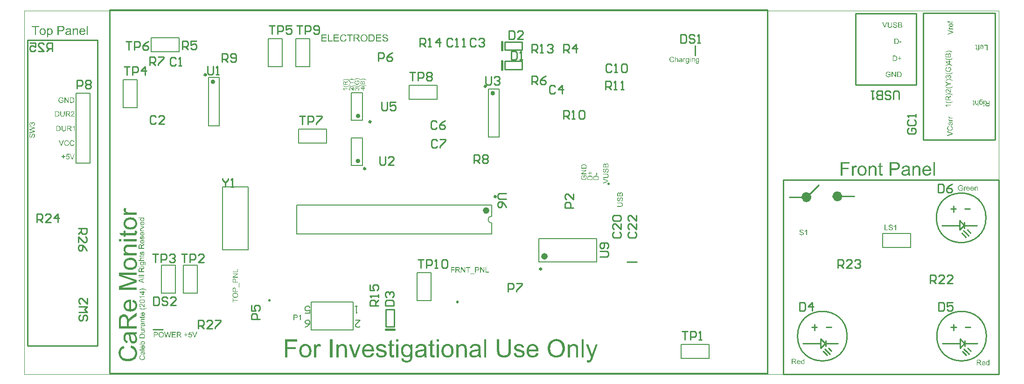
<source format=gto>
%FSLAX25Y25*%
%MOIN*%
G70*
G01*
G75*
G04:AMPARAMS|DCode=10|XSize=23.62mil|YSize=61.02mil|CornerRadius=5.91mil|HoleSize=0mil|Usage=FLASHONLY|Rotation=0.000|XOffset=0mil|YOffset=0mil|HoleType=Round|Shape=RoundedRectangle|*
%AMROUNDEDRECTD10*
21,1,0.02362,0.04921,0,0,0.0*
21,1,0.01181,0.06102,0,0,0.0*
1,1,0.01181,0.00591,-0.02461*
1,1,0.01181,-0.00591,-0.02461*
1,1,0.01181,-0.00591,0.02461*
1,1,0.01181,0.00591,0.02461*
%
%ADD10ROUNDEDRECTD10*%
%ADD11R,0.05906X0.09843*%
%ADD12O,0.07480X0.02362*%
%ADD13O,0.01378X0.07087*%
%ADD14R,0.09843X0.05906*%
G04:AMPARAMS|DCode=15|XSize=23.62mil|YSize=61.02mil|CornerRadius=5.91mil|HoleSize=0mil|Usage=FLASHONLY|Rotation=270.000|XOffset=0mil|YOffset=0mil|HoleType=Round|Shape=RoundedRectangle|*
%AMROUNDEDRECTD15*
21,1,0.02362,0.04921,0,0,270.0*
21,1,0.01181,0.06102,0,0,270.0*
1,1,0.01181,-0.02461,-0.00591*
1,1,0.01181,-0.02461,0.00591*
1,1,0.01181,0.02461,0.00591*
1,1,0.01181,0.02461,-0.00591*
%
%ADD15ROUNDEDRECTD15*%
%ADD16R,0.04724X0.05315*%
%ADD17R,0.05315X0.04724*%
%ADD18R,0.05709X0.04528*%
%ADD19R,0.04528X0.05709*%
%ADD20R,0.04134X0.04331*%
%ADD21R,0.05315X0.03937*%
%ADD22R,0.03937X0.05315*%
%ADD23R,0.03150X0.01969*%
%ADD24R,0.01969X0.03150*%
%ADD25C,0.02000*%
%ADD26C,0.01500*%
%ADD27C,0.03000*%
%ADD28C,0.01300*%
%ADD29C,0.05000*%
%ADD30C,0.04000*%
%ADD31C,0.06500*%
%ADD32C,0.06000*%
%ADD33C,0.03937*%
%ADD34C,0.01000*%
%ADD35C,0.00100*%
%ADD36C,0.05906*%
%ADD37R,0.05906X0.05906*%
%ADD38C,0.11024*%
%ADD39C,0.15354*%
%ADD40C,0.06000*%
%ADD41C,0.11417*%
%ADD42R,0.05906X0.05906*%
%ADD43P,0.05966X8X112.5*%
%ADD44C,0.05512*%
%ADD45C,0.11811*%
%ADD46C,0.07874*%
%ADD47C,0.05213*%
G04:AMPARAMS|DCode=48|XSize=42.52mil|YSize=145.67mil|CornerRadius=10.63mil|HoleSize=0mil|Usage=FLASHONLY|Rotation=270.000|XOffset=0mil|YOffset=0mil|HoleType=Round|Shape=RoundedRectangle|*
%AMROUNDEDRECTD48*
21,1,0.04252,0.12441,0,0,270.0*
21,1,0.02126,0.14567,0,0,270.0*
1,1,0.02126,-0.06221,-0.01063*
1,1,0.02126,-0.06221,0.01063*
1,1,0.02126,0.06221,0.01063*
1,1,0.02126,0.06221,-0.01063*
%
%ADD48ROUNDEDRECTD48*%
%ADD49C,0.05000*%
%ADD50C,0.04000*%
%ADD51C,0.02000*%
%ADD52C,0.06200*%
%ADD53C,0.02284*%
%ADD54C,0.10236*%
%ADD55C,0.15700*%
%ADD56R,0.06693X0.12598*%
%ADD57R,0.09449X0.06496*%
%ADD58O,0.01102X0.03347*%
%ADD59R,0.03543X0.02559*%
%ADD60R,0.06102X0.05512*%
%ADD61R,0.03937X0.02362*%
%ADD62R,0.04331X0.04134*%
%ADD63C,0.04500*%
%ADD64C,0.02500*%
%ADD65C,0.07000*%
%ADD66C,0.03500*%
%ADD67C,0.05500*%
%ADD68R,0.02756X0.01102*%
%ADD69R,0.02756X0.01102*%
%ADD70R,0.02756X0.01102*%
%ADD71C,0.01575*%
%ADD72C,0.02362*%
%ADD73C,0.00787*%
%ADD74C,0.00800*%
G36*
X401600Y145598D02*
X398581Y143579D01*
X401600D01*
Y143094D01*
X397757D01*
Y143609D01*
X400775Y145633D01*
X397757D01*
Y146118D01*
X401600D01*
Y145598D01*
D02*
G37*
G36*
X399769Y150137D02*
X399816D01*
X399921Y150131D01*
X400038Y150120D01*
X400173Y150096D01*
X400307Y150073D01*
X400436Y150038D01*
X400442D01*
X400453Y150032D01*
X400471Y150026D01*
X400494Y150020D01*
X400553Y149997D01*
X400635Y149968D01*
X400723Y149933D01*
X400816Y149886D01*
X400910Y149833D01*
X400997Y149775D01*
X401009Y149769D01*
X401032Y149745D01*
X401074Y149716D01*
X401126Y149669D01*
X401179Y149622D01*
X401237Y149558D01*
X401296Y149494D01*
X401348Y149424D01*
X401354Y149418D01*
X401366Y149389D01*
X401389Y149348D01*
X401419Y149295D01*
X401448Y149231D01*
X401477Y149154D01*
X401506Y149067D01*
X401536Y148967D01*
Y148956D01*
X401547Y148921D01*
X401553Y148868D01*
X401565Y148792D01*
X401577Y148704D01*
X401588Y148599D01*
X401594Y148482D01*
X401600Y148353D01*
Y146973D01*
X397757D01*
Y148289D01*
Y148295D01*
Y148306D01*
Y148330D01*
Y148365D01*
Y148400D01*
Y148447D01*
X397762Y148546D01*
X397768Y148651D01*
X397780Y148768D01*
X397797Y148880D01*
X397815Y148973D01*
Y148979D01*
X397821Y148991D01*
Y149002D01*
X397833Y149026D01*
X397850Y149090D01*
X397879Y149166D01*
X397915Y149254D01*
X397961Y149348D01*
X398020Y149441D01*
X398090Y149535D01*
Y149541D01*
X398102Y149547D01*
X398137Y149587D01*
X398195Y149640D01*
X398271Y149704D01*
X398365Y149780D01*
X398476Y149856D01*
X398605Y149927D01*
X398751Y149991D01*
X398757D01*
X398769Y149997D01*
X398792Y150003D01*
X398821Y150014D01*
X398856Y150026D01*
X398903Y150038D01*
X398956Y150055D01*
X399014Y150067D01*
X399079Y150079D01*
X399149Y150096D01*
X399301Y150120D01*
X399471Y150137D01*
X399658Y150143D01*
X399734D01*
X399769Y150137D01*
D02*
G37*
G36*
X242534Y204826D02*
X243300D01*
Y204431D01*
X242534D01*
Y203040D01*
X242173D01*
X240099Y204504D01*
Y204826D01*
X242173D01*
Y205260D01*
X242534D01*
Y204826D01*
D02*
G37*
G36*
X401074Y142345D02*
X401079Y142333D01*
X401097Y142316D01*
X401114Y142287D01*
X401144Y142252D01*
X401167Y142210D01*
X401237Y142111D01*
X401307Y141994D01*
X401384Y141865D01*
X401454Y141719D01*
X401518Y141573D01*
Y141567D01*
X401524Y141555D01*
X401530Y141532D01*
X401542Y141503D01*
X401553Y141468D01*
X401565Y141427D01*
X401577Y141374D01*
X401588Y141321D01*
X401617Y141199D01*
X401641Y141064D01*
X401658Y140912D01*
X401664Y140760D01*
Y140754D01*
Y140736D01*
Y140707D01*
X401658Y140666D01*
Y140613D01*
X401653Y140555D01*
X401647Y140491D01*
X401635Y140420D01*
X401606Y140257D01*
X401565Y140087D01*
X401506Y139906D01*
X401425Y139730D01*
X401419Y139724D01*
X401413Y139713D01*
X401401Y139683D01*
X401378Y139654D01*
X401354Y139613D01*
X401325Y139572D01*
X401249Y139473D01*
X401150Y139356D01*
X401027Y139245D01*
X400886Y139133D01*
X400728Y139034D01*
X400723D01*
X400705Y139022D01*
X400682Y139011D01*
X400646Y138999D01*
X400605Y138981D01*
X400553Y138958D01*
X400494Y138940D01*
X400424Y138917D01*
X400354Y138894D01*
X400272Y138876D01*
X400097Y138835D01*
X399903Y138812D01*
X399699Y138800D01*
X399646D01*
X399605Y138806D01*
X399552D01*
X399494Y138812D01*
X399430Y138818D01*
X399359Y138829D01*
X399196Y138858D01*
X399020Y138900D01*
X398833Y138958D01*
X398652Y139034D01*
X398646D01*
X398628Y139046D01*
X398605Y139057D01*
X398570Y139075D01*
X398529Y139104D01*
X398488Y139133D01*
X398377Y139204D01*
X398260Y139303D01*
X398143Y139414D01*
X398031Y139555D01*
X397979Y139625D01*
X397932Y139707D01*
Y139713D01*
X397920Y139724D01*
X397909Y139753D01*
X397897Y139783D01*
X397873Y139824D01*
X397856Y139876D01*
X397833Y139935D01*
X397809Y139999D01*
X397792Y140069D01*
X397768Y140146D01*
X397727Y140321D01*
X397704Y140508D01*
X397692Y140719D01*
Y140725D01*
Y140736D01*
Y140760D01*
Y140789D01*
X397698Y140824D01*
Y140871D01*
X397710Y140970D01*
X397727Y141082D01*
X397751Y141210D01*
X397786Y141339D01*
X397833Y141468D01*
Y141473D01*
X397838Y141485D01*
X397844Y141503D01*
X397856Y141526D01*
X397885Y141585D01*
X397932Y141661D01*
X397985Y141748D01*
X398049Y141836D01*
X398119Y141924D01*
X398207Y142000D01*
X398219Y142006D01*
X398248Y142029D01*
X398301Y142064D01*
X398377Y142111D01*
X398464Y142158D01*
X398570Y142205D01*
X398692Y142252D01*
X398833Y142292D01*
X398962Y141830D01*
X398956D01*
X398950Y141824D01*
X398915Y141819D01*
X398862Y141795D01*
X398792Y141772D01*
X398722Y141743D01*
X398646Y141707D01*
X398570Y141666D01*
X398499Y141620D01*
X398494Y141614D01*
X398470Y141596D01*
X398441Y141567D01*
X398400Y141526D01*
X398359Y141473D01*
X398312Y141409D01*
X398271Y141339D01*
X398230Y141251D01*
X398224Y141240D01*
X398213Y141210D01*
X398195Y141157D01*
X398178Y141093D01*
X398160Y141017D01*
X398143Y140929D01*
X398131Y140830D01*
X398125Y140725D01*
Y140719D01*
Y140707D01*
Y140690D01*
Y140666D01*
X398131Y140602D01*
X398137Y140520D01*
X398154Y140426D01*
X398172Y140321D01*
X398201Y140222D01*
X398236Y140122D01*
X398242Y140110D01*
X398254Y140081D01*
X398277Y140034D01*
X398312Y139976D01*
X398353Y139911D01*
X398400Y139841D01*
X398453Y139777D01*
X398517Y139713D01*
X398523Y139707D01*
X398546Y139689D01*
X398581Y139660D01*
X398628Y139625D01*
X398687Y139584D01*
X398751Y139543D01*
X398821Y139508D01*
X398897Y139473D01*
X398903D01*
X398915Y139467D01*
X398932Y139461D01*
X398962Y139449D01*
X398991Y139438D01*
X399032Y139426D01*
X399126Y139402D01*
X399242Y139373D01*
X399371Y139350D01*
X399517Y139332D01*
X399670Y139327D01*
X399716D01*
X399757Y139332D01*
X399798D01*
X399851Y139338D01*
X399909Y139344D01*
X399968Y139350D01*
X400108Y139367D01*
X400254Y139402D01*
X400395Y139444D01*
X400535Y139502D01*
X400541D01*
X400553Y139508D01*
X400570Y139520D01*
X400594Y139537D01*
X400652Y139578D01*
X400728Y139631D01*
X400810Y139701D01*
X400898Y139789D01*
X400980Y139894D01*
X401050Y140011D01*
Y140017D01*
X401056Y140029D01*
X401068Y140046D01*
X401074Y140069D01*
X401085Y140099D01*
X401103Y140140D01*
X401132Y140227D01*
X401161Y140339D01*
X401191Y140455D01*
X401208Y140590D01*
X401214Y140731D01*
Y140736D01*
Y140748D01*
Y140766D01*
Y140789D01*
X401208Y140853D01*
X401196Y140935D01*
X401185Y141029D01*
X401161Y141140D01*
X401132Y141257D01*
X401091Y141374D01*
Y141380D01*
X401085Y141386D01*
X401079Y141403D01*
X401068Y141427D01*
X401044Y141485D01*
X401009Y141555D01*
X400968Y141631D01*
X400921Y141707D01*
X400869Y141783D01*
X400816Y141854D01*
X400091D01*
Y140725D01*
X399640D01*
Y142351D01*
X401068D01*
X401074Y142345D01*
D02*
G37*
G36*
X408472Y141965D02*
X408518D01*
X408624Y141959D01*
X408741Y141947D01*
X408875Y141924D01*
X409010Y141901D01*
X409138Y141865D01*
X409144D01*
X409156Y141859D01*
X409174Y141854D01*
X409197Y141848D01*
X409256Y141824D01*
X409337Y141795D01*
X409425Y141760D01*
X409519Y141713D01*
X409612Y141661D01*
X409700Y141602D01*
X409712Y141596D01*
X409735Y141573D01*
X409776Y141544D01*
X409829Y141497D01*
X409881Y141450D01*
X409940Y141386D01*
X409999Y141321D01*
X410051Y141251D01*
X410057Y141245D01*
X410069Y141216D01*
X410092Y141175D01*
X410121Y141122D01*
X410151Y141058D01*
X410180Y140982D01*
X410209Y140894D01*
X410238Y140795D01*
Y140783D01*
X410250Y140748D01*
X410256Y140695D01*
X410268Y140619D01*
X410279Y140532D01*
X410291Y140426D01*
X410297Y140309D01*
X410303Y140181D01*
Y138800D01*
X406459D01*
Y140116D01*
Y140122D01*
Y140134D01*
Y140157D01*
Y140192D01*
Y140227D01*
Y140274D01*
X406465Y140374D01*
X406471Y140479D01*
X406483Y140596D01*
X406500Y140707D01*
X406518Y140801D01*
Y140806D01*
X406524Y140818D01*
Y140830D01*
X406535Y140853D01*
X406553Y140918D01*
X406582Y140994D01*
X406617Y141082D01*
X406664Y141175D01*
X406722Y141269D01*
X406793Y141362D01*
Y141368D01*
X406804Y141374D01*
X406840Y141415D01*
X406898Y141468D01*
X406974Y141532D01*
X407068Y141608D01*
X407179Y141684D01*
X407307Y141754D01*
X407454Y141819D01*
X407460D01*
X407471Y141824D01*
X407495Y141830D01*
X407524Y141842D01*
X407559Y141854D01*
X407606Y141865D01*
X407658Y141883D01*
X407717Y141895D01*
X407781Y141906D01*
X407852Y141924D01*
X408004Y141947D01*
X408173Y141965D01*
X408360Y141971D01*
X408436D01*
X408472Y141965D01*
D02*
G37*
G36*
X685792Y191756D02*
X685318D01*
Y192295D01*
X685792D01*
Y191756D01*
D02*
G37*
G36*
X409150Y142427D02*
X408676D01*
Y143872D01*
X409150D01*
Y142427D01*
D02*
G37*
G36*
X230906Y203826D02*
X228397D01*
X228402Y203821D01*
X228422Y203801D01*
X228446Y203767D01*
X228480Y203723D01*
X228524Y203670D01*
X228568Y203606D01*
X228622Y203533D01*
X228671Y203450D01*
Y203445D01*
X228676Y203440D01*
X228695Y203411D01*
X228719Y203367D01*
X228749Y203313D01*
X228783Y203250D01*
X228812Y203182D01*
X228846Y203108D01*
X228875Y203040D01*
X228490D01*
Y203045D01*
X228485Y203055D01*
X228475Y203074D01*
X228461Y203094D01*
X228446Y203123D01*
X228431Y203157D01*
X228387Y203235D01*
X228334Y203323D01*
X228270Y203421D01*
X228197Y203518D01*
X228119Y203611D01*
X228114Y203616D01*
X228109Y203621D01*
X228080Y203650D01*
X228036Y203694D01*
X227982Y203748D01*
X227914Y203806D01*
X227841Y203865D01*
X227763Y203918D01*
X227685Y203962D01*
Y204221D01*
X230906D01*
Y203826D01*
D02*
G37*
G36*
X244242Y206524D02*
X244237Y206519D01*
X244222Y206510D01*
X244198Y206495D01*
X244169Y206471D01*
X244130Y206441D01*
X244081Y206407D01*
X244027Y206373D01*
X243964Y206334D01*
X243900Y206290D01*
X243827Y206246D01*
X243744Y206202D01*
X243661Y206153D01*
X243480Y206061D01*
X243281Y205973D01*
X243276D01*
X243256Y205963D01*
X243227Y205953D01*
X243183Y205939D01*
X243134Y205919D01*
X243075Y205900D01*
X243007Y205880D01*
X242929Y205861D01*
X242851Y205841D01*
X242758Y205821D01*
X242666Y205802D01*
X242568Y205783D01*
X242358Y205758D01*
X242251Y205753D01*
X242143Y205748D01*
X242090D01*
X242056Y205753D01*
X242007D01*
X241953Y205758D01*
X241890Y205763D01*
X241821Y205768D01*
X241748Y205778D01*
X241670Y205787D01*
X241499Y205817D01*
X241324Y205861D01*
X241143Y205914D01*
X241138Y205919D01*
X241119Y205924D01*
X241089Y205934D01*
X241050Y205953D01*
X240997Y205973D01*
X240938Y205997D01*
X240875Y206027D01*
X240796Y206066D01*
X240719Y206105D01*
X240631Y206149D01*
X240538Y206197D01*
X240445Y206256D01*
X240348Y206314D01*
X240245Y206378D01*
X240143Y206451D01*
X240110Y206474D01*
Y206388D01*
X240106Y206383D01*
X240091Y206373D01*
X240066Y206358D01*
X240037Y206334D01*
X239998Y206305D01*
X239949Y206271D01*
X239896Y206236D01*
X239832Y206197D01*
X239769Y206153D01*
X239696Y206109D01*
X239613Y206066D01*
X239530Y206017D01*
X239349Y205924D01*
X239149Y205836D01*
X239144D01*
X239125Y205826D01*
X239095Y205817D01*
X239051Y205802D01*
X239003Y205783D01*
X238944Y205763D01*
X238876Y205744D01*
X238798Y205724D01*
X238720Y205704D01*
X238627Y205685D01*
X238534Y205665D01*
X238437Y205646D01*
X238227Y205622D01*
X238119Y205617D01*
X238012Y205612D01*
X237958D01*
X237924Y205617D01*
X237875D01*
X237822Y205622D01*
X237758Y205626D01*
X237690Y205631D01*
X237617Y205641D01*
X237539Y205651D01*
X237368Y205680D01*
X237192Y205724D01*
X237012Y205778D01*
X237007Y205783D01*
X236987Y205787D01*
X236958Y205797D01*
X236919Y205817D01*
X236865Y205836D01*
X236807Y205861D01*
X236743Y205890D01*
X236665Y205929D01*
X236587Y205968D01*
X236499Y206012D01*
X236406Y206061D01*
X236314Y206119D01*
X236216Y206178D01*
X236114Y206241D01*
X236011Y206314D01*
X235909Y206388D01*
Y206395D01*
X235906Y206393D01*
X235867Y206363D01*
X235818Y206329D01*
X235764Y206295D01*
X235701Y206256D01*
X235637Y206212D01*
X235564Y206168D01*
X235481Y206124D01*
X235398Y206075D01*
X235218Y205983D01*
X235017Y205895D01*
X235013D01*
X234993Y205885D01*
X234964Y205875D01*
X234920Y205861D01*
X234871Y205841D01*
X234813Y205821D01*
X234744Y205802D01*
X234666Y205783D01*
X234588Y205763D01*
X234495Y205744D01*
X234403Y205724D01*
X234305Y205704D01*
X234095Y205680D01*
X233988Y205675D01*
X233880Y205670D01*
X233827D01*
X233793Y205675D01*
X233744D01*
X233690Y205680D01*
X233627Y205685D01*
X233558Y205690D01*
X233485Y205699D01*
X233407Y205709D01*
X233236Y205739D01*
X233061Y205783D01*
X232880Y205836D01*
X232875Y205841D01*
X232856Y205846D01*
X232826Y205856D01*
X232787Y205875D01*
X232734Y205895D01*
X232675Y205919D01*
X232612Y205948D01*
X232534Y205988D01*
X232455Y206027D01*
X232368Y206070D01*
X232275Y206119D01*
X232182Y206178D01*
X232085Y206236D01*
X231982Y206300D01*
X231880Y206373D01*
X231777Y206446D01*
Y206729D01*
X231782Y206724D01*
X231797Y206719D01*
X231821Y206705D01*
X231850Y206685D01*
X231890Y206666D01*
X231933Y206641D01*
X232031Y206583D01*
X232138Y206524D01*
X232246Y206466D01*
X232348Y206417D01*
X232392Y206397D01*
X232431Y206378D01*
X232436D01*
X232446Y206373D01*
X232460Y206363D01*
X232485Y206353D01*
X232509Y206344D01*
X232543Y206329D01*
X232622Y206300D01*
X232714Y206266D01*
X232821Y206231D01*
X232939Y206197D01*
X233061Y206168D01*
X233066D01*
X233080Y206163D01*
X233100Y206158D01*
X233129Y206153D01*
X233168Y206149D01*
X233212Y206139D01*
X233261Y206129D01*
X233314Y206124D01*
X233436Y206105D01*
X233578Y206090D01*
X233724Y206080D01*
X233880Y206075D01*
X233929D01*
X233954Y206080D01*
X234022D01*
X234061Y206085D01*
X234154Y206095D01*
X234266Y206109D01*
X234393Y206129D01*
X234534Y206158D01*
X234691Y206192D01*
X234852Y206236D01*
X235027Y206290D01*
X235208Y206353D01*
X235393Y206427D01*
X235589Y206515D01*
X235784Y206612D01*
X235979Y206729D01*
Y206629D01*
X235982Y206627D01*
X236021Y206607D01*
X236065Y206583D01*
X236162Y206524D01*
X236270Y206466D01*
X236377Y206407D01*
X236480Y206358D01*
X236524Y206339D01*
X236563Y206319D01*
X236567D01*
X236577Y206314D01*
X236592Y206305D01*
X236616Y206295D01*
X236641Y206285D01*
X236675Y206271D01*
X236753Y206241D01*
X236846Y206207D01*
X236953Y206173D01*
X237070Y206139D01*
X237192Y206109D01*
X237197D01*
X237212Y206105D01*
X237231Y206100D01*
X237260Y206095D01*
X237299Y206090D01*
X237343Y206080D01*
X237392Y206070D01*
X237446Y206066D01*
X237568Y206046D01*
X237709Y206031D01*
X237856Y206022D01*
X238012Y206017D01*
X238061D01*
X238085Y206022D01*
X238154D01*
X238193Y206027D01*
X238285Y206036D01*
X238398Y206051D01*
X238524Y206070D01*
X238666Y206100D01*
X238822Y206134D01*
X238983Y206178D01*
X239159Y206231D01*
X239339Y206295D01*
X239525Y206368D01*
X239720Y206456D01*
X239915Y206554D01*
X240040Y206628D01*
Y206807D01*
X240045Y206802D01*
X240060Y206798D01*
X240084Y206783D01*
X240113Y206763D01*
X240152Y206744D01*
X240196Y206719D01*
X240294Y206661D01*
X240401Y206602D01*
X240509Y206544D01*
X240611Y206495D01*
X240655Y206475D01*
X240694Y206456D01*
X240699D01*
X240709Y206451D01*
X240723Y206441D01*
X240748Y206432D01*
X240772Y206422D01*
X240806Y206407D01*
X240884Y206378D01*
X240977Y206344D01*
X241085Y206310D01*
X241202Y206275D01*
X241324Y206246D01*
X241329D01*
X241343Y206241D01*
X241363Y206236D01*
X241392Y206231D01*
X241431Y206227D01*
X241475Y206217D01*
X241524Y206207D01*
X241577Y206202D01*
X241699Y206183D01*
X241841Y206168D01*
X241987Y206158D01*
X242143Y206153D01*
X242192D01*
X242217Y206158D01*
X242285D01*
X242324Y206163D01*
X242417Y206173D01*
X242529Y206188D01*
X242656Y206207D01*
X242797Y206236D01*
X242953Y206271D01*
X243115Y206314D01*
X243290Y206368D01*
X243471Y206432D01*
X243656Y206505D01*
X243851Y206593D01*
X244047Y206690D01*
X244242Y206807D01*
Y206524D01*
D02*
G37*
G36*
X233680Y208554D02*
X235037D01*
Y208130D01*
X233680D01*
X231831Y206895D01*
Y207407D01*
X232802Y208042D01*
X232807D01*
X232812Y208052D01*
X232826Y208062D01*
X232846Y208071D01*
X232900Y208105D01*
X232968Y208149D01*
X233051Y208198D01*
X233144Y208252D01*
X233241Y208310D01*
X233344Y208369D01*
X233339D01*
X233334Y208374D01*
X233319Y208384D01*
X233300Y208393D01*
X233246Y208423D01*
X233178Y208467D01*
X233095Y208515D01*
X232997Y208579D01*
X232890Y208647D01*
X232778Y208720D01*
X231831Y209340D01*
Y209833D01*
X233680Y208554D01*
D02*
G37*
G36*
X682063Y233084D02*
X682478D01*
Y232715D01*
X682063D01*
Y232423D01*
Y232417D01*
Y232411D01*
Y232376D01*
X682057Y232329D01*
Y232265D01*
X682051Y232201D01*
X682039Y232130D01*
X682028Y232066D01*
X682010Y232008D01*
X682004Y232002D01*
X681998Y231978D01*
X681981Y231943D01*
X681957Y231902D01*
X681922Y231850D01*
X681882Y231803D01*
X681835Y231756D01*
X681776Y231709D01*
X681770Y231703D01*
X681741Y231692D01*
X681706Y231674D01*
X681647Y231651D01*
X681583Y231627D01*
X681495Y231610D01*
X681402Y231598D01*
X681291Y231592D01*
X681215D01*
X681162Y231598D01*
X681098Y231604D01*
X681021Y231616D01*
X680940Y231627D01*
X680852Y231645D01*
X680922Y232054D01*
X680928D01*
X680945Y232049D01*
X680975Y232043D01*
X681010Y232037D01*
X681057D01*
X681103Y232031D01*
X681203Y232025D01*
X681238D01*
X681273Y232031D01*
X681320Y232037D01*
X681367Y232049D01*
X681419Y232066D01*
X681466Y232089D01*
X681507Y232119D01*
X681513Y232124D01*
X681519Y232136D01*
X681536Y232160D01*
X681548Y232195D01*
X681566Y232242D01*
X681583Y232306D01*
X681589Y232376D01*
X681595Y232464D01*
Y232715D01*
X681051D01*
Y233084D01*
X681589D01*
Y235500D01*
X682063D01*
Y233084D01*
D02*
G37*
G36*
X231847Y206090D02*
X231843Y206085D01*
X231828Y206075D01*
X231803Y206061D01*
X231774Y206036D01*
X231735Y206007D01*
X231686Y205973D01*
X231633Y205939D01*
X231569Y205900D01*
X231506Y205856D01*
X231433Y205812D01*
X231350Y205768D01*
X231267Y205719D01*
X231086Y205626D01*
X230886Y205539D01*
X230881D01*
X230862Y205529D01*
X230832Y205519D01*
X230788Y205504D01*
X230740Y205485D01*
X230681Y205465D01*
X230613Y205446D01*
X230535Y205426D01*
X230457Y205407D01*
X230364Y205387D01*
X230271Y205368D01*
X230174Y205348D01*
X229964Y205324D01*
X229856Y205319D01*
X229749Y205314D01*
X229695D01*
X229661Y205319D01*
X229612D01*
X229559Y205324D01*
X229495Y205329D01*
X229427Y205334D01*
X229354Y205343D01*
X229276Y205353D01*
X229105Y205382D01*
X228929Y205426D01*
X228749Y205480D01*
X228744Y205485D01*
X228724Y205490D01*
X228695Y205500D01*
X228656Y205519D01*
X228602Y205539D01*
X228544Y205563D01*
X228480Y205592D01*
X228402Y205631D01*
X228324Y205670D01*
X228236Y205714D01*
X228144Y205763D01*
X228051Y205822D01*
X227953Y205880D01*
X227851Y205944D01*
X227748Y206017D01*
X227646Y206090D01*
Y206373D01*
X227651Y206368D01*
X227665Y206363D01*
X227690Y206349D01*
X227719Y206329D01*
X227758Y206310D01*
X227802Y206285D01*
X227900Y206227D01*
X228007Y206168D01*
X228114Y206109D01*
X228217Y206061D01*
X228261Y206041D01*
X228300Y206022D01*
X228305D01*
X228314Y206017D01*
X228329Y206007D01*
X228353Y205997D01*
X228378Y205988D01*
X228412Y205973D01*
X228490Y205944D01*
X228583Y205909D01*
X228690Y205875D01*
X228807Y205841D01*
X228929Y205812D01*
X228934D01*
X228949Y205807D01*
X228968Y205802D01*
X228997Y205797D01*
X229037Y205792D01*
X229081Y205783D01*
X229129Y205773D01*
X229183Y205768D01*
X229305Y205748D01*
X229447Y205734D01*
X229593Y205724D01*
X229749Y205719D01*
X229798D01*
X229822Y205724D01*
X229891D01*
X229930Y205729D01*
X230022Y205739D01*
X230135Y205753D01*
X230261Y205773D01*
X230403Y205802D01*
X230559Y205836D01*
X230720Y205880D01*
X230896Y205934D01*
X231076Y205997D01*
X231262Y206070D01*
X231457Y206158D01*
X231652Y206256D01*
X231847Y206373D01*
Y206090D01*
D02*
G37*
G36*
X684087Y235559D02*
X684139Y235553D01*
X684198Y235547D01*
X684262Y235535D01*
X684339Y235518D01*
X684490Y235471D01*
X684573Y235441D01*
X684649Y235406D01*
X684730Y235366D01*
X684806Y235313D01*
X684882Y235254D01*
X684953Y235190D01*
X684959Y235184D01*
X684970Y235172D01*
X684988Y235149D01*
X685005Y235120D01*
X685035Y235085D01*
X685064Y235038D01*
X685099Y234979D01*
X685128Y234915D01*
X685163Y234845D01*
X685198Y234769D01*
X685228Y234681D01*
X685251Y234587D01*
X685274Y234488D01*
X685292Y234377D01*
X685304Y234260D01*
X685310Y234137D01*
Y234131D01*
Y234108D01*
Y234067D01*
X685304Y234020D01*
X685298Y233962D01*
X685292Y233891D01*
X685280Y233815D01*
X685263Y233733D01*
X685222Y233558D01*
X685193Y233470D01*
X685157Y233377D01*
X685116Y233289D01*
X685070Y233201D01*
X685017Y233119D01*
X684953Y233043D01*
X684947Y233037D01*
X684935Y233026D01*
X684918Y233008D01*
X684888Y232979D01*
X684853Y232949D01*
X684806Y232920D01*
X684760Y232885D01*
X684701Y232844D01*
X684637Y232809D01*
X684567Y232774D01*
X684490Y232745D01*
X684403Y232710D01*
X684315Y232686D01*
X684222Y232669D01*
X684122Y232657D01*
X684017Y232651D01*
X683964D01*
X683923Y232657D01*
X683876Y232663D01*
X683818Y232669D01*
X683759Y232680D01*
X683689Y232698D01*
X683549Y232745D01*
X683473Y232774D01*
X683397Y232815D01*
X683321Y232856D01*
X683245Y232908D01*
X683174Y232967D01*
X683104Y233037D01*
X683098Y233043D01*
X683086Y233055D01*
X683069Y233078D01*
X683046Y233107D01*
X683022Y233148D01*
X682993Y233195D01*
X682958Y233248D01*
X682923Y233312D01*
X682894Y233388D01*
X682858Y233464D01*
X682829Y233552D01*
X682800Y233651D01*
X682782Y233751D01*
X682765Y233862D01*
X682753Y233979D01*
X682747Y234108D01*
Y234114D01*
Y234137D01*
Y234178D01*
X682753Y234230D01*
X684824D01*
Y234236D01*
Y234248D01*
X684818Y234277D01*
Y234307D01*
X684812Y234348D01*
X684806Y234388D01*
X684783Y234494D01*
X684748Y234605D01*
X684707Y234722D01*
X684643Y234839D01*
X684567Y234938D01*
X684555Y234950D01*
X684526Y234974D01*
X684473Y235014D01*
X684409Y235055D01*
X684321Y235102D01*
X684222Y235143D01*
X684110Y235167D01*
X683987Y235178D01*
X683941D01*
X683894Y235172D01*
X683835Y235161D01*
X683765Y235143D01*
X683689Y235120D01*
X683613Y235090D01*
X683543Y235044D01*
X683537Y235038D01*
X683514Y235014D01*
X683478Y234985D01*
X683438Y234932D01*
X683391Y234874D01*
X683344Y234798D01*
X683297Y234704D01*
X683250Y234599D01*
X682765Y234664D01*
Y234669D01*
X682771Y234681D01*
X682776Y234704D01*
X682788Y234734D01*
X682800Y234769D01*
X682818Y234810D01*
X682864Y234909D01*
X682923Y235014D01*
X682993Y235126D01*
X683086Y235237D01*
X683192Y235330D01*
X683198D01*
X683204Y235342D01*
X683221Y235354D01*
X683250Y235366D01*
X683280Y235383D01*
X683315Y235406D01*
X683356Y235424D01*
X683408Y235447D01*
X683519Y235488D01*
X683660Y235529D01*
X683812Y235553D01*
X683987Y235564D01*
X684046D01*
X684087Y235559D01*
D02*
G37*
G36*
X235037Y203040D02*
X234983D01*
X234949Y203045D01*
X234910Y203050D01*
X234866Y203055D01*
X234818Y203069D01*
X234769Y203084D01*
X234764D01*
X234759Y203089D01*
X234730Y203099D01*
X234691Y203118D01*
X234632Y203147D01*
X234569Y203182D01*
X234495Y203230D01*
X234422Y203279D01*
X234344Y203343D01*
X234339D01*
X234334Y203352D01*
X234305Y203377D01*
X234261Y203416D01*
X234203Y203474D01*
X234134Y203548D01*
X234051Y203635D01*
X233959Y203743D01*
X233856Y203860D01*
X233851Y203865D01*
X233837Y203884D01*
X233817Y203909D01*
X233783Y203943D01*
X233749Y203987D01*
X233705Y204035D01*
X233612Y204143D01*
X233500Y204260D01*
X233388Y204377D01*
X233334Y204436D01*
X233280Y204484D01*
X233227Y204528D01*
X233178Y204567D01*
X233173D01*
X233168Y204577D01*
X233153Y204587D01*
X233134Y204597D01*
X233085Y204626D01*
X233022Y204660D01*
X232948Y204694D01*
X232870Y204724D01*
X232783Y204743D01*
X232699Y204753D01*
X232690D01*
X232661Y204748D01*
X232617Y204743D01*
X232563Y204733D01*
X232500Y204709D01*
X232436Y204680D01*
X232368Y204641D01*
X232304Y204582D01*
X232299Y204572D01*
X232280Y204553D01*
X232256Y204514D01*
X232221Y204465D01*
X232192Y204401D01*
X232168Y204328D01*
X232148Y204240D01*
X232143Y204143D01*
Y204138D01*
Y204128D01*
Y204114D01*
X232148Y204094D01*
X232153Y204045D01*
X232163Y203982D01*
X232187Y203909D01*
X232216Y203831D01*
X232260Y203757D01*
X232319Y203689D01*
X232329Y203684D01*
X232348Y203665D01*
X232387Y203635D01*
X232441Y203606D01*
X232509Y203572D01*
X232587Y203548D01*
X232680Y203528D01*
X232787Y203518D01*
X232744Y203113D01*
X232724D01*
X232699Y203118D01*
X232670Y203123D01*
X232631Y203133D01*
X232587Y203138D01*
X232490Y203167D01*
X232378Y203206D01*
X232265Y203259D01*
X232153Y203333D01*
X232104Y203372D01*
X232055Y203421D01*
X232050Y203426D01*
X232046Y203435D01*
X232031Y203450D01*
X232016Y203469D01*
X232002Y203499D01*
X231977Y203533D01*
X231958Y203572D01*
X231933Y203616D01*
X231914Y203665D01*
X231890Y203718D01*
X231870Y203782D01*
X231855Y203845D01*
X231826Y203992D01*
X231821Y204070D01*
X231816Y204153D01*
Y204157D01*
Y204172D01*
Y204197D01*
X231821Y204231D01*
X231826Y204270D01*
X231831Y204314D01*
X231836Y204362D01*
X231850Y204416D01*
X231880Y204533D01*
X231924Y204655D01*
X231953Y204719D01*
X231987Y204777D01*
X232031Y204831D01*
X232075Y204885D01*
X232080Y204889D01*
X232085Y204894D01*
X232099Y204909D01*
X232119Y204928D01*
X232148Y204948D01*
X232177Y204972D01*
X232251Y205021D01*
X232343Y205070D01*
X232451Y205114D01*
X232573Y205148D01*
X232641Y205153D01*
X232709Y205158D01*
X232744D01*
X232783Y205153D01*
X232831Y205148D01*
X232890Y205138D01*
X232953Y205124D01*
X233022Y205104D01*
X233090Y205075D01*
X233100Y205070D01*
X233124Y205060D01*
X233158Y205041D01*
X233207Y205012D01*
X233266Y204977D01*
X233334Y204933D01*
X233402Y204875D01*
X233480Y204811D01*
X233490Y204802D01*
X233519Y204777D01*
X233563Y204733D01*
X233593Y204704D01*
X233627Y204670D01*
X233666Y204631D01*
X233710Y204582D01*
X233754Y204533D01*
X233807Y204480D01*
X233861Y204421D01*
X233920Y204353D01*
X233978Y204284D01*
X234046Y204206D01*
X234051Y204201D01*
X234061Y204192D01*
X234076Y204172D01*
X234095Y204148D01*
X234144Y204089D01*
X234208Y204016D01*
X234276Y203943D01*
X234344Y203865D01*
X234403Y203801D01*
X234427Y203777D01*
X234452Y203752D01*
X234456Y203748D01*
X234471Y203738D01*
X234490Y203718D01*
X234520Y203694D01*
X234583Y203640D01*
X234661Y203587D01*
Y205163D01*
X235037D01*
Y203040D01*
D02*
G37*
G36*
X238290Y205129D02*
X238329Y205124D01*
X238368Y205119D01*
X238417Y205109D01*
X238466Y205094D01*
X238578Y205060D01*
X238642Y205036D01*
X238700Y205002D01*
X238759Y204967D01*
X238817Y204928D01*
X238876Y204880D01*
X238934Y204826D01*
X238939Y204821D01*
X238949Y204811D01*
X238959Y204797D01*
X238978Y204772D01*
X239003Y204743D01*
X239027Y204704D01*
X239051Y204660D01*
X239076Y204616D01*
X239105Y204562D01*
X239129Y204504D01*
X239154Y204440D01*
X239178Y204372D01*
X239198Y204299D01*
X239208Y204221D01*
X239217Y204138D01*
X239222Y204055D01*
Y204050D01*
Y204035D01*
Y204016D01*
X239217Y203987D01*
X239212Y203948D01*
X239208Y203909D01*
X239203Y203860D01*
X239193Y203811D01*
X239164Y203699D01*
X239115Y203582D01*
X239090Y203523D01*
X239056Y203469D01*
X239017Y203411D01*
X238973Y203357D01*
X238968Y203352D01*
X238964Y203347D01*
X238949Y203333D01*
X238929Y203313D01*
X238900Y203294D01*
X238871Y203269D01*
X238837Y203240D01*
X238798Y203216D01*
X238700Y203157D01*
X238588Y203108D01*
X238461Y203064D01*
X238393Y203050D01*
X238319Y203040D01*
X238266Y203435D01*
X238271D01*
X238280Y203440D01*
X238300D01*
X238319Y203450D01*
X238378Y203465D01*
X238451Y203489D01*
X238529Y203518D01*
X238612Y203557D01*
X238685Y203606D01*
X238749Y203660D01*
X238754Y203670D01*
X238773Y203689D01*
X238793Y203723D01*
X238822Y203772D01*
X238846Y203826D01*
X238871Y203894D01*
X238890Y203972D01*
X238895Y204055D01*
Y204060D01*
Y204070D01*
Y204084D01*
X238890Y204104D01*
X238885Y204153D01*
X238871Y204216D01*
X238846Y204294D01*
X238817Y204372D01*
X238768Y204450D01*
X238705Y204523D01*
X238695Y204533D01*
X238671Y204553D01*
X238632Y204582D01*
X238573Y204621D01*
X238505Y204655D01*
X238422Y204684D01*
X238329Y204704D01*
X238227Y204714D01*
X238202D01*
X238183Y204709D01*
X238134Y204704D01*
X238071Y204689D01*
X238002Y204670D01*
X237924Y204636D01*
X237851Y204592D01*
X237783Y204533D01*
X237773Y204523D01*
X237753Y204504D01*
X237729Y204465D01*
X237695Y204411D01*
X237661Y204348D01*
X237636Y204270D01*
X237617Y204187D01*
X237607Y204089D01*
Y204084D01*
Y204070D01*
Y204045D01*
X237612Y204011D01*
X237617Y203972D01*
X237622Y203923D01*
X237631Y203870D01*
X237646Y203811D01*
X237299Y203855D01*
Y203860D01*
Y203879D01*
X237304Y203899D01*
Y203918D01*
Y203923D01*
Y203928D01*
Y203943D01*
Y203962D01*
X237299Y204006D01*
X237290Y204070D01*
X237275Y204138D01*
X237251Y204211D01*
X237221Y204289D01*
X237177Y204367D01*
X237173Y204377D01*
X237153Y204401D01*
X237119Y204431D01*
X237075Y204470D01*
X237021Y204509D01*
X236953Y204538D01*
X236870Y204562D01*
X236772Y204572D01*
X236738D01*
X236699Y204562D01*
X236646Y204553D01*
X236592Y204538D01*
X236533Y204509D01*
X236470Y204475D01*
X236416Y204426D01*
X236411Y204421D01*
X236392Y204401D01*
X236367Y204367D01*
X236343Y204323D01*
X236314Y204270D01*
X236294Y204206D01*
X236275Y204133D01*
X236270Y204050D01*
Y204045D01*
Y204040D01*
Y204011D01*
X236280Y203967D01*
X236289Y203918D01*
X236304Y203855D01*
X236333Y203791D01*
X236367Y203728D01*
X236416Y203665D01*
X236421Y203660D01*
X236441Y203640D01*
X236475Y203616D01*
X236524Y203587D01*
X236582Y203552D01*
X236655Y203523D01*
X236743Y203494D01*
X236846Y203474D01*
X236777Y203079D01*
X236772D01*
X236758Y203084D01*
X236738Y203089D01*
X236714Y203094D01*
X236680Y203103D01*
X236641Y203113D01*
X236553Y203147D01*
X236455Y203186D01*
X236353Y203245D01*
X236255Y203313D01*
X236167Y203401D01*
X236162Y203406D01*
X236158Y203411D01*
X236148Y203426D01*
X236133Y203450D01*
X236119Y203474D01*
X236099Y203503D01*
X236055Y203577D01*
X236016Y203670D01*
X235982Y203782D01*
X235958Y203904D01*
X235948Y203972D01*
Y204040D01*
Y204045D01*
Y204050D01*
Y204065D01*
Y204084D01*
X235953Y204133D01*
X235962Y204197D01*
X235977Y204270D01*
X235997Y204353D01*
X236026Y204436D01*
X236065Y204519D01*
Y204523D01*
X236070Y204528D01*
X236084Y204558D01*
X236109Y204597D01*
X236143Y204645D01*
X236187Y204699D01*
X236241Y204758D01*
X236304Y204811D01*
X236372Y204860D01*
X236382Y204865D01*
X236406Y204880D01*
X236445Y204899D01*
X236494Y204919D01*
X236558Y204938D01*
X236626Y204958D01*
X236699Y204972D01*
X236782Y204977D01*
X236816D01*
X236855Y204972D01*
X236904Y204963D01*
X236963Y204948D01*
X237026Y204928D01*
X237094Y204904D01*
X237158Y204865D01*
X237168Y204860D01*
X237187Y204846D01*
X237216Y204816D01*
X237256Y204782D01*
X237299Y204733D01*
X237343Y204680D01*
X237392Y204611D01*
X237431Y204533D01*
Y204538D01*
X237436Y204548D01*
Y204562D01*
X237446Y204582D01*
X237460Y204631D01*
X237490Y204694D01*
X237524Y204763D01*
X237573Y204836D01*
X237631Y204909D01*
X237704Y204972D01*
X237714Y204977D01*
X237744Y204997D01*
X237788Y205021D01*
X237846Y205055D01*
X237919Y205085D01*
X238007Y205109D01*
X238110Y205129D01*
X238222Y205134D01*
X238261D01*
X238290Y205129D01*
D02*
G37*
G36*
X404327Y144042D02*
X405380D01*
Y143597D01*
X404327D01*
Y142550D01*
X403888D01*
Y143597D01*
X402841D01*
Y144042D01*
X403888D01*
Y145089D01*
X404327D01*
Y144042D01*
D02*
G37*
G36*
X681621Y191756D02*
X681147D01*
Y193131D01*
X681141Y193125D01*
X681129Y193114D01*
X681112Y193096D01*
X681088Y193073D01*
X681053Y193044D01*
X681018Y193008D01*
X680971Y192979D01*
X680919Y192938D01*
X680860Y192903D01*
X680802Y192874D01*
X680655Y192809D01*
X680579Y192786D01*
X680497Y192769D01*
X680410Y192757D01*
X680316Y192751D01*
X680263D01*
X680205Y192757D01*
X680135Y192769D01*
X680053Y192780D01*
X679965Y192804D01*
X679872Y192833D01*
X679784Y192874D01*
X679772Y192880D01*
X679749Y192897D01*
X679708Y192927D01*
X679655Y192962D01*
X679602Y193008D01*
X679550Y193067D01*
X679497Y193137D01*
X679456Y193213D01*
X679450Y193225D01*
X679439Y193254D01*
X679427Y193301D01*
X679403Y193371D01*
X679386Y193459D01*
X679374Y193570D01*
X679362Y193693D01*
X679357Y193839D01*
Y195600D01*
X679831D01*
Y193833D01*
Y193827D01*
Y193816D01*
Y193798D01*
Y193775D01*
X679836Y193716D01*
X679848Y193634D01*
X679872Y193552D01*
X679895Y193471D01*
X679936Y193389D01*
X679988Y193318D01*
X679994Y193313D01*
X680018Y193295D01*
X680053Y193266D01*
X680100Y193237D01*
X680158Y193207D01*
X680234Y193178D01*
X680316Y193160D01*
X680415Y193155D01*
X680451D01*
X680492Y193160D01*
X680544Y193166D01*
X680603Y193184D01*
X680673Y193201D01*
X680743Y193231D01*
X680813Y193266D01*
X680819Y193272D01*
X680843Y193283D01*
X680872Y193313D01*
X680913Y193342D01*
X680954Y193389D01*
X681001Y193436D01*
X681036Y193500D01*
X681071Y193564D01*
X681077Y193570D01*
X681082Y193599D01*
X681094Y193640D01*
X681106Y193699D01*
X681123Y193775D01*
X681135Y193863D01*
X681141Y193962D01*
X681147Y194079D01*
Y195600D01*
X681621D01*
Y191756D01*
D02*
G37*
G36*
X26607Y163400D02*
X26086D01*
X24594Y167244D01*
X25150D01*
X26144Y164453D01*
Y164447D01*
X26150Y164435D01*
X26156Y164418D01*
X26168Y164394D01*
X26185Y164330D01*
X26215Y164248D01*
X26250Y164149D01*
X26285Y164043D01*
X26349Y163821D01*
Y163827D01*
X26355Y163833D01*
X26361Y163850D01*
X26367Y163874D01*
X26384Y163938D01*
X26408Y164020D01*
X26437Y164114D01*
X26472Y164219D01*
X26513Y164336D01*
X26554Y164453D01*
X27595Y167244D01*
X28110D01*
X26607Y163400D01*
D02*
G37*
G36*
X30333Y167302D02*
X30380Y167296D01*
X30438Y167290D01*
X30503Y167284D01*
X30573Y167273D01*
X30725Y167238D01*
X30889Y167185D01*
X30971Y167150D01*
X31053Y167109D01*
X31129Y167062D01*
X31205Y167009D01*
X31211Y167004D01*
X31222Y166998D01*
X31240Y166980D01*
X31269Y166957D01*
X31298Y166928D01*
X31339Y166887D01*
X31380Y166846D01*
X31421Y166799D01*
X31468Y166740D01*
X31509Y166682D01*
X31556Y166612D01*
X31602Y166536D01*
X31643Y166460D01*
X31684Y166372D01*
X31755Y166185D01*
X31251Y166068D01*
Y166074D01*
X31246Y166085D01*
X31240Y166109D01*
X31228Y166138D01*
X31211Y166173D01*
X31193Y166214D01*
X31152Y166302D01*
X31099Y166401D01*
X31029Y166506D01*
X30953Y166600D01*
X30860Y166682D01*
X30848Y166688D01*
X30813Y166711D01*
X30760Y166740D01*
X30684Y166781D01*
X30596Y166816D01*
X30485Y166846D01*
X30362Y166869D01*
X30222Y166875D01*
X30181D01*
X30152Y166869D01*
X30111D01*
X30070Y166863D01*
X29964Y166846D01*
X29847Y166822D01*
X29725Y166781D01*
X29602Y166729D01*
X29485Y166658D01*
X29479D01*
X29473Y166647D01*
X29438Y166618D01*
X29385Y166571D01*
X29321Y166506D01*
X29257Y166425D01*
X29186Y166331D01*
X29122Y166214D01*
X29069Y166085D01*
Y166079D01*
X29063Y166068D01*
X29058Y166050D01*
X29052Y166021D01*
X29040Y165992D01*
X29034Y165951D01*
X29011Y165857D01*
X28988Y165746D01*
X28970Y165623D01*
X28958Y165488D01*
X28952Y165348D01*
Y165342D01*
Y165325D01*
Y165301D01*
Y165266D01*
X28958Y165225D01*
Y165173D01*
X28964Y165120D01*
X28970Y165061D01*
X28988Y164927D01*
X29011Y164781D01*
X29046Y164634D01*
X29093Y164494D01*
Y164488D01*
X29099Y164476D01*
X29110Y164459D01*
X29122Y164435D01*
X29151Y164365D01*
X29198Y164289D01*
X29263Y164196D01*
X29338Y164108D01*
X29426Y164020D01*
X29531Y163944D01*
X29537D01*
X29543Y163938D01*
X29561Y163926D01*
X29584Y163915D01*
X29649Y163891D01*
X29730Y163856D01*
X29824Y163827D01*
X29935Y163798D01*
X30058Y163774D01*
X30187Y163769D01*
X30228D01*
X30257Y163774D01*
X30292D01*
X30339Y163780D01*
X30438Y163798D01*
X30549Y163827D01*
X30672Y163874D01*
X30789Y163932D01*
X30906Y164014D01*
X30912Y164020D01*
X30918Y164026D01*
X30953Y164061D01*
X31006Y164120D01*
X31070Y164196D01*
X31134Y164301D01*
X31205Y164424D01*
X31263Y164576D01*
X31310Y164745D01*
X31819Y164617D01*
Y164611D01*
X31813Y164588D01*
X31801Y164558D01*
X31790Y164512D01*
X31766Y164465D01*
X31743Y164400D01*
X31719Y164336D01*
X31684Y164266D01*
X31608Y164108D01*
X31503Y163950D01*
X31386Y163798D01*
X31316Y163728D01*
X31240Y163663D01*
X31234Y163657D01*
X31222Y163652D01*
X31199Y163634D01*
X31164Y163611D01*
X31123Y163587D01*
X31076Y163558D01*
X31023Y163529D01*
X30959Y163499D01*
X30889Y163470D01*
X30813Y163441D01*
X30725Y163412D01*
X30637Y163388D01*
X30444Y163347D01*
X30339Y163341D01*
X30228Y163336D01*
X30169D01*
X30122Y163341D01*
X30070D01*
X30011Y163347D01*
X29941Y163359D01*
X29871Y163365D01*
X29707Y163400D01*
X29537Y163441D01*
X29374Y163505D01*
X29292Y163540D01*
X29216Y163587D01*
X29210Y163593D01*
X29198Y163599D01*
X29180Y163617D01*
X29151Y163634D01*
X29081Y163692D01*
X28999Y163774D01*
X28900Y163874D01*
X28806Y164003D01*
X28707Y164149D01*
X28625Y164319D01*
Y164324D01*
X28619Y164342D01*
X28607Y164365D01*
X28596Y164400D01*
X28578Y164447D01*
X28560Y164500D01*
X28543Y164558D01*
X28525Y164629D01*
X28508Y164699D01*
X28490Y164781D01*
X28455Y164956D01*
X28432Y165143D01*
X28426Y165348D01*
Y165354D01*
Y165377D01*
Y165407D01*
X28432Y165447D01*
Y165500D01*
X28438Y165565D01*
X28444Y165629D01*
X28455Y165705D01*
X28484Y165869D01*
X28519Y166044D01*
X28578Y166226D01*
X28654Y166395D01*
Y166401D01*
X28666Y166413D01*
X28677Y166436D01*
X28695Y166471D01*
X28718Y166506D01*
X28748Y166547D01*
X28824Y166647D01*
X28912Y166758D01*
X29023Y166869D01*
X29157Y166980D01*
X29303Y167074D01*
X29309D01*
X29321Y167086D01*
X29344Y167097D01*
X29379Y167109D01*
X29415Y167126D01*
X29461Y167150D01*
X29520Y167167D01*
X29578Y167191D01*
X29643Y167214D01*
X29713Y167232D01*
X29871Y167273D01*
X30046Y167296D01*
X30234Y167308D01*
X30292D01*
X30333Y167302D01*
D02*
G37*
G36*
X29598Y175420D02*
Y175415D01*
Y175397D01*
Y175368D01*
Y175327D01*
X29592Y175274D01*
Y175222D01*
X29587Y175157D01*
X29581Y175087D01*
X29563Y174941D01*
X29540Y174789D01*
X29511Y174637D01*
X29464Y174502D01*
Y174496D01*
X29458Y174484D01*
X29452Y174467D01*
X29440Y174443D01*
X29405Y174385D01*
X29359Y174303D01*
X29294Y174215D01*
X29212Y174122D01*
X29107Y174034D01*
X28990Y173946D01*
X28984D01*
X28972Y173934D01*
X28955Y173929D01*
X28926Y173911D01*
X28896Y173899D01*
X28855Y173882D01*
X28803Y173858D01*
X28750Y173841D01*
X28692Y173823D01*
X28621Y173800D01*
X28551Y173782D01*
X28469Y173771D01*
X28294Y173747D01*
X28095Y173736D01*
X28042D01*
X28007Y173741D01*
X27960D01*
X27908Y173747D01*
X27849Y173753D01*
X27785Y173759D01*
X27645Y173782D01*
X27498Y173812D01*
X27346Y173858D01*
X27211Y173917D01*
X27206D01*
X27194Y173929D01*
X27182Y173934D01*
X27159Y173952D01*
X27095Y173993D01*
X27024Y174057D01*
X26943Y174133D01*
X26866Y174221D01*
X26790Y174332D01*
X26726Y174455D01*
Y174461D01*
X26720Y174473D01*
X26714Y174490D01*
X26703Y174520D01*
X26691Y174555D01*
X26679Y174601D01*
X26667Y174654D01*
X26656Y174713D01*
X26638Y174777D01*
X26627Y174847D01*
X26615Y174929D01*
X26603Y175011D01*
X26591Y175104D01*
X26586Y175204D01*
X26580Y175309D01*
Y175420D01*
Y177644D01*
X27089D01*
Y175420D01*
Y175415D01*
Y175397D01*
Y175374D01*
Y175339D01*
Y175298D01*
X27095Y175251D01*
X27100Y175140D01*
X27112Y175023D01*
X27124Y174900D01*
X27147Y174783D01*
X27159Y174730D01*
X27176Y174683D01*
X27182Y174672D01*
X27194Y174642D01*
X27217Y174601D01*
X27253Y174549D01*
X27294Y174490D01*
X27352Y174426D01*
X27416Y174367D01*
X27498Y174315D01*
X27510Y174309D01*
X27539Y174297D01*
X27586Y174274D01*
X27650Y174256D01*
X27732Y174233D01*
X27826Y174209D01*
X27931Y174198D01*
X28048Y174192D01*
X28101D01*
X28142Y174198D01*
X28188D01*
X28241Y174204D01*
X28358Y174221D01*
X28493Y174256D01*
X28621Y174297D01*
X28744Y174362D01*
X28803Y174397D01*
X28850Y174443D01*
Y174449D01*
X28861Y174455D01*
X28873Y174473D01*
X28885Y174496D01*
X28908Y174525D01*
X28926Y174560D01*
X28949Y174607D01*
X28972Y174660D01*
X28990Y174724D01*
X29013Y174794D01*
X29037Y174871D01*
X29054Y174964D01*
X29066Y175064D01*
X29078Y175169D01*
X29089Y175292D01*
Y175420D01*
Y177644D01*
X29598D01*
Y175420D01*
D02*
G37*
G36*
X24275Y177638D02*
X24380Y177632D01*
X24497Y177620D01*
X24608Y177603D01*
X24702Y177585D01*
X24708D01*
X24720Y177579D01*
X24731D01*
X24755Y177567D01*
X24819Y177550D01*
X24895Y177521D01*
X24983Y177486D01*
X25076Y177439D01*
X25170Y177380D01*
X25264Y177310D01*
X25269D01*
X25275Y177298D01*
X25316Y177263D01*
X25369Y177205D01*
X25433Y177129D01*
X25509Y177035D01*
X25585Y176924D01*
X25655Y176795D01*
X25720Y176649D01*
Y176643D01*
X25726Y176631D01*
X25732Y176608D01*
X25743Y176579D01*
X25755Y176544D01*
X25767Y176497D01*
X25784Y176444D01*
X25796Y176386D01*
X25807Y176321D01*
X25825Y176251D01*
X25848Y176099D01*
X25866Y175929D01*
X25872Y175742D01*
Y175736D01*
Y175725D01*
Y175701D01*
Y175666D01*
X25866Y175631D01*
Y175584D01*
X25860Y175479D01*
X25848Y175362D01*
X25825Y175227D01*
X25802Y175093D01*
X25767Y174964D01*
Y174958D01*
X25761Y174947D01*
X25755Y174929D01*
X25749Y174906D01*
X25726Y174847D01*
X25696Y174765D01*
X25661Y174678D01*
X25615Y174584D01*
X25562Y174490D01*
X25503Y174402D01*
X25497Y174391D01*
X25474Y174367D01*
X25445Y174327D01*
X25398Y174274D01*
X25351Y174221D01*
X25287Y174163D01*
X25223Y174104D01*
X25152Y174051D01*
X25146Y174046D01*
X25117Y174034D01*
X25076Y174011D01*
X25024Y173981D01*
X24959Y173952D01*
X24883Y173923D01*
X24795Y173894D01*
X24696Y173864D01*
X24684D01*
X24649Y173853D01*
X24597Y173847D01*
X24521Y173835D01*
X24433Y173823D01*
X24328Y173812D01*
X24211Y173806D01*
X24082Y173800D01*
X22701D01*
Y177644D01*
X24175D01*
X24275Y177638D01*
D02*
G37*
G36*
X32283D02*
X32330D01*
X32447Y177632D01*
X32570Y177620D01*
X32699Y177597D01*
X32822Y177573D01*
X32880Y177556D01*
X32933Y177538D01*
X32939D01*
X32945Y177532D01*
X32980Y177521D01*
X33026Y177491D01*
X33085Y177450D01*
X33155Y177404D01*
X33225Y177339D01*
X33296Y177263D01*
X33360Y177170D01*
X33366Y177158D01*
X33383Y177123D01*
X33413Y177070D01*
X33442Y177000D01*
X33471Y176912D01*
X33500Y176813D01*
X33518Y176707D01*
X33524Y176591D01*
Y176585D01*
Y176573D01*
Y176549D01*
X33518Y176520D01*
Y176485D01*
X33512Y176444D01*
X33489Y176351D01*
X33459Y176240D01*
X33413Y176128D01*
X33342Y176011D01*
X33301Y175953D01*
X33255Y175900D01*
X33243Y175888D01*
X33225Y175877D01*
X33208Y175853D01*
X33179Y175836D01*
X33143Y175806D01*
X33103Y175783D01*
X33056Y175754D01*
X33003Y175725D01*
X32939Y175695D01*
X32874Y175666D01*
X32798Y175637D01*
X32722Y175608D01*
X32634Y175584D01*
X32541Y175567D01*
X32441Y175549D01*
X32453Y175543D01*
X32476Y175532D01*
X32512Y175514D01*
X32553Y175491D01*
X32652Y175426D01*
X32705Y175391D01*
X32746Y175356D01*
X32757Y175344D01*
X32787Y175321D01*
X32828Y175274D01*
X32880Y175216D01*
X32945Y175140D01*
X33015Y175052D01*
X33091Y174952D01*
X33167Y174841D01*
X33834Y173800D01*
X33196D01*
X32687Y174596D01*
Y174601D01*
X32675Y174613D01*
X32664Y174631D01*
X32652Y174654D01*
X32611Y174713D01*
X32558Y174789D01*
X32500Y174876D01*
X32436Y174964D01*
X32377Y175046D01*
X32319Y175122D01*
X32313Y175128D01*
X32295Y175151D01*
X32266Y175186D01*
X32237Y175227D01*
X32149Y175309D01*
X32108Y175350D01*
X32061Y175380D01*
X32055Y175385D01*
X32044Y175391D01*
X32020Y175403D01*
X31991Y175420D01*
X31921Y175455D01*
X31833Y175485D01*
X31827D01*
X31815Y175491D01*
X31792D01*
X31763Y175496D01*
X31722Y175502D01*
X31675D01*
X31617Y175508D01*
X30961D01*
Y173800D01*
X30452D01*
Y177644D01*
X32237D01*
X32283Y177638D01*
D02*
G37*
G36*
X35905Y173800D02*
X35431D01*
Y176807D01*
X35425Y176801D01*
X35401Y176778D01*
X35361Y176748D01*
X35308Y176707D01*
X35244Y176655D01*
X35168Y176602D01*
X35080Y176538D01*
X34980Y176479D01*
X34975D01*
X34969Y176473D01*
X34934Y176450D01*
X34881Y176421D01*
X34817Y176386D01*
X34740Y176345D01*
X34659Y176310D01*
X34571Y176269D01*
X34489Y176234D01*
Y176696D01*
X34495D01*
X34506Y176702D01*
X34530Y176713D01*
X34553Y176731D01*
X34588Y176748D01*
X34629Y176766D01*
X34723Y176819D01*
X34828Y176883D01*
X34945Y176959D01*
X35062Y177047D01*
X35173Y177140D01*
X35179Y177146D01*
X35185Y177152D01*
X35220Y177187D01*
X35273Y177240D01*
X35337Y177304D01*
X35407Y177386D01*
X35478Y177474D01*
X35542Y177567D01*
X35595Y177661D01*
X35905D01*
Y173800D01*
D02*
G37*
G36*
X34206Y167302D02*
X34253Y167296D01*
X34311Y167290D01*
X34375Y167284D01*
X34446Y167273D01*
X34598Y167238D01*
X34762Y167185D01*
X34843Y167150D01*
X34925Y167109D01*
X35001Y167062D01*
X35077Y167009D01*
X35083Y167004D01*
X35095Y166998D01*
X35113Y166980D01*
X35142Y166957D01*
X35171Y166928D01*
X35212Y166887D01*
X35253Y166846D01*
X35294Y166799D01*
X35341Y166740D01*
X35381Y166682D01*
X35428Y166612D01*
X35475Y166536D01*
X35516Y166460D01*
X35557Y166372D01*
X35627Y166185D01*
X35124Y166068D01*
Y166074D01*
X35118Y166085D01*
X35113Y166109D01*
X35101Y166138D01*
X35083Y166173D01*
X35066Y166214D01*
X35025Y166302D01*
X34972Y166401D01*
X34902Y166506D01*
X34826Y166600D01*
X34732Y166682D01*
X34721Y166688D01*
X34685Y166711D01*
X34633Y166740D01*
X34557Y166781D01*
X34469Y166816D01*
X34358Y166846D01*
X34235Y166869D01*
X34095Y166875D01*
X34054D01*
X34024Y166869D01*
X33983D01*
X33942Y166863D01*
X33837Y166846D01*
X33720Y166822D01*
X33597Y166781D01*
X33474Y166729D01*
X33358Y166658D01*
X33352D01*
X33346Y166647D01*
X33311Y166618D01*
X33258Y166571D01*
X33194Y166506D01*
X33129Y166425D01*
X33059Y166331D01*
X32995Y166214D01*
X32942Y166085D01*
Y166079D01*
X32936Y166068D01*
X32930Y166050D01*
X32925Y166021D01*
X32913Y165992D01*
X32907Y165951D01*
X32884Y165857D01*
X32860Y165746D01*
X32843Y165623D01*
X32831Y165488D01*
X32825Y165348D01*
Y165342D01*
Y165325D01*
Y165301D01*
Y165266D01*
X32831Y165225D01*
Y165173D01*
X32837Y165120D01*
X32843Y165061D01*
X32860Y164927D01*
X32884Y164781D01*
X32919Y164634D01*
X32965Y164494D01*
Y164488D01*
X32971Y164476D01*
X32983Y164459D01*
X32995Y164435D01*
X33024Y164365D01*
X33071Y164289D01*
X33135Y164196D01*
X33211Y164108D01*
X33299Y164020D01*
X33404Y163944D01*
X33410D01*
X33416Y163938D01*
X33433Y163926D01*
X33457Y163915D01*
X33521Y163891D01*
X33603Y163856D01*
X33697Y163827D01*
X33808Y163798D01*
X33931Y163774D01*
X34059Y163769D01*
X34100D01*
X34130Y163774D01*
X34165D01*
X34212Y163780D01*
X34311Y163798D01*
X34422Y163827D01*
X34545Y163874D01*
X34662Y163932D01*
X34779Y164014D01*
X34785Y164020D01*
X34791Y164026D01*
X34826Y164061D01*
X34878Y164120D01*
X34943Y164196D01*
X35007Y164301D01*
X35077Y164424D01*
X35136Y164576D01*
X35183Y164745D01*
X35692Y164617D01*
Y164611D01*
X35686Y164588D01*
X35674Y164558D01*
X35662Y164512D01*
X35639Y164465D01*
X35616Y164400D01*
X35592Y164336D01*
X35557Y164266D01*
X35481Y164108D01*
X35376Y163950D01*
X35259Y163798D01*
X35188Y163728D01*
X35113Y163663D01*
X35107Y163657D01*
X35095Y163652D01*
X35072Y163634D01*
X35036Y163611D01*
X34995Y163587D01*
X34949Y163558D01*
X34896Y163529D01*
X34832Y163499D01*
X34762Y163470D01*
X34685Y163441D01*
X34598Y163412D01*
X34510Y163388D01*
X34317Y163347D01*
X34212Y163341D01*
X34100Y163336D01*
X34042D01*
X33995Y163341D01*
X33942D01*
X33884Y163347D01*
X33814Y163359D01*
X33744Y163365D01*
X33580Y163400D01*
X33410Y163441D01*
X33246Y163505D01*
X33164Y163540D01*
X33088Y163587D01*
X33083Y163593D01*
X33071Y163599D01*
X33053Y163617D01*
X33024Y163634D01*
X32954Y163692D01*
X32872Y163774D01*
X32772Y163874D01*
X32679Y164003D01*
X32579Y164149D01*
X32498Y164319D01*
Y164324D01*
X32492Y164342D01*
X32480Y164365D01*
X32468Y164400D01*
X32451Y164447D01*
X32433Y164500D01*
X32416Y164558D01*
X32398Y164629D01*
X32381Y164699D01*
X32363Y164781D01*
X32328Y164956D01*
X32304Y165143D01*
X32299Y165348D01*
Y165354D01*
Y165377D01*
Y165407D01*
X32304Y165447D01*
Y165500D01*
X32310Y165565D01*
X32316Y165629D01*
X32328Y165705D01*
X32357Y165869D01*
X32392Y166044D01*
X32451Y166226D01*
X32527Y166395D01*
Y166401D01*
X32539Y166413D01*
X32550Y166436D01*
X32568Y166471D01*
X32591Y166506D01*
X32620Y166547D01*
X32696Y166647D01*
X32784Y166758D01*
X32895Y166869D01*
X33030Y166980D01*
X33176Y167074D01*
X33182D01*
X33194Y167086D01*
X33217Y167097D01*
X33252Y167109D01*
X33287Y167126D01*
X33334Y167150D01*
X33393Y167167D01*
X33451Y167191D01*
X33515Y167214D01*
X33586Y167232D01*
X33744Y167273D01*
X33919Y167296D01*
X34106Y167308D01*
X34165D01*
X34206Y167302D01*
D02*
G37*
G36*
X416291Y150697D02*
X416355Y150692D01*
X416431Y150674D01*
X416519Y150656D01*
X416607Y150627D01*
X416694Y150586D01*
X416706Y150580D01*
X416735Y150569D01*
X416776Y150540D01*
X416829Y150510D01*
X416887Y150469D01*
X416946Y150423D01*
X417004Y150364D01*
X417057Y150305D01*
X417063Y150300D01*
X417075Y150276D01*
X417098Y150241D01*
X417127Y150188D01*
X417157Y150130D01*
X417186Y150054D01*
X417215Y149972D01*
X417244Y149884D01*
Y149873D01*
X417256Y149837D01*
X417262Y149785D01*
X417274Y149715D01*
X417285Y149621D01*
X417291Y149516D01*
X417303Y149399D01*
Y149264D01*
Y147802D01*
X413459D01*
Y149241D01*
Y149247D01*
Y149258D01*
Y149282D01*
Y149311D01*
X413465Y149352D01*
Y149393D01*
X413471Y149492D01*
X413489Y149603D01*
X413506Y149721D01*
X413535Y149837D01*
X413576Y149943D01*
Y149949D01*
X413582Y149954D01*
X413600Y149990D01*
X413629Y150036D01*
X413664Y150095D01*
X413717Y150165D01*
X413781Y150235D01*
X413851Y150300D01*
X413939Y150364D01*
X413951Y150370D01*
X413980Y150387D01*
X414033Y150411D01*
X414097Y150440D01*
X414173Y150469D01*
X414255Y150493D01*
X414349Y150510D01*
X414448Y150516D01*
X414489D01*
X414536Y150510D01*
X414600Y150498D01*
X414670Y150481D01*
X414746Y150458D01*
X414834Y150428D01*
X414916Y150382D01*
X414928Y150376D01*
X414951Y150358D01*
X414992Y150323D01*
X415039Y150282D01*
X415097Y150224D01*
X415150Y150153D01*
X415208Y150072D01*
X415261Y149972D01*
Y149978D01*
X415267Y149990D01*
X415273Y150007D01*
X415279Y150031D01*
X415308Y150095D01*
X415343Y150171D01*
X415396Y150259D01*
X415454Y150346D01*
X415524Y150434D01*
X415612Y150510D01*
X415624Y150516D01*
X415653Y150540D01*
X415706Y150569D01*
X415776Y150610D01*
X415864Y150645D01*
X415957Y150674D01*
X416068Y150697D01*
X416191Y150703D01*
X416238D01*
X416291Y150697D01*
D02*
G37*
G36*
X404169Y141965D02*
X404216D01*
X404321Y141959D01*
X404438Y141947D01*
X404573Y141924D01*
X404707Y141901D01*
X404836Y141865D01*
X404842D01*
X404853Y141859D01*
X404871Y141854D01*
X404894Y141848D01*
X404953Y141824D01*
X405035Y141795D01*
X405123Y141760D01*
X405216Y141713D01*
X405310Y141661D01*
X405397Y141602D01*
X405409Y141596D01*
X405433Y141573D01*
X405474Y141544D01*
X405526Y141497D01*
X405579Y141450D01*
X405637Y141386D01*
X405696Y141321D01*
X405749Y141251D01*
X405754Y141245D01*
X405766Y141216D01*
X405789Y141175D01*
X405819Y141122D01*
X405848Y141058D01*
X405877Y140982D01*
X405906Y140894D01*
X405936Y140795D01*
Y140783D01*
X405947Y140748D01*
X405953Y140695D01*
X405965Y140619D01*
X405977Y140532D01*
X405988Y140426D01*
X405994Y140309D01*
X406000Y140181D01*
Y138800D01*
X402157D01*
Y140116D01*
Y140122D01*
Y140134D01*
Y140157D01*
Y140192D01*
Y140227D01*
Y140274D01*
X402162Y140374D01*
X402168Y140479D01*
X402180Y140596D01*
X402198Y140707D01*
X402215Y140801D01*
Y140806D01*
X402221Y140818D01*
Y140830D01*
X402233Y140853D01*
X402250Y140918D01*
X402279Y140994D01*
X402315Y141082D01*
X402361Y141175D01*
X402420Y141269D01*
X402490Y141362D01*
Y141368D01*
X402502Y141374D01*
X402537Y141415D01*
X402595Y141468D01*
X402671Y141532D01*
X402765Y141608D01*
X402876Y141684D01*
X403005Y141754D01*
X403151Y141819D01*
X403157D01*
X403169Y141824D01*
X403192Y141830D01*
X403221Y141842D01*
X403256Y141854D01*
X403303Y141865D01*
X403356Y141883D01*
X403414Y141895D01*
X403479Y141906D01*
X403549Y141924D01*
X403701Y141947D01*
X403871Y141965D01*
X404058Y141971D01*
X404134D01*
X404169Y141965D01*
D02*
G37*
G36*
X677988Y195629D02*
X678046Y195623D01*
X678111Y195618D01*
X678181Y195600D01*
X678245Y195582D01*
X678304Y195559D01*
X678309Y195553D01*
X678327Y195542D01*
X678350Y195524D01*
X678380Y195501D01*
X678415Y195471D01*
X678444Y195436D01*
X678479Y195395D01*
X678503Y195349D01*
Y195343D01*
X678508Y195319D01*
X678520Y195284D01*
X678526Y195226D01*
X678538Y195150D01*
X678544Y195109D01*
X678549Y195056D01*
Y194998D01*
X678555Y194933D01*
Y194863D01*
Y194787D01*
Y193184D01*
X678906D01*
Y192815D01*
X678555D01*
Y192131D01*
X678081Y191844D01*
Y192815D01*
X677607D01*
Y193184D01*
X678081D01*
Y194816D01*
Y194822D01*
Y194845D01*
Y194880D01*
X678076Y194921D01*
X678070Y195009D01*
X678064Y195044D01*
X678058Y195073D01*
X678052Y195085D01*
X678040Y195109D01*
X678017Y195138D01*
X677982Y195167D01*
X677970Y195173D01*
X677941Y195179D01*
X677888Y195191D01*
X677818Y195196D01*
X677760D01*
X677730Y195191D01*
X677695D01*
X677607Y195179D01*
X677543Y195594D01*
X677555D01*
X677578Y195600D01*
X677613Y195606D01*
X677666Y195612D01*
X677719Y195623D01*
X677777Y195629D01*
X677900Y195635D01*
X677941D01*
X677988Y195629D01*
D02*
G37*
G36*
X685792Y192815D02*
X685318D01*
Y195600D01*
X685792D01*
Y192815D01*
D02*
G37*
G36*
X417303Y138407D02*
Y137886D01*
X413459Y136394D01*
Y136950D01*
X416250Y137944D01*
X416256D01*
X416267Y137950D01*
X416285Y137956D01*
X416308Y137968D01*
X416373Y137985D01*
X416455Y138015D01*
X416554Y138050D01*
X416659Y138085D01*
X416882Y138149D01*
X416876D01*
X416870Y138155D01*
X416852Y138161D01*
X416829Y138167D01*
X416765Y138184D01*
X416683Y138208D01*
X416589Y138237D01*
X416484Y138272D01*
X416367Y138313D01*
X416250Y138354D01*
X413459Y139395D01*
Y139910D01*
X417303Y138407D01*
D02*
G37*
G36*
X415829Y143391D02*
X415881D01*
X415946Y143385D01*
X416016Y143379D01*
X416162Y143361D01*
X416314Y143338D01*
X416466Y143309D01*
X416601Y143262D01*
X416607D01*
X416618Y143256D01*
X416636Y143250D01*
X416659Y143239D01*
X416718Y143203D01*
X416800Y143157D01*
X416887Y143092D01*
X416981Y143010D01*
X417069Y142905D01*
X417157Y142788D01*
Y142782D01*
X417168Y142771D01*
X417174Y142753D01*
X417192Y142724D01*
X417203Y142695D01*
X417221Y142654D01*
X417244Y142601D01*
X417262Y142548D01*
X417279Y142490D01*
X417303Y142420D01*
X417320Y142350D01*
X417332Y142268D01*
X417355Y142092D01*
X417367Y141893D01*
Y141887D01*
Y141870D01*
Y141841D01*
X417361Y141805D01*
Y141759D01*
X417355Y141706D01*
X417350Y141648D01*
X417344Y141583D01*
X417320Y141443D01*
X417291Y141297D01*
X417244Y141144D01*
X417186Y141010D01*
Y141004D01*
X417174Y140992D01*
X417168Y140981D01*
X417151Y140957D01*
X417110Y140893D01*
X417045Y140823D01*
X416969Y140741D01*
X416882Y140665D01*
X416770Y140589D01*
X416648Y140524D01*
X416642D01*
X416630Y140518D01*
X416612Y140513D01*
X416583Y140501D01*
X416548Y140489D01*
X416501Y140477D01*
X416449Y140466D01*
X416390Y140454D01*
X416326Y140436D01*
X416256Y140425D01*
X416174Y140413D01*
X416092Y140401D01*
X415998Y140390D01*
X415899Y140384D01*
X415794Y140378D01*
X413459D01*
Y140887D01*
X415805D01*
X415852Y140893D01*
X415963Y140899D01*
X416080Y140910D01*
X416203Y140922D01*
X416320Y140945D01*
X416373Y140957D01*
X416419Y140975D01*
X416431Y140981D01*
X416460Y140992D01*
X416501Y141016D01*
X416554Y141051D01*
X416612Y141092D01*
X416677Y141150D01*
X416735Y141215D01*
X416788Y141297D01*
X416794Y141308D01*
X416806Y141337D01*
X416829Y141384D01*
X416847Y141449D01*
X416870Y141530D01*
X416893Y141624D01*
X416905Y141729D01*
X416911Y141846D01*
Y141852D01*
Y141870D01*
Y141899D01*
X416905Y141940D01*
Y141987D01*
X416899Y142039D01*
X416882Y142156D01*
X416847Y142291D01*
X416806Y142420D01*
X416741Y142543D01*
X416706Y142601D01*
X416659Y142648D01*
X416653D01*
X416648Y142659D01*
X416630Y142671D01*
X416607Y142683D01*
X416577Y142706D01*
X416542Y142724D01*
X416496Y142747D01*
X416443Y142771D01*
X416378Y142788D01*
X416308Y142812D01*
X416232Y142835D01*
X416139Y142852D01*
X416039Y142864D01*
X415934Y142876D01*
X415811Y142888D01*
X413459D01*
Y143397D01*
X415776D01*
X415829Y143391D01*
D02*
G37*
G36*
X416332Y147117D02*
X416408Y147106D01*
X416496Y147088D01*
X416595Y147053D01*
X416700Y147012D01*
X416800Y146953D01*
X416811Y146948D01*
X416847Y146918D01*
X416893Y146883D01*
X416952Y146825D01*
X417022Y146755D01*
X417092Y146667D01*
X417157Y146561D01*
X417221Y146444D01*
Y146439D01*
X417227Y146427D01*
X417233Y146409D01*
X417244Y146386D01*
X417256Y146357D01*
X417268Y146322D01*
X417291Y146228D01*
X417320Y146123D01*
X417344Y145994D01*
X417361Y145859D01*
X417367Y145707D01*
Y145702D01*
Y145684D01*
Y145655D01*
Y145620D01*
X417361Y145579D01*
Y145526D01*
X417355Y145467D01*
X417350Y145403D01*
X417332Y145269D01*
X417303Y145122D01*
X417268Y144976D01*
X417221Y144836D01*
Y144830D01*
X417215Y144818D01*
X417203Y144801D01*
X417192Y144777D01*
X417157Y144713D01*
X417104Y144637D01*
X417039Y144543D01*
X416963Y144455D01*
X416870Y144362D01*
X416765Y144280D01*
X416759D01*
X416753Y144274D01*
X416735Y144262D01*
X416712Y144251D01*
X416683Y144233D01*
X416648Y144216D01*
X416560Y144181D01*
X416460Y144145D01*
X416337Y144110D01*
X416209Y144087D01*
X416068Y144075D01*
X416027Y144555D01*
X416039D01*
X416074Y144561D01*
X416127Y144572D01*
X416197Y144584D01*
X416273Y144607D01*
X416355Y144631D01*
X416431Y144666D01*
X416507Y144707D01*
X416513Y144713D01*
X416536Y144730D01*
X416572Y144760D01*
X416612Y144806D01*
X416659Y144859D01*
X416712Y144923D01*
X416759Y145005D01*
X416806Y145093D01*
Y145099D01*
X416811Y145105D01*
X416823Y145140D01*
X416841Y145193D01*
X416858Y145269D01*
X416882Y145351D01*
X416899Y145456D01*
X416911Y145567D01*
X416917Y145684D01*
Y145690D01*
Y145696D01*
Y145731D01*
X416911Y145789D01*
X416905Y145854D01*
X416899Y145935D01*
X416882Y146017D01*
X416864Y146105D01*
X416835Y146193D01*
X416829Y146205D01*
X416817Y146228D01*
X416800Y146269D01*
X416770Y146316D01*
X416735Y146374D01*
X416694Y146427D01*
X416648Y146479D01*
X416595Y146526D01*
X416589Y146532D01*
X416566Y146544D01*
X416536Y146561D01*
X416496Y146585D01*
X416449Y146602D01*
X416390Y146620D01*
X416332Y146632D01*
X416267Y146637D01*
X416238D01*
X416203Y146632D01*
X416162Y146626D01*
X416109Y146614D01*
X416057Y146591D01*
X416004Y146567D01*
X415951Y146532D01*
X415946Y146526D01*
X415928Y146515D01*
X415905Y146485D01*
X415870Y146450D01*
X415834Y146404D01*
X415799Y146345D01*
X415758Y146269D01*
X415723Y146187D01*
X415717Y146181D01*
X415712Y146158D01*
X415700Y146111D01*
X415688Y146082D01*
X415676Y146047D01*
X415665Y146000D01*
X415653Y145953D01*
X415635Y145895D01*
X415618Y145836D01*
X415600Y145766D01*
X415583Y145684D01*
X415559Y145596D01*
X415536Y145503D01*
Y145497D01*
X415530Y145479D01*
X415524Y145450D01*
X415513Y145415D01*
X415501Y145374D01*
X415489Y145327D01*
X415460Y145216D01*
X415419Y145093D01*
X415378Y144970D01*
X415337Y144859D01*
X415320Y144806D01*
X415296Y144765D01*
Y144760D01*
X415290Y144754D01*
X415267Y144719D01*
X415238Y144672D01*
X415197Y144613D01*
X415144Y144543D01*
X415086Y144479D01*
X415015Y144414D01*
X414939Y144356D01*
X414928Y144350D01*
X414898Y144333D01*
X414857Y144315D01*
X414799Y144292D01*
X414729Y144262D01*
X414647Y144245D01*
X414553Y144227D01*
X414460Y144221D01*
X414407D01*
X414354Y144233D01*
X414284Y144245D01*
X414196Y144262D01*
X414109Y144292D01*
X414009Y144333D01*
X413916Y144385D01*
X413910D01*
X413904Y144391D01*
X413875Y144414D01*
X413828Y144455D01*
X413769Y144508D01*
X413711Y144572D01*
X413647Y144654D01*
X413582Y144754D01*
X413529Y144865D01*
Y144871D01*
X413524Y144877D01*
X413518Y144894D01*
X413506Y144923D01*
X413500Y144953D01*
X413489Y144988D01*
X413459Y145070D01*
X413436Y145175D01*
X413418Y145292D01*
X413401Y145426D01*
X413395Y145567D01*
Y145573D01*
Y145584D01*
Y145608D01*
Y145637D01*
X413401Y145678D01*
Y145719D01*
X413413Y145818D01*
X413430Y145935D01*
X413453Y146064D01*
X413489Y146193D01*
X413535Y146316D01*
Y146322D01*
X413541Y146327D01*
X413547Y146345D01*
X413559Y146368D01*
X413594Y146427D01*
X413635Y146503D01*
X413693Y146585D01*
X413764Y146667D01*
X413845Y146749D01*
X413939Y146819D01*
X413951Y146825D01*
X413986Y146848D01*
X414044Y146877D01*
X414115Y146907D01*
X414202Y146942D01*
X414308Y146977D01*
X414419Y147000D01*
X414542Y147012D01*
X414577Y146526D01*
X414559D01*
X414542Y146520D01*
X414518Y146515D01*
X414454Y146503D01*
X414372Y146479D01*
X414284Y146444D01*
X414196Y146398D01*
X414109Y146333D01*
X414033Y146257D01*
X414027Y146246D01*
X414003Y146216D01*
X413974Y146164D01*
X413939Y146093D01*
X413904Y146000D01*
X413875Y145883D01*
X413851Y145748D01*
X413845Y145590D01*
Y145584D01*
Y145573D01*
Y145549D01*
Y145514D01*
X413851Y145479D01*
Y145432D01*
X413869Y145333D01*
X413886Y145222D01*
X413916Y145111D01*
X413957Y145005D01*
X413986Y144958D01*
X414015Y144918D01*
X414021Y144912D01*
X414044Y144888D01*
X414079Y144853D01*
X414132Y144818D01*
X414191Y144777D01*
X414261Y144748D01*
X414337Y144725D01*
X414425Y144713D01*
X414460D01*
X414501Y144719D01*
X414547Y144730D01*
X414600Y144748D01*
X414659Y144777D01*
X414711Y144812D01*
X414764Y144859D01*
X414770Y144865D01*
X414787Y144894D01*
X414799Y144912D01*
X414817Y144935D01*
X414828Y144970D01*
X414846Y145011D01*
X414869Y145058D01*
X414893Y145111D01*
X414910Y145169D01*
X414933Y145239D01*
X414963Y145321D01*
X414986Y145409D01*
X415010Y145508D01*
X415039Y145620D01*
Y145625D01*
X415045Y145649D01*
X415051Y145678D01*
X415062Y145719D01*
X415074Y145772D01*
X415092Y145830D01*
X415121Y145959D01*
X415162Y146099D01*
X415203Y146240D01*
X415220Y146310D01*
X415244Y146368D01*
X415267Y146427D01*
X415284Y146474D01*
Y146479D01*
X415290Y146491D01*
X415302Y146503D01*
X415314Y146526D01*
X415349Y146585D01*
X415390Y146661D01*
X415448Y146743D01*
X415519Y146825D01*
X415595Y146901D01*
X415676Y146965D01*
X415688Y146971D01*
X415717Y146988D01*
X415764Y147018D01*
X415834Y147047D01*
X415910Y147076D01*
X416004Y147106D01*
X416109Y147123D01*
X416221Y147129D01*
X416273D01*
X416332Y147117D01*
D02*
G37*
G36*
X238729Y210023D02*
X238734Y210014D01*
X238749Y209999D01*
X238763Y209974D01*
X238788Y209945D01*
X238807Y209911D01*
X238866Y209828D01*
X238925Y209730D01*
X238988Y209623D01*
X239047Y209501D01*
X239100Y209379D01*
Y209374D01*
X239105Y209364D01*
X239110Y209345D01*
X239120Y209320D01*
X239129Y209291D01*
X239139Y209257D01*
X239149Y209213D01*
X239159Y209169D01*
X239183Y209067D01*
X239203Y208955D01*
X239217Y208828D01*
X239222Y208701D01*
Y208696D01*
Y208681D01*
Y208657D01*
X239217Y208623D01*
Y208579D01*
X239212Y208530D01*
X239208Y208476D01*
X239198Y208418D01*
X239173Y208281D01*
X239139Y208140D01*
X239090Y207988D01*
X239022Y207842D01*
X239017Y207837D01*
X239012Y207827D01*
X239003Y207803D01*
X238983Y207778D01*
X238964Y207744D01*
X238939Y207710D01*
X238876Y207627D01*
X238793Y207530D01*
X238690Y207437D01*
X238573Y207344D01*
X238441Y207261D01*
X238437D01*
X238422Y207251D01*
X238402Y207242D01*
X238373Y207232D01*
X238339Y207217D01*
X238295Y207198D01*
X238246Y207183D01*
X238188Y207164D01*
X238129Y207144D01*
X238061Y207129D01*
X237914Y207095D01*
X237753Y207076D01*
X237582Y207066D01*
X237539D01*
X237504Y207071D01*
X237460D01*
X237412Y207076D01*
X237358Y207081D01*
X237299Y207090D01*
X237163Y207115D01*
X237016Y207149D01*
X236860Y207198D01*
X236709Y207261D01*
X236704D01*
X236689Y207271D01*
X236670Y207281D01*
X236641Y207295D01*
X236607Y207320D01*
X236572Y207344D01*
X236480Y207403D01*
X236382Y207486D01*
X236284Y207578D01*
X236192Y207696D01*
X236148Y207754D01*
X236109Y207822D01*
Y207827D01*
X236099Y207837D01*
X236089Y207861D01*
X236080Y207886D01*
X236060Y207920D01*
X236045Y207964D01*
X236026Y208013D01*
X236006Y208066D01*
X235992Y208125D01*
X235972Y208188D01*
X235938Y208335D01*
X235918Y208491D01*
X235909Y208667D01*
Y208671D01*
Y208681D01*
Y208701D01*
Y208725D01*
X235914Y208754D01*
Y208793D01*
X235923Y208876D01*
X235938Y208969D01*
X235958Y209076D01*
X235987Y209184D01*
X236026Y209291D01*
Y209296D01*
X236031Y209306D01*
X236036Y209320D01*
X236045Y209340D01*
X236070Y209389D01*
X236109Y209452D01*
X236153Y209525D01*
X236206Y209599D01*
X236265Y209672D01*
X236338Y209735D01*
X236348Y209740D01*
X236372Y209760D01*
X236416Y209789D01*
X236480Y209828D01*
X236553Y209867D01*
X236641Y209906D01*
X236743Y209945D01*
X236860Y209979D01*
X236968Y209594D01*
X236963D01*
X236958Y209589D01*
X236929Y209584D01*
X236885Y209564D01*
X236826Y209545D01*
X236768Y209521D01*
X236704Y209491D01*
X236641Y209457D01*
X236582Y209418D01*
X236577Y209413D01*
X236558Y209399D01*
X236533Y209374D01*
X236499Y209340D01*
X236465Y209296D01*
X236426Y209242D01*
X236392Y209184D01*
X236358Y209111D01*
X236353Y209101D01*
X236343Y209076D01*
X236328Y209033D01*
X236314Y208979D01*
X236299Y208915D01*
X236284Y208842D01*
X236275Y208759D01*
X236270Y208671D01*
Y208667D01*
Y208657D01*
Y208642D01*
Y208623D01*
X236275Y208569D01*
X236280Y208501D01*
X236294Y208423D01*
X236309Y208335D01*
X236333Y208252D01*
X236363Y208169D01*
X236367Y208159D01*
X236377Y208135D01*
X236397Y208096D01*
X236426Y208047D01*
X236460Y207993D01*
X236499Y207935D01*
X236543Y207881D01*
X236597Y207827D01*
X236602Y207822D01*
X236621Y207808D01*
X236650Y207783D01*
X236689Y207754D01*
X236738Y207720D01*
X236792Y207686D01*
X236851Y207656D01*
X236914Y207627D01*
X236919D01*
X236929Y207622D01*
X236943Y207617D01*
X236968Y207608D01*
X236992Y207598D01*
X237026Y207588D01*
X237104Y207569D01*
X237202Y207544D01*
X237309Y207525D01*
X237431Y207510D01*
X237558Y207505D01*
X237597D01*
X237631Y207510D01*
X237666D01*
X237709Y207515D01*
X237758Y207520D01*
X237807Y207525D01*
X237924Y207539D01*
X238046Y207569D01*
X238163Y207603D01*
X238280Y207651D01*
X238285D01*
X238295Y207656D01*
X238310Y207666D01*
X238329Y207681D01*
X238378Y207715D01*
X238441Y207759D01*
X238510Y207818D01*
X238583Y207891D01*
X238651Y207979D01*
X238710Y208076D01*
Y208081D01*
X238715Y208091D01*
X238724Y208105D01*
X238729Y208125D01*
X238739Y208149D01*
X238754Y208184D01*
X238778Y208257D01*
X238803Y208349D01*
X238827Y208447D01*
X238842Y208559D01*
X238846Y208676D01*
Y208681D01*
Y208691D01*
Y208706D01*
Y208725D01*
X238842Y208779D01*
X238832Y208847D01*
X238822Y208925D01*
X238803Y209018D01*
X238778Y209116D01*
X238744Y209213D01*
Y209218D01*
X238739Y209223D01*
X238734Y209238D01*
X238724Y209257D01*
X238705Y209306D01*
X238676Y209364D01*
X238642Y209428D01*
X238602Y209491D01*
X238559Y209555D01*
X238515Y209613D01*
X237910D01*
Y208671D01*
X237534D01*
Y210028D01*
X238724D01*
X238729Y210023D01*
D02*
G37*
G36*
X75984Y112143D02*
X76160D01*
X76355Y112123D01*
X76570Y112104D01*
X77019Y112025D01*
X77488Y111928D01*
X77956Y111791D01*
X78367Y111615D01*
X78386D01*
X78406Y111596D01*
X78542Y111518D01*
X78718Y111381D01*
X78952Y111205D01*
X79206Y110990D01*
X79460Y110717D01*
X79714Y110405D01*
X79949Y110033D01*
Y110014D01*
X79968Y109994D01*
X80007Y109936D01*
X80027Y109858D01*
X80124Y109643D01*
X80222Y109369D01*
X80339Y109037D01*
X80417Y108666D01*
X80495Y108256D01*
X80515Y107807D01*
Y107787D01*
Y107729D01*
Y107612D01*
X80495Y107475D01*
X80476Y107319D01*
X80456Y107123D01*
X80417Y106909D01*
X80359Y106674D01*
X80202Y106186D01*
X80105Y105913D01*
X79988Y105659D01*
X79851Y105385D01*
X79675Y105131D01*
X79480Y104877D01*
X79265Y104643D01*
X79245Y104624D01*
X79206Y104585D01*
X79128Y104526D01*
X79031Y104467D01*
X78894Y104370D01*
X78738Y104272D01*
X78562Y104155D01*
X78347Y104057D01*
X78093Y103940D01*
X77839Y103823D01*
X77527Y103725D01*
X77214Y103647D01*
X76863Y103569D01*
X76492Y103510D01*
X76082Y103471D01*
X75652Y103452D01*
X75535D01*
X75398Y103471D01*
X75222D01*
X75007Y103491D01*
X74773Y103530D01*
X74500Y103569D01*
X74207Y103628D01*
X73894Y103706D01*
X73582Y103803D01*
X73269Y103920D01*
X72957Y104057D01*
X72644Y104213D01*
X72351Y104409D01*
X72078Y104624D01*
X71824Y104877D01*
X71804Y104897D01*
X71785Y104936D01*
X71726Y104995D01*
X71668Y105092D01*
X71590Y105210D01*
X71492Y105346D01*
X71394Y105502D01*
X71297Y105698D01*
X71219Y105893D01*
X71121Y106108D01*
X70945Y106616D01*
X70828Y107182D01*
X70808Y107494D01*
X70789Y107807D01*
Y107826D01*
Y107885D01*
Y107983D01*
X70808Y108119D01*
X70828Y108295D01*
X70847Y108471D01*
X70886Y108686D01*
X70945Y108920D01*
X71101Y109408D01*
X71199Y109662D01*
X71316Y109936D01*
X71472Y110190D01*
X71648Y110443D01*
X71843Y110697D01*
X72058Y110932D01*
X72078Y110951D01*
X72117Y110990D01*
X72195Y111049D01*
X72293Y111127D01*
X72410Y111225D01*
X72566Y111322D01*
X72761Y111440D01*
X72957Y111557D01*
X73191Y111654D01*
X73465Y111772D01*
X73738Y111869D01*
X74050Y111967D01*
X74382Y112045D01*
X74753Y112104D01*
X75125Y112143D01*
X75535Y112162D01*
X75828D01*
X75984Y112143D01*
D02*
G37*
G36*
X663400Y244807D02*
Y244286D01*
X659556Y242794D01*
Y243350D01*
X662347Y244344D01*
X662353D01*
X662364Y244350D01*
X662382Y244356D01*
X662405Y244368D01*
X662470Y244385D01*
X662552Y244415D01*
X662651Y244450D01*
X662756Y244485D01*
X662979Y244549D01*
X662973D01*
X662967Y244555D01*
X662950Y244561D01*
X662926Y244567D01*
X662862Y244584D01*
X662780Y244608D01*
X662686Y244637D01*
X662581Y244672D01*
X662464Y244713D01*
X662347Y244754D01*
X659556Y245795D01*
Y246310D01*
X663400Y244807D01*
D02*
G37*
G36*
X72761Y118470D02*
X72742Y118451D01*
X72703Y118373D01*
X72644Y118255D01*
X72586Y118119D01*
X72527Y117943D01*
X72469Y117748D01*
X72429Y117533D01*
X72410Y117318D01*
Y117299D01*
Y117240D01*
X72429Y117142D01*
X72449Y117006D01*
X72488Y116869D01*
X72547Y116713D01*
X72625Y116556D01*
X72722Y116400D01*
X72742Y116381D01*
X72781Y116342D01*
X72859Y116263D01*
X72957Y116185D01*
X73074Y116088D01*
X73230Y115990D01*
X73406Y115912D01*
X73601Y115834D01*
X73640Y115814D01*
X73738Y115795D01*
X73914Y115756D01*
X74148Y115717D01*
X74422Y115658D01*
X74734Y115619D01*
X75066Y115599D01*
X75437Y115580D01*
X80300D01*
Y113998D01*
X71004D01*
Y115424D01*
X72390D01*
X72371Y115443D01*
X72254Y115521D01*
X72078Y115619D01*
X71883Y115736D01*
X71668Y115892D01*
X71453Y116068D01*
X71258Y116224D01*
X71121Y116400D01*
X71101Y116420D01*
X71062Y116478D01*
X71023Y116576D01*
X70945Y116713D01*
X70886Y116849D01*
X70847Y117025D01*
X70808Y117220D01*
X70789Y117416D01*
Y117455D01*
Y117552D01*
X70808Y117709D01*
X70847Y117923D01*
X70926Y118158D01*
X71004Y118431D01*
X71140Y118724D01*
X71316Y119037D01*
X72761Y118470D01*
D02*
G37*
G36*
X80281Y102671D02*
X80300Y102593D01*
X80319Y102475D01*
X80339Y102299D01*
X80378Y102124D01*
X80398Y101928D01*
X80417Y101518D01*
Y101479D01*
Y101382D01*
X80398Y101225D01*
X80378Y101030D01*
X80359Y100815D01*
X80300Y100581D01*
X80241Y100366D01*
X80163Y100171D01*
X80144Y100151D01*
X80105Y100093D01*
X80046Y100014D01*
X79968Y99917D01*
X79870Y99800D01*
X79753Y99702D01*
X79616Y99585D01*
X79460Y99507D01*
X79441D01*
X79363Y99487D01*
X79245Y99448D01*
X79050Y99429D01*
X78796Y99389D01*
X78659Y99370D01*
X78484Y99351D01*
X78288D01*
X78074Y99331D01*
X72234D01*
Y98159D01*
X71004D01*
Y99331D01*
X68719D01*
X67762Y100913D01*
X71004D01*
Y102495D01*
X72234D01*
Y100913D01*
X77898D01*
X78035Y100932D01*
X78328Y100952D01*
X78445Y100971D01*
X78542Y100991D01*
X78581Y101011D01*
X78659Y101050D01*
X78757Y101128D01*
X78855Y101245D01*
X78874Y101284D01*
X78894Y101382D01*
X78933Y101557D01*
X78952Y101792D01*
Y101811D01*
Y101850D01*
Y101909D01*
Y101987D01*
X78933Y102085D01*
Y102202D01*
X78894Y102495D01*
X80281Y102710D01*
Y102671D01*
D02*
G37*
G36*
X80300Y91089D02*
X74324D01*
X74109Y91070D01*
X73894Y91050D01*
X73640Y91011D01*
X73425Y90953D01*
X73230Y90894D01*
X73211D01*
X73152Y90855D01*
X73054Y90816D01*
X72957Y90757D01*
X72820Y90660D01*
X72703Y90542D01*
X72566Y90406D01*
X72449Y90250D01*
X72429Y90230D01*
X72410Y90171D01*
X72351Y90074D01*
X72293Y89937D01*
X72254Y89781D01*
X72195Y89586D01*
X72176Y89390D01*
X72156Y89156D01*
Y89136D01*
Y89117D01*
Y89058D01*
Y88980D01*
X72195Y88804D01*
X72234Y88550D01*
X72312Y88277D01*
X72429Y88003D01*
X72586Y87691D01*
X72800Y87418D01*
X72839Y87379D01*
X72937Y87300D01*
X73093Y87183D01*
X73211Y87125D01*
X73347Y87066D01*
X73504Y86988D01*
X73679Y86929D01*
X73875Y86871D01*
X74089Y86812D01*
X74343Y86754D01*
X74617Y86734D01*
X74910Y86695D01*
X80300D01*
Y85113D01*
X71004D01*
Y86539D01*
X72332D01*
X72312Y86558D01*
X72273Y86578D01*
X72195Y86637D01*
X72097Y86734D01*
X71980Y86832D01*
X71843Y86968D01*
X71707Y87105D01*
X71551Y87281D01*
X71414Y87496D01*
X71277Y87711D01*
X71140Y87945D01*
X71023Y88218D01*
X70926Y88492D01*
X70847Y88804D01*
X70808Y89136D01*
X70789Y89488D01*
Y89507D01*
Y89527D01*
Y89625D01*
X70808Y89800D01*
X70828Y89996D01*
X70867Y90230D01*
X70926Y90503D01*
X71004Y90757D01*
X71101Y91031D01*
X71121Y91070D01*
X71160Y91148D01*
X71219Y91265D01*
X71316Y91421D01*
X71433Y91597D01*
X71570Y91773D01*
X71726Y91949D01*
X71902Y92085D01*
X71922Y92105D01*
X71980Y92144D01*
X72097Y92203D01*
X72234Y92281D01*
X72390Y92359D01*
X72586Y92437D01*
X72820Y92515D01*
X73054Y92574D01*
X73074D01*
X73132Y92593D01*
X73250Y92613D01*
X73406Y92632D01*
X73621D01*
X73894Y92652D01*
X74207Y92671D01*
X80300D01*
Y91089D01*
D02*
G37*
G36*
X69266Y95093D02*
X67469D01*
Y96675D01*
X69266D01*
Y95093D01*
D02*
G37*
G36*
X80300D02*
X71004D01*
Y96675D01*
X80300D01*
Y95093D01*
D02*
G37*
G36*
X84812Y13487D02*
X84842Y13476D01*
X84888Y13464D01*
X84935Y13440D01*
X85000Y13417D01*
X85064Y13394D01*
X85134Y13358D01*
X85292Y13282D01*
X85450Y13177D01*
X85602Y13060D01*
X85672Y12990D01*
X85737Y12914D01*
X85743Y12908D01*
X85748Y12896D01*
X85766Y12873D01*
X85789Y12838D01*
X85813Y12797D01*
X85842Y12750D01*
X85871Y12697D01*
X85900Y12633D01*
X85930Y12563D01*
X85959Y12487D01*
X85988Y12399D01*
X86012Y12311D01*
X86053Y12118D01*
X86058Y12013D01*
X86064Y11902D01*
Y11896D01*
Y11873D01*
Y11843D01*
X86058Y11796D01*
Y11744D01*
X86053Y11685D01*
X86041Y11615D01*
X86035Y11545D01*
X86000Y11381D01*
X85959Y11212D01*
X85895Y11048D01*
X85860Y10966D01*
X85813Y10890D01*
X85807Y10884D01*
X85801Y10872D01*
X85784Y10855D01*
X85766Y10825D01*
X85707Y10755D01*
X85626Y10673D01*
X85526Y10574D01*
X85397Y10480D01*
X85251Y10381D01*
X85082Y10299D01*
X85076D01*
X85058Y10293D01*
X85035Y10281D01*
X85000Y10270D01*
X84953Y10252D01*
X84900Y10235D01*
X84842Y10217D01*
X84772Y10199D01*
X84701Y10182D01*
X84619Y10164D01*
X84444Y10129D01*
X84257Y10106D01*
X84052Y10100D01*
X83993D01*
X83952Y10106D01*
X83900D01*
X83836Y10112D01*
X83771Y10118D01*
X83695Y10129D01*
X83531Y10159D01*
X83356Y10194D01*
X83175Y10252D01*
X83005Y10328D01*
X82999D01*
X82987Y10340D01*
X82964Y10352D01*
X82929Y10369D01*
X82894Y10392D01*
X82853Y10422D01*
X82753Y10498D01*
X82642Y10586D01*
X82531Y10697D01*
X82420Y10831D01*
X82326Y10977D01*
Y10983D01*
X82314Y10995D01*
X82303Y11018D01*
X82291Y11054D01*
X82274Y11089D01*
X82250Y11135D01*
X82233Y11194D01*
X82209Y11253D01*
X82186Y11317D01*
X82168Y11387D01*
X82127Y11545D01*
X82104Y11720D01*
X82092Y11908D01*
Y11913D01*
Y11931D01*
Y11966D01*
X82098Y12007D01*
X82104Y12054D01*
X82110Y12112D01*
X82116Y12177D01*
X82127Y12247D01*
X82162Y12399D01*
X82215Y12563D01*
X82250Y12645D01*
X82291Y12727D01*
X82338Y12803D01*
X82390Y12879D01*
X82396Y12885D01*
X82402Y12896D01*
X82420Y12914D01*
X82443Y12943D01*
X82472Y12972D01*
X82513Y13013D01*
X82554Y13054D01*
X82601Y13095D01*
X82660Y13142D01*
X82718Y13183D01*
X82788Y13230D01*
X82864Y13277D01*
X82940Y13318D01*
X83028Y13358D01*
X83215Y13429D01*
X83332Y12926D01*
X83327D01*
X83315Y12920D01*
X83291Y12914D01*
X83262Y12902D01*
X83227Y12885D01*
X83186Y12867D01*
X83098Y12826D01*
X82999Y12773D01*
X82894Y12703D01*
X82800Y12627D01*
X82718Y12534D01*
X82712Y12522D01*
X82689Y12487D01*
X82660Y12434D01*
X82619Y12358D01*
X82584Y12270D01*
X82554Y12159D01*
X82531Y12036D01*
X82525Y11896D01*
Y11890D01*
Y11878D01*
Y11855D01*
X82531Y11826D01*
Y11785D01*
X82537Y11744D01*
X82554Y11638D01*
X82578Y11522D01*
X82619Y11399D01*
X82671Y11276D01*
X82741Y11159D01*
Y11153D01*
X82753Y11147D01*
X82783Y11112D01*
X82829Y11059D01*
X82894Y10995D01*
X82976Y10931D01*
X83069Y10860D01*
X83186Y10796D01*
X83315Y10744D01*
X83321D01*
X83332Y10738D01*
X83350Y10732D01*
X83379Y10726D01*
X83408Y10714D01*
X83449Y10708D01*
X83543Y10685D01*
X83654Y10662D01*
X83777Y10644D01*
X83912Y10632D01*
X84052Y10627D01*
X84134D01*
X84175Y10632D01*
X84227D01*
X84280Y10638D01*
X84339Y10644D01*
X84473Y10662D01*
X84619Y10685D01*
X84766Y10720D01*
X84906Y10767D01*
X84912D01*
X84924Y10773D01*
X84941Y10784D01*
X84965Y10796D01*
X85035Y10825D01*
X85111Y10872D01*
X85204Y10937D01*
X85292Y11013D01*
X85380Y11100D01*
X85456Y11206D01*
Y11212D01*
X85462Y11217D01*
X85474Y11235D01*
X85485Y11258D01*
X85509Y11323D01*
X85544Y11405D01*
X85573Y11498D01*
X85602Y11609D01*
X85626Y11732D01*
X85631Y11861D01*
Y11867D01*
Y11878D01*
Y11902D01*
X85626Y11931D01*
Y11966D01*
X85620Y12013D01*
X85602Y12112D01*
X85573Y12224D01*
X85526Y12346D01*
X85468Y12463D01*
X85386Y12580D01*
X85380Y12586D01*
X85374Y12592D01*
X85339Y12627D01*
X85280Y12680D01*
X85204Y12744D01*
X85099Y12809D01*
X84976Y12879D01*
X84824Y12937D01*
X84654Y12984D01*
X84783Y13493D01*
X84789D01*
X84812Y13487D01*
D02*
G37*
G36*
X662000Y198548D02*
X661204Y198039D01*
X661199D01*
X661187Y198027D01*
X661169Y198015D01*
X661146Y198003D01*
X661087Y197963D01*
X661011Y197910D01*
X660924Y197851D01*
X660836Y197787D01*
X660754Y197729D01*
X660678Y197670D01*
X660672Y197664D01*
X660649Y197647D01*
X660614Y197617D01*
X660573Y197588D01*
X660491Y197501D01*
X660450Y197459D01*
X660421Y197413D01*
X660415Y197407D01*
X660409Y197395D01*
X660397Y197372D01*
X660380Y197343D01*
X660344Y197272D01*
X660315Y197185D01*
Y197179D01*
X660309Y197167D01*
Y197144D01*
X660303Y197114D01*
X660298Y197073D01*
Y197027D01*
X660292Y196968D01*
Y196898D01*
Y196313D01*
X662000D01*
Y195804D01*
X658156D01*
Y197506D01*
Y197512D01*
Y197530D01*
Y197553D01*
Y197588D01*
X658162Y197635D01*
Y197682D01*
X658168Y197799D01*
X658180Y197922D01*
X658203Y198050D01*
X658227Y198173D01*
X658244Y198232D01*
X658262Y198284D01*
Y198290D01*
X658268Y198296D01*
X658279Y198331D01*
X658309Y198378D01*
X658350Y198436D01*
X658396Y198507D01*
X658461Y198577D01*
X658537Y198647D01*
X658630Y198711D01*
X658642Y198717D01*
X658677Y198735D01*
X658730Y198764D01*
X658800Y198793D01*
X658888Y198823D01*
X658987Y198852D01*
X659093Y198869D01*
X659210Y198875D01*
X659250D01*
X659280Y198869D01*
X659315D01*
X659356Y198863D01*
X659449Y198840D01*
X659560Y198811D01*
X659672Y198764D01*
X659789Y198694D01*
X659847Y198653D01*
X659900Y198606D01*
X659911Y198594D01*
X659923Y198577D01*
X659947Y198559D01*
X659964Y198530D01*
X659994Y198495D01*
X660017Y198454D01*
X660046Y198407D01*
X660075Y198354D01*
X660105Y198290D01*
X660134Y198226D01*
X660163Y198150D01*
X660192Y198074D01*
X660216Y197986D01*
X660233Y197892D01*
X660251Y197793D01*
X660257Y197805D01*
X660268Y197828D01*
X660286Y197863D01*
X660309Y197904D01*
X660374Y198003D01*
X660409Y198056D01*
X660444Y198097D01*
X660456Y198109D01*
X660479Y198138D01*
X660526Y198179D01*
X660584Y198232D01*
X660660Y198296D01*
X660748Y198366D01*
X660848Y198442D01*
X660959Y198518D01*
X662000Y199185D01*
Y198548D01*
D02*
G37*
G36*
X84684Y23614D02*
X84748Y23608D01*
X84812Y23602D01*
X84894Y23590D01*
X84976Y23573D01*
X85152Y23532D01*
X85245Y23502D01*
X85339Y23467D01*
X85433Y23426D01*
X85520Y23380D01*
X85602Y23327D01*
X85678Y23262D01*
X85684Y23257D01*
X85696Y23245D01*
X85713Y23227D01*
X85737Y23198D01*
X85766Y23169D01*
X85801Y23128D01*
X85836Y23081D01*
X85871Y23023D01*
X85941Y22900D01*
X86006Y22759D01*
X86029Y22678D01*
X86047Y22596D01*
X86058Y22508D01*
X86064Y22414D01*
Y22408D01*
Y22391D01*
Y22367D01*
X86058Y22332D01*
X86053Y22291D01*
X86041Y22245D01*
X86012Y22133D01*
X85994Y22075D01*
X85965Y22011D01*
X85930Y21946D01*
X85889Y21882D01*
X85842Y21823D01*
X85789Y21759D01*
X85725Y21701D01*
X85655Y21648D01*
X86000D01*
Y21209D01*
X82157D01*
Y21683D01*
X83526D01*
X83520Y21689D01*
X83508Y21695D01*
X83490Y21712D01*
X83467Y21736D01*
X83438Y21765D01*
X83408Y21800D01*
X83338Y21888D01*
X83268Y21993D01*
X83210Y22128D01*
X83186Y22198D01*
X83169Y22274D01*
X83157Y22356D01*
X83151Y22438D01*
Y22444D01*
Y22449D01*
Y22485D01*
X83157Y22531D01*
X83163Y22596D01*
X83175Y22672D01*
X83198Y22754D01*
X83221Y22836D01*
X83256Y22923D01*
X83262Y22935D01*
X83274Y22964D01*
X83297Y23005D01*
X83332Y23058D01*
X83373Y23116D01*
X83426Y23175D01*
X83485Y23239D01*
X83549Y23298D01*
X83555Y23303D01*
X83584Y23321D01*
X83625Y23350D01*
X83678Y23385D01*
X83742Y23420D01*
X83818Y23461D01*
X83906Y23496D01*
X84005Y23532D01*
X84017Y23538D01*
X84052Y23543D01*
X84105Y23561D01*
X84175Y23578D01*
X84257Y23590D01*
X84350Y23608D01*
X84456Y23614D01*
X84567Y23619D01*
X84637D01*
X84684Y23614D01*
D02*
G37*
G36*
X84169Y28920D02*
X84216D01*
X84321Y28914D01*
X84438Y28902D01*
X84573Y28879D01*
X84707Y28855D01*
X84836Y28820D01*
X84842D01*
X84853Y28814D01*
X84871Y28808D01*
X84894Y28802D01*
X84953Y28779D01*
X85035Y28750D01*
X85123Y28715D01*
X85216Y28668D01*
X85310Y28615D01*
X85397Y28557D01*
X85409Y28551D01*
X85433Y28528D01*
X85474Y28498D01*
X85526Y28451D01*
X85579Y28405D01*
X85637Y28340D01*
X85696Y28276D01*
X85748Y28206D01*
X85754Y28200D01*
X85766Y28171D01*
X85789Y28130D01*
X85819Y28077D01*
X85848Y28013D01*
X85877Y27937D01*
X85906Y27849D01*
X85936Y27749D01*
Y27738D01*
X85947Y27703D01*
X85953Y27650D01*
X85965Y27574D01*
X85977Y27486D01*
X85988Y27381D01*
X85994Y27264D01*
X86000Y27135D01*
Y25755D01*
X82157D01*
Y27071D01*
Y27077D01*
Y27088D01*
Y27112D01*
Y27147D01*
Y27182D01*
Y27229D01*
X82162Y27328D01*
X82168Y27434D01*
X82180Y27551D01*
X82197Y27662D01*
X82215Y27755D01*
Y27761D01*
X82221Y27773D01*
Y27785D01*
X82233Y27808D01*
X82250Y27872D01*
X82279Y27948D01*
X82314Y28036D01*
X82361Y28130D01*
X82420Y28223D01*
X82490Y28317D01*
Y28323D01*
X82502Y28329D01*
X82537Y28370D01*
X82595Y28422D01*
X82671Y28486D01*
X82765Y28563D01*
X82876Y28639D01*
X83005Y28709D01*
X83151Y28773D01*
X83157D01*
X83169Y28779D01*
X83192Y28785D01*
X83221Y28797D01*
X83256Y28808D01*
X83303Y28820D01*
X83356Y28837D01*
X83414Y28849D01*
X83479Y28861D01*
X83549Y28879D01*
X83701Y28902D01*
X83871Y28920D01*
X84058Y28925D01*
X84134D01*
X84169Y28920D01*
D02*
G37*
G36*
X84731Y20636D02*
Y18565D01*
X84748D01*
X84777Y18571D01*
X84807D01*
X84848Y18577D01*
X84888Y18583D01*
X84994Y18606D01*
X85105Y18641D01*
X85222Y18682D01*
X85339Y18746D01*
X85438Y18822D01*
X85450Y18834D01*
X85474Y18863D01*
X85514Y18916D01*
X85555Y18980D01*
X85602Y19068D01*
X85643Y19168D01*
X85667Y19279D01*
X85678Y19401D01*
Y19407D01*
Y19413D01*
Y19448D01*
X85672Y19495D01*
X85661Y19554D01*
X85643Y19624D01*
X85620Y19700D01*
X85590Y19776D01*
X85544Y19846D01*
X85538Y19852D01*
X85514Y19875D01*
X85485Y19910D01*
X85433Y19951D01*
X85374Y19998D01*
X85298Y20045D01*
X85204Y20092D01*
X85099Y20139D01*
X85163Y20624D01*
X85169D01*
X85181Y20618D01*
X85204Y20613D01*
X85234Y20601D01*
X85269Y20589D01*
X85310Y20572D01*
X85409Y20525D01*
X85514Y20466D01*
X85626Y20396D01*
X85737Y20302D01*
X85830Y20197D01*
Y20191D01*
X85842Y20185D01*
X85854Y20168D01*
X85865Y20139D01*
X85883Y20109D01*
X85906Y20074D01*
X85924Y20033D01*
X85947Y19981D01*
X85988Y19870D01*
X86029Y19729D01*
X86053Y19577D01*
X86064Y19401D01*
Y19396D01*
Y19372D01*
Y19343D01*
X86058Y19302D01*
X86053Y19249D01*
X86047Y19191D01*
X86035Y19127D01*
X86018Y19050D01*
X85971Y18898D01*
X85941Y18816D01*
X85906Y18741D01*
X85865Y18658D01*
X85813Y18583D01*
X85754Y18507D01*
X85690Y18436D01*
X85684Y18430D01*
X85672Y18419D01*
X85649Y18401D01*
X85620Y18384D01*
X85585Y18354D01*
X85538Y18325D01*
X85479Y18290D01*
X85415Y18261D01*
X85345Y18226D01*
X85269Y18191D01*
X85181Y18161D01*
X85087Y18138D01*
X84988Y18114D01*
X84877Y18097D01*
X84760Y18085D01*
X84637Y18079D01*
X84567D01*
X84520Y18085D01*
X84461Y18091D01*
X84391Y18097D01*
X84315Y18109D01*
X84233Y18126D01*
X84058Y18167D01*
X83970Y18196D01*
X83876Y18232D01*
X83789Y18272D01*
X83701Y18319D01*
X83619Y18372D01*
X83543Y18436D01*
X83537Y18442D01*
X83526Y18454D01*
X83508Y18471D01*
X83479Y18501D01*
X83449Y18536D01*
X83420Y18583D01*
X83385Y18629D01*
X83344Y18688D01*
X83309Y18752D01*
X83274Y18822D01*
X83245Y18898D01*
X83210Y18986D01*
X83186Y19074D01*
X83169Y19168D01*
X83157Y19267D01*
X83151Y19372D01*
Y19378D01*
Y19396D01*
Y19425D01*
X83157Y19466D01*
X83163Y19513D01*
X83169Y19571D01*
X83180Y19630D01*
X83198Y19700D01*
X83245Y19840D01*
X83274Y19916D01*
X83315Y19992D01*
X83356Y20068D01*
X83408Y20144D01*
X83467Y20215D01*
X83537Y20285D01*
X83543Y20291D01*
X83555Y20302D01*
X83578Y20320D01*
X83607Y20343D01*
X83648Y20367D01*
X83695Y20396D01*
X83748Y20431D01*
X83812Y20466D01*
X83888Y20495D01*
X83964Y20530D01*
X84052Y20560D01*
X84151Y20589D01*
X84251Y20607D01*
X84362Y20624D01*
X84479Y20636D01*
X84608Y20642D01*
X84678D01*
X84731Y20636D01*
D02*
G37*
G36*
X86000Y15968D02*
X85994Y15962D01*
X85977Y15956D01*
X85941Y15944D01*
X85900Y15927D01*
X85848Y15909D01*
X85789Y15897D01*
X85725Y15886D01*
X85649Y15874D01*
X85661Y15862D01*
X85684Y15827D01*
X85725Y15780D01*
X85772Y15710D01*
X85830Y15634D01*
X85883Y15546D01*
X85930Y15459D01*
X85971Y15365D01*
X85977Y15353D01*
X85982Y15324D01*
X86000Y15277D01*
X86018Y15213D01*
X86035Y15131D01*
X86047Y15043D01*
X86058Y14950D01*
X86064Y14844D01*
Y14839D01*
Y14827D01*
Y14803D01*
X86058Y14768D01*
Y14733D01*
X86053Y14686D01*
X86035Y14587D01*
X86012Y14470D01*
X85971Y14359D01*
X85918Y14242D01*
X85842Y14142D01*
X85830Y14131D01*
X85801Y14101D01*
X85754Y14066D01*
X85684Y14019D01*
X85602Y13973D01*
X85509Y13938D01*
X85392Y13908D01*
X85269Y13897D01*
X85234D01*
X85193Y13903D01*
X85146Y13908D01*
X85087Y13920D01*
X85023Y13932D01*
X84959Y13955D01*
X84894Y13984D01*
X84888Y13990D01*
X84865Y14002D01*
X84836Y14019D01*
X84795Y14049D01*
X84754Y14084D01*
X84707Y14131D01*
X84666Y14177D01*
X84625Y14230D01*
X84619Y14236D01*
X84608Y14259D01*
X84590Y14289D01*
X84567Y14330D01*
X84538Y14382D01*
X84514Y14435D01*
X84491Y14499D01*
X84467Y14569D01*
Y14575D01*
X84461Y14599D01*
X84456Y14628D01*
X84444Y14675D01*
X84432Y14733D01*
X84421Y14809D01*
X84409Y14891D01*
X84397Y14991D01*
Y14996D01*
X84391Y15014D01*
Y15043D01*
X84385Y15084D01*
X84380Y15131D01*
X84374Y15184D01*
X84350Y15312D01*
X84327Y15447D01*
X84303Y15587D01*
X84268Y15722D01*
X84251Y15780D01*
X84233Y15833D01*
X84216D01*
X84181Y15839D01*
X84064D01*
X84011Y15833D01*
X83952Y15821D01*
X83888Y15804D01*
X83818Y15780D01*
X83759Y15751D01*
X83707Y15704D01*
X83701Y15698D01*
X83683Y15669D01*
X83654Y15628D01*
X83625Y15570D01*
X83596Y15494D01*
X83566Y15400D01*
X83549Y15289D01*
X83543Y15166D01*
Y15160D01*
Y15154D01*
Y15137D01*
Y15113D01*
X83549Y15055D01*
X83555Y14979D01*
X83572Y14897D01*
X83590Y14821D01*
X83619Y14739D01*
X83660Y14675D01*
X83666Y14669D01*
X83683Y14651D01*
X83713Y14622D01*
X83754Y14587D01*
X83812Y14546D01*
X83882Y14511D01*
X83970Y14470D01*
X84070Y14441D01*
X84005Y13979D01*
X83999D01*
X83993Y13984D01*
X83958Y13990D01*
X83906Y14008D01*
X83836Y14025D01*
X83759Y14055D01*
X83683Y14090D01*
X83601Y14131D01*
X83531Y14183D01*
X83526Y14189D01*
X83502Y14212D01*
X83467Y14242D01*
X83426Y14289D01*
X83385Y14347D01*
X83338Y14423D01*
X83291Y14505D01*
X83250Y14599D01*
Y14604D01*
X83245Y14610D01*
X83239Y14628D01*
X83233Y14645D01*
X83221Y14704D01*
X83198Y14780D01*
X83180Y14874D01*
X83169Y14979D01*
X83157Y15102D01*
X83151Y15230D01*
Y15236D01*
Y15248D01*
Y15266D01*
Y15289D01*
X83157Y15353D01*
X83163Y15435D01*
X83175Y15529D01*
X83186Y15628D01*
X83210Y15722D01*
X83239Y15810D01*
X83245Y15821D01*
X83250Y15845D01*
X83274Y15886D01*
X83297Y15933D01*
X83327Y15985D01*
X83362Y16044D01*
X83403Y16090D01*
X83449Y16137D01*
X83455Y16143D01*
X83473Y16155D01*
X83496Y16172D01*
X83537Y16196D01*
X83584Y16219D01*
X83637Y16242D01*
X83701Y16266D01*
X83771Y16283D01*
X83777D01*
X83795Y16289D01*
X83824Y16295D01*
X83871Y16301D01*
X83929D01*
X84005Y16307D01*
X84093Y16313D01*
X85052D01*
X85187Y16319D01*
X85333D01*
X85468Y16324D01*
X85532Y16330D01*
X85585D01*
X85631Y16336D01*
X85672Y16342D01*
X85678D01*
X85702Y16348D01*
X85737Y16354D01*
X85778Y16365D01*
X85825Y16383D01*
X85883Y16406D01*
X86000Y16459D01*
Y15968D01*
D02*
G37*
G36*
X660731Y200841D02*
X660795D01*
X660871Y200835D01*
X660953Y200823D01*
X661047Y200812D01*
X661146Y200800D01*
X661257Y200782D01*
X661485Y200730D01*
X661731Y200665D01*
X661854Y200619D01*
X661977Y200572D01*
X661982Y200566D01*
X662006Y200560D01*
X662041Y200542D01*
X662088Y200525D01*
X662146Y200496D01*
X662211Y200466D01*
X662287Y200431D01*
X662368Y200390D01*
X662544Y200291D01*
X662737Y200180D01*
X662936Y200057D01*
X663129Y199917D01*
Y199577D01*
X663123D01*
X663117Y199589D01*
X663094Y199595D01*
X663071Y199612D01*
X663041Y199630D01*
X663006Y199647D01*
X662959Y199671D01*
X662913Y199700D01*
X662802Y199759D01*
X662667Y199823D01*
X662515Y199899D01*
X662345Y199969D01*
X662158Y200045D01*
X661965Y200115D01*
X661754Y200180D01*
X661538Y200238D01*
X661310Y200291D01*
X661082Y200326D01*
X660848Y200355D01*
X660614Y200361D01*
X660532D01*
X660485Y200355D01*
X660432D01*
X660374Y200349D01*
X660309D01*
X660157Y200332D01*
X659994Y200314D01*
X659818Y200285D01*
X659637Y200244D01*
X659631D01*
X659619Y200238D01*
X659596Y200232D01*
X659572Y200226D01*
X659537Y200221D01*
X659490Y200209D01*
X659397Y200180D01*
X659280Y200145D01*
X659151Y200104D01*
X659017Y200057D01*
X658882Y199998D01*
X658870Y199993D01*
X658859Y199987D01*
X658835Y199975D01*
X658812Y199963D01*
X658777Y199946D01*
X658742Y199928D01*
X658695Y199905D01*
X658642Y199881D01*
X658584Y199852D01*
X658519Y199817D01*
X658449Y199776D01*
X658373Y199735D01*
X658285Y199688D01*
X658192Y199636D01*
X658092Y199577D01*
Y199917D01*
X658098Y199922D01*
X658121Y199940D01*
X658156Y199963D01*
X658203Y199998D01*
X658268Y200039D01*
X658338Y200086D01*
X658414Y200139D01*
X658507Y200191D01*
X658601Y200250D01*
X658707Y200308D01*
X658929Y200431D01*
X659169Y200542D01*
X659291Y200595D01*
X659414Y200642D01*
X659420D01*
X659438Y200654D01*
X659473Y200659D01*
X659514Y200677D01*
X659566Y200689D01*
X659631Y200706D01*
X659701Y200724D01*
X659777Y200747D01*
X659865Y200765D01*
X659958Y200782D01*
X660163Y200817D01*
X660380Y200841D01*
X660614Y200847D01*
X660684D01*
X660731Y200841D01*
D02*
G37*
G36*
X86000Y17032D02*
X82157D01*
Y17506D01*
X86000D01*
Y17032D01*
D02*
G37*
G36*
X661142Y248047D02*
X661136Y248042D01*
X661124Y248018D01*
X661107Y247983D01*
X661089Y247942D01*
X661072Y247889D01*
X661054Y247831D01*
X661042Y247767D01*
X661037Y247702D01*
Y247696D01*
Y247679D01*
X661042Y247650D01*
X661048Y247609D01*
X661060Y247568D01*
X661077Y247521D01*
X661101Y247474D01*
X661130Y247427D01*
X661136Y247422D01*
X661148Y247410D01*
X661171Y247386D01*
X661200Y247363D01*
X661236Y247334D01*
X661282Y247305D01*
X661335Y247281D01*
X661393Y247258D01*
X661405Y247252D01*
X661434Y247246D01*
X661487Y247234D01*
X661557Y247223D01*
X661639Y247205D01*
X661733Y247193D01*
X661832Y247187D01*
X661943Y247182D01*
X663400D01*
Y246708D01*
X660615D01*
Y247135D01*
X661031D01*
X661025Y247141D01*
X660990Y247164D01*
X660937Y247193D01*
X660879Y247229D01*
X660814Y247275D01*
X660750Y247328D01*
X660691Y247375D01*
X660650Y247427D01*
X660645Y247433D01*
X660633Y247451D01*
X660621Y247480D01*
X660598Y247521D01*
X660580Y247562D01*
X660569Y247615D01*
X660557Y247673D01*
X660551Y247732D01*
Y247743D01*
Y247773D01*
X660557Y247819D01*
X660569Y247884D01*
X660592Y247954D01*
X660615Y248036D01*
X660656Y248124D01*
X660709Y248217D01*
X661142Y248047D01*
D02*
G37*
G36*
X242241Y211273D02*
X242295D01*
X242358Y211268D01*
X242426Y211258D01*
X242505Y211248D01*
X242587Y211238D01*
X242680Y211224D01*
X242871Y211180D01*
X243075Y211126D01*
X243178Y211087D01*
X243281Y211048D01*
X243285Y211043D01*
X243305Y211038D01*
X243334Y211024D01*
X243373Y211009D01*
X243422Y210985D01*
X243476Y210960D01*
X243539Y210931D01*
X243607Y210897D01*
X243754Y210814D01*
X243915Y210721D01*
X244081Y210619D01*
X244242Y210502D01*
Y210218D01*
X244237D01*
X244232Y210228D01*
X244213Y210233D01*
X244193Y210248D01*
X244169Y210262D01*
X244139Y210277D01*
X244100Y210297D01*
X244061Y210321D01*
X243969Y210370D01*
X243856Y210423D01*
X243729Y210487D01*
X243588Y210545D01*
X243432Y210609D01*
X243271Y210667D01*
X243095Y210721D01*
X242915Y210770D01*
X242724Y210814D01*
X242534Y210843D01*
X242339Y210868D01*
X242143Y210872D01*
X242075D01*
X242036Y210868D01*
X241992D01*
X241943Y210863D01*
X241890D01*
X241763Y210848D01*
X241626Y210833D01*
X241480Y210809D01*
X241329Y210775D01*
X241324D01*
X241314Y210770D01*
X241294Y210765D01*
X241275Y210760D01*
X241246Y210755D01*
X241207Y210746D01*
X241128Y210721D01*
X241031Y210692D01*
X240923Y210658D01*
X240811Y210619D01*
X240699Y210570D01*
X240689Y210565D01*
X240679Y210560D01*
X240660Y210550D01*
X240640Y210541D01*
X240611Y210526D01*
X240582Y210511D01*
X240543Y210492D01*
X240499Y210472D01*
X240450Y210448D01*
X240396Y210419D01*
X240338Y210384D01*
X240274Y210350D01*
X240201Y210311D01*
X240123Y210267D01*
X240040Y210218D01*
Y210502D01*
X240045Y210506D01*
X240065Y210521D01*
X240094Y210541D01*
X240133Y210570D01*
X240187Y210604D01*
X240245Y210643D01*
X240309Y210687D01*
X240387Y210731D01*
X240465Y210780D01*
X240553Y210828D01*
X240738Y210931D01*
X240938Y211024D01*
X241040Y211068D01*
X241143Y211107D01*
X241148D01*
X241163Y211116D01*
X241192Y211121D01*
X241226Y211136D01*
X241270Y211146D01*
X241324Y211160D01*
X241382Y211175D01*
X241446Y211194D01*
X241519Y211209D01*
X241597Y211224D01*
X241768Y211253D01*
X241948Y211273D01*
X242143Y211277D01*
X242202D01*
X242241Y211273D01*
D02*
G37*
G36*
X233978Y211194D02*
X234032D01*
X234095Y211190D01*
X234163Y211180D01*
X234242Y211170D01*
X234325Y211160D01*
X234417Y211146D01*
X234608Y211102D01*
X234813Y211048D01*
X234915Y211009D01*
X235017Y210970D01*
X235022Y210965D01*
X235042Y210960D01*
X235071Y210946D01*
X235110Y210931D01*
X235159Y210907D01*
X235213Y210882D01*
X235276Y210853D01*
X235345Y210819D01*
X235491Y210736D01*
X235652Y210643D01*
X235818Y210541D01*
X235979Y210423D01*
Y210140D01*
X235974D01*
X235969Y210150D01*
X235950Y210155D01*
X235930Y210170D01*
X235906Y210184D01*
X235876Y210199D01*
X235837Y210218D01*
X235798Y210243D01*
X235706Y210292D01*
X235593Y210345D01*
X235467Y210409D01*
X235325Y210467D01*
X235169Y210531D01*
X235008Y210589D01*
X234832Y210643D01*
X234651Y210692D01*
X234461Y210736D01*
X234271Y210765D01*
X234076Y210789D01*
X233880Y210794D01*
X233812D01*
X233773Y210789D01*
X233729D01*
X233680Y210785D01*
X233627D01*
X233500Y210770D01*
X233363Y210755D01*
X233217Y210731D01*
X233066Y210697D01*
X233061D01*
X233051Y210692D01*
X233031Y210687D01*
X233012Y210682D01*
X232983Y210677D01*
X232944Y210667D01*
X232866Y210643D01*
X232768Y210614D01*
X232661Y210580D01*
X232548Y210541D01*
X232436Y210492D01*
X232426Y210487D01*
X232417Y210482D01*
X232397Y210472D01*
X232378Y210462D01*
X232348Y210448D01*
X232319Y210433D01*
X232280Y210414D01*
X232236Y210394D01*
X232187Y210370D01*
X232134Y210340D01*
X232075Y210306D01*
X232012Y210272D01*
X231938Y210233D01*
X231860Y210189D01*
X231847Y210182D01*
Y210028D01*
X231843D01*
X231838Y210038D01*
X231818Y210043D01*
X231799Y210057D01*
X231774Y210072D01*
X231745Y210087D01*
X231706Y210106D01*
X231667Y210131D01*
X231574Y210179D01*
X231462Y210233D01*
X231335Y210297D01*
X231193Y210355D01*
X231037Y210419D01*
X230876Y210477D01*
X230701Y210531D01*
X230520Y210580D01*
X230330Y210624D01*
X230139Y210653D01*
X229944Y210677D01*
X229749Y210682D01*
X229681D01*
X229642Y210677D01*
X229598D01*
X229549Y210672D01*
X229495D01*
X229368Y210658D01*
X229232Y210643D01*
X229085Y210619D01*
X228934Y210584D01*
X228929D01*
X228920Y210580D01*
X228900Y210575D01*
X228880Y210570D01*
X228851Y210565D01*
X228812Y210555D01*
X228734Y210531D01*
X228636Y210502D01*
X228529Y210467D01*
X228417Y210428D01*
X228305Y210380D01*
X228295Y210375D01*
X228285Y210370D01*
X228266Y210360D01*
X228246Y210350D01*
X228217Y210336D01*
X228187Y210321D01*
X228148Y210301D01*
X228104Y210282D01*
X228056Y210258D01*
X228002Y210228D01*
X227943Y210194D01*
X227880Y210160D01*
X227807Y210121D01*
X227729Y210077D01*
X227646Y210028D01*
Y210311D01*
X227651Y210316D01*
X227670Y210331D01*
X227699Y210350D01*
X227738Y210380D01*
X227792Y210414D01*
X227851Y210453D01*
X227914Y210497D01*
X227992Y210541D01*
X228070Y210589D01*
X228158Y210638D01*
X228344Y210741D01*
X228544Y210833D01*
X228646Y210877D01*
X228749Y210916D01*
X228753D01*
X228768Y210926D01*
X228797Y210931D01*
X228832Y210946D01*
X228875Y210955D01*
X228929Y210970D01*
X228988Y210985D01*
X229051Y211004D01*
X229124Y211019D01*
X229203Y211033D01*
X229373Y211063D01*
X229554Y211082D01*
X229749Y211087D01*
X229808D01*
X229847Y211082D01*
X229900D01*
X229964Y211077D01*
X230032Y211068D01*
X230110Y211058D01*
X230193Y211048D01*
X230286Y211033D01*
X230476Y210989D01*
X230681Y210936D01*
X230784Y210897D01*
X230886Y210858D01*
X230891Y210853D01*
X230910Y210848D01*
X230940Y210833D01*
X230979Y210819D01*
X231028Y210794D01*
X231081Y210770D01*
X231145Y210741D01*
X231213Y210706D01*
X231360Y210624D01*
X231521Y210531D01*
X231686Y210428D01*
X231777Y210362D01*
Y210423D01*
X231782Y210428D01*
X231802Y210443D01*
X231831Y210462D01*
X231870Y210492D01*
X231924Y210526D01*
X231982Y210565D01*
X232046Y210609D01*
X232124Y210653D01*
X232202Y210701D01*
X232290Y210750D01*
X232475Y210853D01*
X232675Y210946D01*
X232778Y210989D01*
X232880Y211029D01*
X232885D01*
X232900Y211038D01*
X232929Y211043D01*
X232963Y211058D01*
X233007Y211068D01*
X233061Y211082D01*
X233119Y211097D01*
X233183Y211116D01*
X233256Y211131D01*
X233334Y211146D01*
X233505Y211175D01*
X233685Y211194D01*
X233880Y211199D01*
X233939D01*
X233978Y211194D01*
D02*
G37*
G36*
X238110Y211629D02*
X238163D01*
X238227Y211624D01*
X238295Y211614D01*
X238373Y211604D01*
X238456Y211595D01*
X238549Y211580D01*
X238739Y211536D01*
X238944Y211482D01*
X239047Y211443D01*
X239149Y211404D01*
X239154Y211399D01*
X239173Y211395D01*
X239203Y211380D01*
X239242Y211365D01*
X239290Y211341D01*
X239344Y211316D01*
X239408Y211287D01*
X239476Y211253D01*
X239622Y211170D01*
X239783Y211077D01*
X239949Y210975D01*
X240110Y210858D01*
Y210575D01*
X240106D01*
X240101Y210584D01*
X240081Y210589D01*
X240062Y210604D01*
X240037Y210619D01*
X240008Y210633D01*
X239969Y210653D01*
X239930Y210677D01*
X239837Y210726D01*
X239725Y210780D01*
X239598Y210843D01*
X239456Y210902D01*
X239300Y210965D01*
X239139Y211024D01*
X238964Y211077D01*
X238783Y211126D01*
X238593Y211170D01*
X238402Y211199D01*
X238207Y211224D01*
X238012Y211229D01*
X237944D01*
X237905Y211224D01*
X237861D01*
X237812Y211219D01*
X237758D01*
X237631Y211204D01*
X237495Y211190D01*
X237348Y211165D01*
X237197Y211131D01*
X237192D01*
X237182Y211126D01*
X237163Y211121D01*
X237143Y211116D01*
X237114Y211111D01*
X237075Y211102D01*
X236997Y211077D01*
X236899Y211048D01*
X236792Y211014D01*
X236680Y210975D01*
X236567Y210926D01*
X236558Y210921D01*
X236548Y210916D01*
X236528Y210907D01*
X236509Y210897D01*
X236480Y210882D01*
X236450Y210868D01*
X236411Y210848D01*
X236367Y210828D01*
X236319Y210804D01*
X236265Y210775D01*
X236206Y210741D01*
X236143Y210706D01*
X236070Y210667D01*
X235992Y210624D01*
X235909Y210575D01*
Y210858D01*
X235914Y210863D01*
X235933Y210877D01*
X235962Y210897D01*
X236001Y210926D01*
X236055Y210960D01*
X236114Y210999D01*
X236177Y211043D01*
X236255Y211087D01*
X236333Y211136D01*
X236421Y211185D01*
X236607Y211287D01*
X236807Y211380D01*
X236909Y211424D01*
X237012Y211463D01*
X237016D01*
X237031Y211473D01*
X237060Y211477D01*
X237094Y211492D01*
X237139Y211502D01*
X237192Y211516D01*
X237251Y211531D01*
X237314Y211551D01*
X237387Y211565D01*
X237465Y211580D01*
X237636Y211609D01*
X237817Y211629D01*
X238012Y211634D01*
X238071D01*
X238110Y211629D01*
D02*
G37*
G36*
X242456Y209706D02*
X242509Y209701D01*
X242573Y209686D01*
X242646Y209672D01*
X242719Y209647D01*
X242793Y209613D01*
X242802Y209608D01*
X242827Y209599D01*
X242861Y209574D01*
X242905Y209550D01*
X242953Y209516D01*
X243002Y209477D01*
X243051Y209428D01*
X243095Y209379D01*
X243100Y209374D01*
X243110Y209355D01*
X243129Y209325D01*
X243154Y209281D01*
X243178Y209233D01*
X243202Y209169D01*
X243227Y209101D01*
X243251Y209028D01*
Y209018D01*
X243261Y208989D01*
X243266Y208945D01*
X243276Y208886D01*
X243285Y208808D01*
X243290Y208720D01*
X243300Y208623D01*
Y208510D01*
Y207290D01*
X240094D01*
Y208491D01*
Y208496D01*
Y208506D01*
Y208525D01*
Y208549D01*
X240099Y208584D01*
Y208618D01*
X240104Y208701D01*
X240118Y208793D01*
X240133Y208891D01*
X240157Y208989D01*
X240191Y209076D01*
Y209081D01*
X240196Y209086D01*
X240211Y209116D01*
X240235Y209155D01*
X240265Y209203D01*
X240309Y209262D01*
X240362Y209320D01*
X240421Y209374D01*
X240494Y209428D01*
X240504Y209433D01*
X240528Y209447D01*
X240572Y209467D01*
X240626Y209491D01*
X240689Y209516D01*
X240757Y209535D01*
X240836Y209550D01*
X240919Y209555D01*
X240953D01*
X240992Y209550D01*
X241045Y209540D01*
X241104Y209525D01*
X241167Y209506D01*
X241241Y209482D01*
X241309Y209442D01*
X241319Y209438D01*
X241338Y209423D01*
X241372Y209394D01*
X241411Y209360D01*
X241460Y209311D01*
X241504Y209252D01*
X241553Y209184D01*
X241597Y209101D01*
Y209106D01*
X241602Y209116D01*
X241607Y209130D01*
X241612Y209150D01*
X241636Y209203D01*
X241665Y209267D01*
X241709Y209340D01*
X241758Y209413D01*
X241816Y209486D01*
X241890Y209550D01*
X241899Y209555D01*
X241924Y209574D01*
X241968Y209599D01*
X242026Y209633D01*
X242099Y209662D01*
X242178Y209686D01*
X242270Y209706D01*
X242373Y209711D01*
X242412D01*
X242456Y209706D01*
D02*
G37*
G36*
X680033Y235529D02*
X680091Y235523D01*
X680156Y235518D01*
X680226Y235500D01*
X680290Y235483D01*
X680349Y235459D01*
X680355Y235453D01*
X680372Y235441D01*
X680396Y235424D01*
X680425Y235401D01*
X680460Y235371D01*
X680489Y235336D01*
X680524Y235295D01*
X680548Y235248D01*
Y235243D01*
X680553Y235219D01*
X680565Y235184D01*
X680571Y235126D01*
X680583Y235050D01*
X680589Y235009D01*
X680594Y234956D01*
Y234897D01*
X680600Y234833D01*
Y234763D01*
Y234687D01*
Y233084D01*
X680951D01*
Y232715D01*
X680600D01*
Y232031D01*
X680126Y231744D01*
Y232715D01*
X679653D01*
Y233084D01*
X680126D01*
Y234716D01*
Y234722D01*
Y234745D01*
Y234781D01*
X680121Y234821D01*
X680115Y234909D01*
X680109Y234944D01*
X680103Y234974D01*
X680097Y234985D01*
X680086Y235009D01*
X680062Y235038D01*
X680027Y235067D01*
X680015Y235073D01*
X679986Y235079D01*
X679933Y235090D01*
X679863Y235096D01*
X679805D01*
X679775Y235090D01*
X679740D01*
X679653Y235079D01*
X679588Y235494D01*
X679600D01*
X679623Y235500D01*
X679658Y235506D01*
X679711Y235512D01*
X679764Y235523D01*
X679822Y235529D01*
X679945Y235535D01*
X679986D01*
X680033Y235529D01*
D02*
G37*
G36*
X688100Y231657D02*
X687591D01*
Y235050D01*
X685702D01*
Y235500D01*
X688100D01*
Y231657D01*
D02*
G37*
G36*
X230906Y209169D02*
X230242Y208745D01*
X230237D01*
X230227Y208735D01*
X230213Y208725D01*
X230193Y208715D01*
X230144Y208681D01*
X230081Y208637D01*
X230008Y208589D01*
X229935Y208535D01*
X229866Y208486D01*
X229803Y208437D01*
X229798Y208432D01*
X229778Y208418D01*
X229749Y208393D01*
X229715Y208369D01*
X229647Y208296D01*
X229612Y208262D01*
X229588Y208223D01*
X229583Y208218D01*
X229578Y208208D01*
X229569Y208188D01*
X229554Y208164D01*
X229525Y208105D01*
X229500Y208032D01*
Y208027D01*
X229495Y208018D01*
Y207998D01*
X229490Y207974D01*
X229486Y207940D01*
Y207900D01*
X229481Y207852D01*
Y207793D01*
Y207305D01*
X230906D01*
Y206880D01*
X227699D01*
Y208301D01*
Y208306D01*
Y208320D01*
Y208340D01*
Y208369D01*
X227704Y208408D01*
Y208447D01*
X227709Y208545D01*
X227719Y208647D01*
X227738Y208754D01*
X227758Y208857D01*
X227773Y208906D01*
X227787Y208950D01*
Y208955D01*
X227792Y208959D01*
X227802Y208989D01*
X227826Y209028D01*
X227860Y209076D01*
X227900Y209135D01*
X227953Y209194D01*
X228017Y209252D01*
X228095Y209306D01*
X228104Y209311D01*
X228134Y209325D01*
X228178Y209350D01*
X228236Y209374D01*
X228309Y209399D01*
X228392Y209423D01*
X228480Y209438D01*
X228578Y209442D01*
X228612D01*
X228636Y209438D01*
X228666D01*
X228700Y209433D01*
X228778Y209413D01*
X228871Y209389D01*
X228963Y209350D01*
X229061Y209291D01*
X229110Y209257D01*
X229154Y209218D01*
X229164Y209208D01*
X229173Y209194D01*
X229193Y209179D01*
X229207Y209155D01*
X229232Y209125D01*
X229251Y209091D01*
X229276Y209052D01*
X229300Y209008D01*
X229325Y208955D01*
X229349Y208901D01*
X229373Y208837D01*
X229398Y208774D01*
X229417Y208701D01*
X229432Y208623D01*
X229447Y208540D01*
X229451Y208549D01*
X229461Y208569D01*
X229476Y208598D01*
X229495Y208632D01*
X229549Y208715D01*
X229578Y208759D01*
X229608Y208793D01*
X229617Y208803D01*
X229637Y208828D01*
X229676Y208862D01*
X229725Y208906D01*
X229788Y208959D01*
X229861Y209018D01*
X229944Y209081D01*
X230037Y209145D01*
X230906Y209701D01*
Y209169D01*
D02*
G37*
G36*
X76335Y20508D02*
X76433Y20469D01*
X76589Y20430D01*
X76745Y20352D01*
X76960Y20274D01*
X77175Y20195D01*
X77410Y20078D01*
X77937Y19824D01*
X78464Y19473D01*
X78972Y19082D01*
X79206Y18848D01*
X79421Y18594D01*
X79441Y18574D01*
X79460Y18535D01*
X79519Y18457D01*
X79597Y18340D01*
X79675Y18203D01*
X79773Y18047D01*
X79870Y17871D01*
X79968Y17657D01*
X80066Y17422D01*
X80163Y17168D01*
X80261Y16875D01*
X80339Y16582D01*
X80476Y15938D01*
X80495Y15586D01*
X80515Y15215D01*
Y15196D01*
Y15118D01*
Y15020D01*
X80495Y14864D01*
Y14688D01*
X80476Y14493D01*
X80437Y14258D01*
X80417Y14024D01*
X80300Y13477D01*
X80163Y12911D01*
X79949Y12364D01*
X79831Y12090D01*
X79675Y11836D01*
X79655Y11817D01*
X79636Y11778D01*
X79577Y11719D01*
X79519Y11622D01*
X79324Y11387D01*
X79050Y11114D01*
X78718Y10782D01*
X78288Y10469D01*
X77800Y10137D01*
X77234Y9864D01*
X77214D01*
X77156Y9844D01*
X77078Y9805D01*
X76960Y9766D01*
X76804Y9708D01*
X76628Y9649D01*
X76433Y9591D01*
X76199Y9532D01*
X75964Y9473D01*
X75691Y9415D01*
X75105Y9298D01*
X74480Y9219D01*
X73796Y9200D01*
X73601D01*
X73465Y9219D01*
X73289D01*
X73074Y9239D01*
X72859Y9259D01*
X72605Y9298D01*
X72058Y9395D01*
X71472Y9512D01*
X70867Y9708D01*
X70301Y9962D01*
X70281D01*
X70242Y10001D01*
X70164Y10040D01*
X70047Y10098D01*
X69930Y10176D01*
X69793Y10274D01*
X69461Y10528D01*
X69090Y10821D01*
X68719Y11192D01*
X68348Y11641D01*
X68035Y12129D01*
Y12149D01*
X67996Y12188D01*
X67957Y12266D01*
X67918Y12383D01*
X67859Y12501D01*
X67781Y12657D01*
X67723Y12852D01*
X67645Y13047D01*
X67566Y13262D01*
X67508Y13497D01*
X67371Y14024D01*
X67293Y14610D01*
X67254Y15235D01*
Y15254D01*
Y15313D01*
Y15430D01*
X67273Y15567D01*
X67293Y15723D01*
X67313Y15918D01*
X67332Y16133D01*
X67371Y16367D01*
X67488Y16875D01*
X67664Y17422D01*
X67781Y17696D01*
X67918Y17969D01*
X68074Y18223D01*
X68250Y18477D01*
X68269Y18496D01*
X68289Y18535D01*
X68348Y18594D01*
X68426Y18692D01*
X68523Y18789D01*
X68660Y18926D01*
X68797Y19063D01*
X68953Y19199D01*
X69148Y19356D01*
X69344Y19492D01*
X69578Y19649D01*
X69832Y19805D01*
X70086Y19941D01*
X70379Y20078D01*
X71004Y20313D01*
X71394Y18633D01*
X71375D01*
X71336Y18613D01*
X71258Y18594D01*
X71160Y18555D01*
X71043Y18496D01*
X70906Y18438D01*
X70613Y18301D01*
X70281Y18125D01*
X69930Y17891D01*
X69617Y17637D01*
X69344Y17324D01*
X69324Y17285D01*
X69246Y17168D01*
X69148Y16993D01*
X69012Y16739D01*
X68894Y16446D01*
X68797Y16075D01*
X68719Y15664D01*
X68699Y15196D01*
Y15176D01*
Y15137D01*
Y15059D01*
X68719Y14961D01*
Y14825D01*
X68738Y14688D01*
X68797Y14336D01*
X68875Y13946D01*
X69012Y13536D01*
X69187Y13126D01*
X69422Y12735D01*
Y12715D01*
X69461Y12696D01*
X69559Y12579D01*
X69715Y12403D01*
X69930Y12188D01*
X70203Y11973D01*
X70516Y11739D01*
X70906Y11524D01*
X71336Y11348D01*
X71355D01*
X71394Y11329D01*
X71453Y11309D01*
X71551Y11290D01*
X71648Y11251D01*
X71785Y11231D01*
X72097Y11153D01*
X72469Y11075D01*
X72879Y11016D01*
X73328Y10977D01*
X73796Y10958D01*
X74070D01*
X74207Y10977D01*
X74382D01*
X74558Y10997D01*
X74753Y11016D01*
X75203Y11075D01*
X75691Y11153D01*
X76179Y11270D01*
X76648Y11426D01*
X76667D01*
X76706Y11446D01*
X76765Y11485D01*
X76843Y11524D01*
X77078Y11622D01*
X77331Y11778D01*
X77644Y11993D01*
X77937Y12247D01*
X78230Y12540D01*
X78484Y12891D01*
Y12911D01*
X78503Y12930D01*
X78542Y12989D01*
X78581Y13067D01*
X78659Y13282D01*
X78777Y13555D01*
X78874Y13868D01*
X78972Y14239D01*
X79050Y14649D01*
X79070Y15078D01*
Y15098D01*
Y15137D01*
Y15215D01*
X79050Y15313D01*
Y15430D01*
X79031Y15586D01*
X78972Y15918D01*
X78874Y16289D01*
X78718Y16700D01*
X78523Y17090D01*
X78249Y17481D01*
X78230Y17500D01*
X78210Y17520D01*
X78093Y17637D01*
X77898Y17813D01*
X77644Y18028D01*
X77292Y18242D01*
X76882Y18477D01*
X76375Y18672D01*
X75808Y18828D01*
X76238Y20527D01*
X76257D01*
X76335Y20508D01*
D02*
G37*
G36*
X662131Y250896D02*
Y248826D01*
X662148D01*
X662177Y248831D01*
X662207D01*
X662248Y248837D01*
X662289Y248843D01*
X662394Y248866D01*
X662505Y248902D01*
X662622Y248942D01*
X662739Y249007D01*
X662838Y249083D01*
X662850Y249095D01*
X662874Y249124D01*
X662915Y249177D01*
X662955Y249241D01*
X663002Y249329D01*
X663043Y249428D01*
X663067Y249539D01*
X663078Y249662D01*
Y249668D01*
Y249674D01*
Y249709D01*
X663072Y249756D01*
X663061Y249814D01*
X663043Y249884D01*
X663020Y249960D01*
X662991Y250037D01*
X662944Y250107D01*
X662938Y250113D01*
X662915Y250136D01*
X662885Y250171D01*
X662832Y250212D01*
X662774Y250259D01*
X662698Y250306D01*
X662604Y250352D01*
X662499Y250399D01*
X662564Y250885D01*
X662569D01*
X662581Y250879D01*
X662604Y250873D01*
X662634Y250861D01*
X662669Y250850D01*
X662710Y250832D01*
X662809Y250785D01*
X662915Y250727D01*
X663026Y250657D01*
X663137Y250563D01*
X663230Y250458D01*
Y250452D01*
X663242Y250446D01*
X663254Y250428D01*
X663265Y250399D01*
X663283Y250370D01*
X663306Y250335D01*
X663324Y250294D01*
X663347Y250241D01*
X663388Y250130D01*
X663429Y249990D01*
X663453Y249838D01*
X663464Y249662D01*
Y249656D01*
Y249633D01*
Y249604D01*
X663458Y249563D01*
X663453Y249510D01*
X663447Y249451D01*
X663435Y249387D01*
X663418Y249311D01*
X663371Y249159D01*
X663342Y249077D01*
X663306Y249001D01*
X663265Y248919D01*
X663213Y248843D01*
X663154Y248767D01*
X663090Y248697D01*
X663084Y248691D01*
X663072Y248679D01*
X663049Y248662D01*
X663020Y248644D01*
X662985Y248615D01*
X662938Y248586D01*
X662879Y248551D01*
X662815Y248521D01*
X662745Y248486D01*
X662669Y248451D01*
X662581Y248422D01*
X662487Y248398D01*
X662388Y248375D01*
X662277Y248358D01*
X662160Y248346D01*
X662037Y248340D01*
X661967D01*
X661920Y248346D01*
X661861Y248352D01*
X661791Y248358D01*
X661715Y248369D01*
X661633Y248387D01*
X661458Y248428D01*
X661370Y248457D01*
X661276Y248492D01*
X661189Y248533D01*
X661101Y248580D01*
X661019Y248633D01*
X660943Y248697D01*
X660937Y248703D01*
X660925Y248714D01*
X660908Y248732D01*
X660879Y248761D01*
X660849Y248796D01*
X660820Y248843D01*
X660785Y248890D01*
X660744Y248948D01*
X660709Y249013D01*
X660674Y249083D01*
X660645Y249159D01*
X660610Y249247D01*
X660586Y249335D01*
X660569Y249428D01*
X660557Y249528D01*
X660551Y249633D01*
Y249639D01*
Y249656D01*
Y249685D01*
X660557Y249726D01*
X660563Y249773D01*
X660569Y249832D01*
X660580Y249890D01*
X660598Y249960D01*
X660645Y250101D01*
X660674Y250177D01*
X660715Y250253D01*
X660756Y250329D01*
X660808Y250405D01*
X660867Y250475D01*
X660937Y250545D01*
X660943Y250551D01*
X660955Y250563D01*
X660978Y250581D01*
X661007Y250604D01*
X661048Y250627D01*
X661095Y250657D01*
X661148Y250692D01*
X661212Y250727D01*
X661288Y250756D01*
X661364Y250791D01*
X661452Y250820D01*
X661551Y250850D01*
X661651Y250867D01*
X661762Y250885D01*
X661879Y250896D01*
X662008Y250902D01*
X662078D01*
X662131Y250896D01*
D02*
G37*
G36*
X80300Y70993D02*
X69559D01*
X80300Y67243D01*
Y65720D01*
X69383Y62029D01*
X80300D01*
Y60388D01*
X67469D01*
Y62927D01*
X76550Y65974D01*
X76570D01*
X76609Y65993D01*
X76667Y66013D01*
X76765Y66032D01*
X76980Y66110D01*
X77253Y66208D01*
X77566Y66306D01*
X77878Y66403D01*
X78191Y66501D01*
X78445Y66579D01*
X78406Y66599D01*
X78308Y66618D01*
X78152Y66677D01*
X77937Y66755D01*
X77644Y66833D01*
X77292Y66950D01*
X76882Y67106D01*
X76394Y67263D01*
X67469Y70329D01*
Y72633D01*
X80300D01*
Y70993D01*
D02*
G37*
G36*
X75984Y83258D02*
X76160D01*
X76355Y83238D01*
X76570Y83219D01*
X77019Y83141D01*
X77488Y83043D01*
X77956Y82906D01*
X78367Y82730D01*
X78386D01*
X78406Y82711D01*
X78542Y82633D01*
X78718Y82496D01*
X78952Y82320D01*
X79206Y82105D01*
X79460Y81832D01*
X79714Y81520D01*
X79949Y81148D01*
Y81129D01*
X79968Y81109D01*
X80007Y81051D01*
X80027Y80973D01*
X80124Y80758D01*
X80222Y80484D01*
X80339Y80152D01*
X80417Y79781D01*
X80495Y79371D01*
X80515Y78922D01*
Y78903D01*
Y78844D01*
Y78727D01*
X80495Y78590D01*
X80476Y78434D01*
X80456Y78238D01*
X80417Y78024D01*
X80359Y77789D01*
X80202Y77301D01*
X80105Y77028D01*
X79988Y76774D01*
X79851Y76500D01*
X79675Y76247D01*
X79480Y75993D01*
X79265Y75758D01*
X79245Y75739D01*
X79206Y75700D01*
X79128Y75641D01*
X79031Y75582D01*
X78894Y75485D01*
X78738Y75387D01*
X78562Y75270D01*
X78347Y75172D01*
X78093Y75055D01*
X77839Y74938D01*
X77527Y74840D01*
X77214Y74762D01*
X76863Y74684D01*
X76492Y74625D01*
X76082Y74586D01*
X75652Y74567D01*
X75535D01*
X75398Y74586D01*
X75222D01*
X75007Y74606D01*
X74773Y74645D01*
X74500Y74684D01*
X74207Y74743D01*
X73894Y74821D01*
X73582Y74918D01*
X73269Y75036D01*
X72957Y75172D01*
X72644Y75329D01*
X72351Y75524D01*
X72078Y75739D01*
X71824Y75993D01*
X71804Y76012D01*
X71785Y76051D01*
X71726Y76110D01*
X71668Y76207D01*
X71590Y76325D01*
X71492Y76461D01*
X71394Y76618D01*
X71297Y76813D01*
X71219Y77008D01*
X71121Y77223D01*
X70945Y77731D01*
X70828Y78297D01*
X70808Y78610D01*
X70789Y78922D01*
Y78942D01*
Y79000D01*
Y79098D01*
X70808Y79235D01*
X70828Y79410D01*
X70847Y79586D01*
X70886Y79801D01*
X70945Y80035D01*
X71101Y80524D01*
X71199Y80777D01*
X71316Y81051D01*
X71472Y81305D01*
X71648Y81559D01*
X71843Y81813D01*
X72058Y82047D01*
X72078Y82066D01*
X72117Y82105D01*
X72195Y82164D01*
X72293Y82242D01*
X72410Y82340D01*
X72566Y82437D01*
X72761Y82555D01*
X72957Y82672D01*
X73191Y82770D01*
X73465Y82887D01*
X73738Y82984D01*
X74050Y83082D01*
X74382Y83160D01*
X74753Y83219D01*
X75125Y83258D01*
X75535Y83277D01*
X75828D01*
X75984Y83258D01*
D02*
G37*
G36*
X76062Y53318D02*
Y46405D01*
X76121D01*
X76218Y46424D01*
X76316D01*
X76453Y46444D01*
X76589Y46463D01*
X76941Y46541D01*
X77312Y46659D01*
X77702Y46795D01*
X78093Y47010D01*
X78425Y47264D01*
X78464Y47303D01*
X78542Y47401D01*
X78679Y47576D01*
X78816Y47791D01*
X78972Y48084D01*
X79109Y48416D01*
X79187Y48787D01*
X79226Y49197D01*
Y49217D01*
Y49237D01*
Y49354D01*
X79206Y49510D01*
X79167Y49705D01*
X79109Y49940D01*
X79031Y50194D01*
X78933Y50447D01*
X78777Y50682D01*
X78757Y50701D01*
X78679Y50779D01*
X78581Y50897D01*
X78406Y51033D01*
X78210Y51190D01*
X77956Y51346D01*
X77644Y51502D01*
X77292Y51658D01*
X77507Y53279D01*
X77527D01*
X77566Y53260D01*
X77644Y53240D01*
X77742Y53201D01*
X77859Y53162D01*
X77996Y53103D01*
X78328Y52947D01*
X78679Y52752D01*
X79050Y52517D01*
X79421Y52205D01*
X79734Y51854D01*
Y51834D01*
X79773Y51815D01*
X79812Y51756D01*
X79851Y51658D01*
X79909Y51561D01*
X79988Y51443D01*
X80046Y51307D01*
X80124Y51131D01*
X80261Y50760D01*
X80398Y50291D01*
X80476Y49783D01*
X80515Y49197D01*
Y49178D01*
Y49100D01*
Y49002D01*
X80495Y48865D01*
X80476Y48690D01*
X80456Y48494D01*
X80417Y48280D01*
X80359Y48026D01*
X80202Y47518D01*
X80105Y47244D01*
X79988Y46991D01*
X79851Y46717D01*
X79675Y46463D01*
X79480Y46209D01*
X79265Y45975D01*
X79245Y45956D01*
X79206Y45916D01*
X79128Y45858D01*
X79031Y45799D01*
X78913Y45702D01*
X78757Y45604D01*
X78562Y45487D01*
X78347Y45389D01*
X78113Y45272D01*
X77859Y45155D01*
X77566Y45057D01*
X77253Y44979D01*
X76921Y44901D01*
X76550Y44842D01*
X76160Y44803D01*
X75749Y44784D01*
X75515D01*
X75359Y44803D01*
X75164Y44823D01*
X74929Y44842D01*
X74675Y44881D01*
X74402Y44940D01*
X73816Y45077D01*
X73523Y45174D01*
X73211Y45291D01*
X72918Y45428D01*
X72625Y45584D01*
X72351Y45760D01*
X72097Y45975D01*
X72078Y45994D01*
X72039Y46034D01*
X71980Y46092D01*
X71883Y46190D01*
X71785Y46307D01*
X71687Y46463D01*
X71570Y46619D01*
X71433Y46815D01*
X71316Y47030D01*
X71199Y47264D01*
X71101Y47518D01*
X70984Y47811D01*
X70906Y48104D01*
X70847Y48416D01*
X70808Y48748D01*
X70789Y49100D01*
Y49119D01*
Y49178D01*
Y49276D01*
X70808Y49412D01*
X70828Y49569D01*
X70847Y49764D01*
X70886Y49959D01*
X70945Y50194D01*
X71101Y50662D01*
X71199Y50916D01*
X71336Y51170D01*
X71472Y51424D01*
X71648Y51678D01*
X71843Y51912D01*
X72078Y52147D01*
X72097Y52166D01*
X72136Y52205D01*
X72215Y52264D01*
X72312Y52342D01*
X72449Y52420D01*
X72605Y52517D01*
X72781Y52635D01*
X72996Y52752D01*
X73250Y52850D01*
X73504Y52967D01*
X73796Y53064D01*
X74129Y53162D01*
X74461Y53221D01*
X74832Y53279D01*
X75222Y53318D01*
X75652Y53338D01*
X75886D01*
X76062Y53318D01*
D02*
G37*
G36*
X80300Y28789D02*
X80281Y28769D01*
X80222Y28749D01*
X80105Y28710D01*
X79968Y28652D01*
X79792Y28593D01*
X79597Y28554D01*
X79382Y28515D01*
X79128Y28476D01*
X79167Y28437D01*
X79245Y28320D01*
X79382Y28164D01*
X79538Y27929D01*
X79734Y27675D01*
X79909Y27382D01*
X80066Y27090D01*
X80202Y26777D01*
X80222Y26738D01*
X80241Y26640D01*
X80300Y26484D01*
X80359Y26269D01*
X80417Y25996D01*
X80456Y25703D01*
X80495Y25390D01*
X80515Y25039D01*
Y25019D01*
Y24980D01*
Y24902D01*
X80495Y24785D01*
Y24668D01*
X80476Y24511D01*
X80417Y24180D01*
X80339Y23789D01*
X80202Y23418D01*
X80027Y23027D01*
X79773Y22695D01*
X79734Y22656D01*
X79636Y22558D01*
X79480Y22441D01*
X79245Y22285D01*
X78972Y22129D01*
X78659Y22012D01*
X78269Y21914D01*
X77859Y21875D01*
X77742D01*
X77605Y21894D01*
X77449Y21914D01*
X77253Y21953D01*
X77039Y21992D01*
X76824Y22070D01*
X76609Y22168D01*
X76589Y22187D01*
X76511Y22227D01*
X76414Y22285D01*
X76277Y22383D01*
X76140Y22500D01*
X75984Y22656D01*
X75847Y22812D01*
X75710Y22988D01*
X75691Y23008D01*
X75652Y23086D01*
X75593Y23183D01*
X75515Y23320D01*
X75418Y23496D01*
X75339Y23672D01*
X75261Y23887D01*
X75183Y24121D01*
Y24140D01*
X75164Y24219D01*
X75144Y24316D01*
X75105Y24473D01*
X75066Y24668D01*
X75027Y24922D01*
X74988Y25195D01*
X74949Y25527D01*
Y25547D01*
X74929Y25605D01*
Y25703D01*
X74910Y25840D01*
X74890Y25996D01*
X74871Y26172D01*
X74792Y26601D01*
X74714Y27050D01*
X74636Y27519D01*
X74519Y27968D01*
X74461Y28164D01*
X74402Y28339D01*
X74343D01*
X74226Y28359D01*
X73836D01*
X73660Y28339D01*
X73465Y28300D01*
X73250Y28242D01*
X73015Y28164D01*
X72820Y28066D01*
X72644Y27910D01*
X72625Y27890D01*
X72566Y27793D01*
X72469Y27656D01*
X72371Y27461D01*
X72273Y27207D01*
X72176Y26894D01*
X72117Y26523D01*
X72097Y26113D01*
Y26094D01*
Y26074D01*
Y26015D01*
Y25937D01*
X72117Y25742D01*
X72136Y25488D01*
X72195Y25215D01*
X72254Y24961D01*
X72351Y24687D01*
X72488Y24473D01*
X72508Y24453D01*
X72566Y24394D01*
X72664Y24297D01*
X72800Y24180D01*
X72996Y24043D01*
X73230Y23926D01*
X73523Y23789D01*
X73855Y23691D01*
X73640Y22148D01*
X73621D01*
X73601Y22168D01*
X73484Y22187D01*
X73308Y22246D01*
X73074Y22305D01*
X72820Y22402D01*
X72566Y22520D01*
X72293Y22656D01*
X72058Y22832D01*
X72039Y22851D01*
X71961Y22930D01*
X71843Y23027D01*
X71707Y23183D01*
X71570Y23379D01*
X71414Y23633D01*
X71258Y23906D01*
X71121Y24219D01*
Y24238D01*
X71101Y24258D01*
X71082Y24316D01*
X71062Y24375D01*
X71023Y24570D01*
X70945Y24824D01*
X70886Y25137D01*
X70847Y25488D01*
X70808Y25898D01*
X70789Y26328D01*
Y26347D01*
Y26386D01*
Y26445D01*
Y26523D01*
X70808Y26738D01*
X70828Y27011D01*
X70867Y27324D01*
X70906Y27656D01*
X70984Y27968D01*
X71082Y28261D01*
X71101Y28300D01*
X71121Y28378D01*
X71199Y28515D01*
X71277Y28671D01*
X71375Y28847D01*
X71492Y29043D01*
X71629Y29199D01*
X71785Y29355D01*
X71804Y29375D01*
X71863Y29414D01*
X71941Y29472D01*
X72078Y29550D01*
X72234Y29628D01*
X72410Y29706D01*
X72625Y29785D01*
X72859Y29843D01*
X72879D01*
X72937Y29863D01*
X73035Y29882D01*
X73191Y29902D01*
X73386D01*
X73640Y29921D01*
X73933Y29941D01*
X77136D01*
X77585Y29960D01*
X78074D01*
X78523Y29980D01*
X78738Y30000D01*
X78913D01*
X79070Y30019D01*
X79206Y30038D01*
X79226D01*
X79304Y30058D01*
X79421Y30078D01*
X79558Y30117D01*
X79714Y30175D01*
X79909Y30253D01*
X80300Y30429D01*
Y28789D01*
D02*
G37*
G36*
X659954Y252727D02*
Y252722D01*
X659948Y252704D01*
X659943Y252675D01*
X659937Y252640D01*
Y252593D01*
X659931Y252546D01*
X659925Y252447D01*
Y252435D01*
Y252412D01*
X659931Y252377D01*
X659937Y252330D01*
X659948Y252283D01*
X659966Y252230D01*
X659990Y252183D01*
X660019Y252143D01*
X660024Y252137D01*
X660036Y252131D01*
X660060Y252113D01*
X660095Y252101D01*
X660142Y252084D01*
X660206Y252066D01*
X660276Y252061D01*
X660364Y252055D01*
X660615D01*
Y252599D01*
X660984D01*
Y252061D01*
X663400D01*
Y251587D01*
X660984D01*
Y251171D01*
X660615D01*
Y251587D01*
X660276D01*
X660229Y251592D01*
X660165D01*
X660101Y251598D01*
X660030Y251610D01*
X659966Y251622D01*
X659907Y251639D01*
X659902Y251645D01*
X659878Y251651D01*
X659843Y251669D01*
X659802Y251692D01*
X659750Y251727D01*
X659703Y251768D01*
X659656Y251815D01*
X659609Y251873D01*
X659603Y251879D01*
X659592Y251908D01*
X659574Y251944D01*
X659551Y252002D01*
X659527Y252066D01*
X659510Y252154D01*
X659498Y252248D01*
X659492Y252359D01*
Y252371D01*
Y252394D01*
Y252435D01*
X659498Y252488D01*
X659504Y252552D01*
X659516Y252628D01*
X659527Y252710D01*
X659545Y252798D01*
X659954Y252727D01*
D02*
G37*
G36*
X80300Y41756D02*
X77644Y40057D01*
X77624D01*
X77585Y40018D01*
X77527Y39979D01*
X77449Y39940D01*
X77253Y39803D01*
X76999Y39628D01*
X76706Y39432D01*
X76414Y39218D01*
X76140Y39022D01*
X75886Y38827D01*
X75867Y38807D01*
X75789Y38749D01*
X75671Y38651D01*
X75535Y38554D01*
X75261Y38261D01*
X75125Y38124D01*
X75027Y37968D01*
X75007Y37948D01*
X74988Y37909D01*
X74949Y37831D01*
X74890Y37733D01*
X74773Y37499D01*
X74675Y37206D01*
Y37187D01*
X74656Y37147D01*
Y37069D01*
X74636Y36972D01*
X74617Y36835D01*
Y36679D01*
X74597Y36483D01*
Y36249D01*
Y34296D01*
X80300D01*
Y32597D01*
X67469D01*
Y38280D01*
Y38300D01*
Y38358D01*
Y38436D01*
Y38554D01*
X67488Y38710D01*
Y38866D01*
X67508Y39257D01*
X67547Y39667D01*
X67625Y40097D01*
X67703Y40507D01*
X67762Y40702D01*
X67820Y40878D01*
Y40897D01*
X67840Y40917D01*
X67879Y41034D01*
X67977Y41190D01*
X68113Y41385D01*
X68269Y41620D01*
X68484Y41854D01*
X68738Y42088D01*
X69051Y42303D01*
X69090Y42323D01*
X69207Y42382D01*
X69383Y42479D01*
X69617Y42577D01*
X69910Y42674D01*
X70242Y42772D01*
X70594Y42831D01*
X70984Y42850D01*
X71121D01*
X71219Y42831D01*
X71336D01*
X71472Y42811D01*
X71785Y42733D01*
X72156Y42635D01*
X72527Y42479D01*
X72918Y42245D01*
X73113Y42108D01*
X73289Y41952D01*
X73328Y41913D01*
X73367Y41854D01*
X73445Y41796D01*
X73504Y41698D01*
X73601Y41581D01*
X73679Y41444D01*
X73777Y41288D01*
X73875Y41112D01*
X73972Y40897D01*
X74070Y40682D01*
X74168Y40429D01*
X74265Y40175D01*
X74343Y39882D01*
X74402Y39569D01*
X74461Y39237D01*
X74480Y39276D01*
X74519Y39354D01*
X74578Y39472D01*
X74656Y39608D01*
X74871Y39940D01*
X74988Y40116D01*
X75105Y40253D01*
X75144Y40292D01*
X75222Y40389D01*
X75378Y40526D01*
X75574Y40702D01*
X75828Y40917D01*
X76121Y41151D01*
X76453Y41405D01*
X76824Y41659D01*
X80300Y43885D01*
Y41756D01*
D02*
G37*
G36*
X674254Y134143D02*
X674301Y134137D01*
X674359Y134131D01*
X674418Y134120D01*
X674488Y134102D01*
X674628Y134055D01*
X674704Y134026D01*
X674781Y133985D01*
X674857Y133944D01*
X674933Y133892D01*
X675003Y133833D01*
X675073Y133763D01*
X675079Y133757D01*
X675091Y133745D01*
X675108Y133722D01*
X675132Y133693D01*
X675155Y133652D01*
X675184Y133605D01*
X675219Y133552D01*
X675254Y133488D01*
X675284Y133412D01*
X675319Y133336D01*
X675348Y133248D01*
X675377Y133149D01*
X675395Y133049D01*
X675412Y132938D01*
X675424Y132821D01*
X675430Y132692D01*
Y132686D01*
Y132663D01*
Y132622D01*
X675424Y132570D01*
X673353D01*
Y132564D01*
Y132552D01*
X673359Y132523D01*
Y132493D01*
X673365Y132452D01*
X673371Y132412D01*
X673394Y132306D01*
X673429Y132195D01*
X673470Y132078D01*
X673534Y131961D01*
X673610Y131862D01*
X673622Y131850D01*
X673652Y131826D01*
X673704Y131786D01*
X673769Y131745D01*
X673856Y131698D01*
X673956Y131657D01*
X674067Y131633D01*
X674190Y131622D01*
X674236D01*
X674283Y131628D01*
X674342Y131639D01*
X674412Y131657D01*
X674488Y131680D01*
X674564Y131710D01*
X674634Y131756D01*
X674640Y131762D01*
X674663Y131786D01*
X674699Y131815D01*
X674740Y131868D01*
X674786Y131926D01*
X674833Y132002D01*
X674880Y132096D01*
X674927Y132201D01*
X675412Y132137D01*
Y132131D01*
X675407Y132119D01*
X675401Y132096D01*
X675389Y132066D01*
X675377Y132031D01*
X675360Y131990D01*
X675313Y131891D01*
X675254Y131786D01*
X675184Y131674D01*
X675091Y131563D01*
X674985Y131470D01*
X674979D01*
X674973Y131458D01*
X674956Y131446D01*
X674927Y131435D01*
X674897Y131417D01*
X674862Y131394D01*
X674822Y131376D01*
X674769Y131353D01*
X674658Y131312D01*
X674517Y131271D01*
X674365Y131247D01*
X674190Y131236D01*
X674131D01*
X674090Y131242D01*
X674038Y131247D01*
X673979Y131253D01*
X673915Y131265D01*
X673839Y131282D01*
X673687Y131329D01*
X673605Y131359D01*
X673529Y131394D01*
X673447Y131435D01*
X673371Y131487D01*
X673295Y131546D01*
X673224Y131610D01*
X673218Y131616D01*
X673207Y131628D01*
X673189Y131651D01*
X673172Y131680D01*
X673142Y131715D01*
X673113Y131762D01*
X673078Y131821D01*
X673049Y131885D01*
X673014Y131955D01*
X672979Y132031D01*
X672949Y132119D01*
X672926Y132213D01*
X672903Y132312D01*
X672885Y132423D01*
X672873Y132540D01*
X672868Y132663D01*
Y132669D01*
Y132692D01*
Y132733D01*
X672873Y132780D01*
X672879Y132839D01*
X672885Y132909D01*
X672897Y132985D01*
X672914Y133067D01*
X672955Y133242D01*
X672985Y133330D01*
X673020Y133424D01*
X673061Y133511D01*
X673107Y133599D01*
X673160Y133681D01*
X673224Y133757D01*
X673230Y133763D01*
X673242Y133774D01*
X673259Y133792D01*
X673289Y133821D01*
X673324Y133851D01*
X673371Y133880D01*
X673418Y133915D01*
X673476Y133956D01*
X673540Y133991D01*
X673610Y134026D01*
X673687Y134055D01*
X673774Y134090D01*
X673862Y134114D01*
X673956Y134131D01*
X674055Y134143D01*
X674160Y134149D01*
X674213D01*
X674254Y134143D01*
D02*
G37*
G36*
X677238D02*
X677284Y134137D01*
X677343Y134131D01*
X677401Y134120D01*
X677471Y134102D01*
X677612Y134055D01*
X677688Y134026D01*
X677764Y133985D01*
X677840Y133944D01*
X677916Y133892D01*
X677986Y133833D01*
X678056Y133763D01*
X678062Y133757D01*
X678074Y133745D01*
X678092Y133722D01*
X678115Y133693D01*
X678138Y133652D01*
X678168Y133605D01*
X678203Y133552D01*
X678238Y133488D01*
X678267Y133412D01*
X678302Y133336D01*
X678332Y133248D01*
X678361Y133149D01*
X678378Y133049D01*
X678396Y132938D01*
X678407Y132821D01*
X678413Y132692D01*
Y132686D01*
Y132663D01*
Y132622D01*
X678407Y132570D01*
X676337D01*
Y132564D01*
Y132552D01*
X676342Y132523D01*
Y132493D01*
X676348Y132452D01*
X676354Y132412D01*
X676377Y132306D01*
X676413Y132195D01*
X676454Y132078D01*
X676518Y131961D01*
X676594Y131862D01*
X676606Y131850D01*
X676635Y131826D01*
X676688Y131786D01*
X676752Y131745D01*
X676840Y131698D01*
X676939Y131657D01*
X677050Y131633D01*
X677173Y131622D01*
X677220D01*
X677267Y131628D01*
X677325Y131639D01*
X677395Y131657D01*
X677471Y131680D01*
X677548Y131710D01*
X677618Y131756D01*
X677624Y131762D01*
X677647Y131786D01*
X677682Y131815D01*
X677723Y131868D01*
X677770Y131926D01*
X677817Y132002D01*
X677864Y132096D01*
X677910Y132201D01*
X678396Y132137D01*
Y132131D01*
X678390Y132119D01*
X678384Y132096D01*
X678372Y132066D01*
X678361Y132031D01*
X678343Y131990D01*
X678296Y131891D01*
X678238Y131786D01*
X678168Y131674D01*
X678074Y131563D01*
X677969Y131470D01*
X677963D01*
X677957Y131458D01*
X677940Y131446D01*
X677910Y131435D01*
X677881Y131417D01*
X677846Y131394D01*
X677805Y131376D01*
X677752Y131353D01*
X677641Y131312D01*
X677501Y131271D01*
X677349Y131247D01*
X677173Y131236D01*
X677115D01*
X677074Y131242D01*
X677021Y131247D01*
X676963Y131253D01*
X676898Y131265D01*
X676822Y131282D01*
X676670Y131329D01*
X676588Y131359D01*
X676512Y131394D01*
X676430Y131435D01*
X676354Y131487D01*
X676278Y131546D01*
X676208Y131610D01*
X676202Y131616D01*
X676190Y131628D01*
X676173Y131651D01*
X676155Y131680D01*
X676126Y131715D01*
X676097Y131762D01*
X676062Y131821D01*
X676032Y131885D01*
X675997Y131955D01*
X675962Y132031D01*
X675933Y132119D01*
X675910Y132213D01*
X675886Y132312D01*
X675869Y132423D01*
X675857Y132540D01*
X675851Y132663D01*
Y132669D01*
Y132692D01*
Y132733D01*
X675857Y132780D01*
X675863Y132839D01*
X675869Y132909D01*
X675880Y132985D01*
X675898Y133067D01*
X675939Y133242D01*
X675968Y133330D01*
X676003Y133424D01*
X676044Y133511D01*
X676091Y133599D01*
X676144Y133681D01*
X676208Y133757D01*
X676214Y133763D01*
X676226Y133774D01*
X676243Y133792D01*
X676272Y133821D01*
X676307Y133851D01*
X676354Y133880D01*
X676401Y133915D01*
X676460Y133956D01*
X676524Y133991D01*
X676594Y134026D01*
X676670Y134055D01*
X676758Y134090D01*
X676846Y134114D01*
X676939Y134131D01*
X677039Y134143D01*
X677144Y134149D01*
X677197D01*
X677238Y134143D01*
D02*
G37*
G36*
X103790Y26300D02*
X103293D01*
X102486Y29225D01*
Y29231D01*
X102480Y29243D01*
X102474Y29260D01*
X102468Y29283D01*
X102451Y29348D01*
X102433Y29418D01*
X102410Y29500D01*
X102392Y29570D01*
X102375Y29634D01*
X102369Y29658D01*
X102363Y29675D01*
Y29664D01*
X102351Y29634D01*
X102340Y29582D01*
X102322Y29523D01*
X102305Y29447D01*
X102287Y29377D01*
X102264Y29301D01*
X102246Y29225D01*
X101439Y26300D01*
X100906D01*
X99900Y30143D01*
X100421D01*
X101000Y27616D01*
Y27610D01*
X101006Y27599D01*
X101012Y27575D01*
X101018Y27552D01*
X101023Y27511D01*
X101035Y27470D01*
X101059Y27371D01*
X101082Y27254D01*
X101111Y27119D01*
X101135Y26979D01*
X101164Y26832D01*
Y26838D01*
X101170Y26862D01*
X101175Y26891D01*
X101187Y26932D01*
X101199Y26979D01*
X101211Y27031D01*
X101246Y27154D01*
X101275Y27277D01*
X101304Y27394D01*
X101316Y27441D01*
X101328Y27487D01*
X101333Y27523D01*
X101339Y27546D01*
X102071Y30143D01*
X102685D01*
X103235Y28195D01*
Y28190D01*
X103246Y28160D01*
X103252Y28125D01*
X103270Y28073D01*
X103281Y28008D01*
X103305Y27932D01*
X103323Y27844D01*
X103346Y27751D01*
X103369Y27651D01*
X103393Y27546D01*
X103445Y27312D01*
X103492Y27072D01*
X103533Y26832D01*
Y26838D01*
X103539Y26850D01*
Y26867D01*
X103545Y26897D01*
X103557Y26932D01*
X103562Y26973D01*
X103574Y27020D01*
X103586Y27072D01*
X103615Y27195D01*
X103644Y27341D01*
X103685Y27499D01*
X103726Y27669D01*
X104323Y30143D01*
X104838D01*
X103790Y26300D01*
D02*
G37*
G36*
X637983Y149215D02*
X638129Y149200D01*
X638305Y149171D01*
X638510Y149127D01*
X638700Y149069D01*
X638905Y148995D01*
X638935Y148981D01*
X638993Y148951D01*
X639081Y148908D01*
X639198Y148834D01*
X639330Y148747D01*
X639462Y148644D01*
X639593Y148527D01*
X639696Y148395D01*
X639710Y148381D01*
X639740Y148337D01*
X639784Y148249D01*
X639842Y148146D01*
X639901Y148029D01*
X639959Y147883D01*
X640018Y147707D01*
X640062Y147531D01*
Y147517D01*
X640076Y147473D01*
X640091Y147385D01*
X640106Y147268D01*
Y147107D01*
X640120Y146902D01*
X640135Y146668D01*
Y146375D01*
Y142100D01*
X638949D01*
Y146331D01*
Y146346D01*
Y146360D01*
Y146448D01*
Y146580D01*
X638935Y146741D01*
X638920Y146902D01*
X638891Y147092D01*
X638847Y147253D01*
X638803Y147400D01*
Y147414D01*
X638773Y147458D01*
X638744Y147531D01*
X638700Y147605D01*
X638627Y147707D01*
X638539Y147795D01*
X638437Y147897D01*
X638320Y147985D01*
X638305Y148000D01*
X638261Y148015D01*
X638188Y148058D01*
X638085Y148102D01*
X637968Y148132D01*
X637822Y148176D01*
X637675Y148190D01*
X637500Y148205D01*
X637368D01*
X637236Y148176D01*
X637046Y148146D01*
X636841Y148088D01*
X636636Y148000D01*
X636402Y147883D01*
X636197Y147722D01*
X636167Y147693D01*
X636109Y147619D01*
X636021Y147502D01*
X635977Y147414D01*
X635933Y147312D01*
X635875Y147195D01*
X635831Y147063D01*
X635787Y146917D01*
X635743Y146756D01*
X635699Y146565D01*
X635684Y146360D01*
X635655Y146141D01*
Y145906D01*
Y142100D01*
X634469D01*
Y149069D01*
X635538D01*
Y148073D01*
X635553Y148088D01*
X635567Y148117D01*
X635611Y148176D01*
X635684Y148249D01*
X635758Y148337D01*
X635860Y148439D01*
X635963Y148542D01*
X636094Y148659D01*
X636255Y148761D01*
X636416Y148864D01*
X636592Y148966D01*
X636797Y149054D01*
X637002Y149127D01*
X637236Y149186D01*
X637485Y149215D01*
X637749Y149230D01*
X637851D01*
X637983Y149215D01*
D02*
G37*
G36*
X115631Y28412D02*
X116678D01*
Y27973D01*
X115631D01*
Y26920D01*
X115186D01*
Y27973D01*
X114139D01*
Y28412D01*
X115186D01*
Y29459D01*
X115631D01*
Y28412D01*
D02*
G37*
G36*
X593960Y149215D02*
X594121Y149186D01*
X594297Y149127D01*
X594502Y149069D01*
X594722Y148966D01*
X594956Y148834D01*
X594531Y147751D01*
X594517Y147766D01*
X594458Y147795D01*
X594370Y147839D01*
X594268Y147883D01*
X594136Y147927D01*
X593990Y147971D01*
X593829Y148000D01*
X593668Y148015D01*
X593609D01*
X593536Y148000D01*
X593433Y147985D01*
X593331Y147956D01*
X593214Y147912D01*
X593097Y147854D01*
X592979Y147780D01*
X592965Y147766D01*
X592936Y147736D01*
X592877Y147678D01*
X592818Y147605D01*
X592745Y147517D01*
X592672Y147400D01*
X592614Y147268D01*
X592555Y147122D01*
X592540Y147092D01*
X592526Y147019D01*
X592496Y146887D01*
X592467Y146712D01*
X592423Y146507D01*
X592394Y146272D01*
X592379Y146023D01*
X592365Y145745D01*
Y142100D01*
X591179D01*
Y149069D01*
X592247D01*
Y148029D01*
X592262Y148044D01*
X592321Y148132D01*
X592394Y148263D01*
X592482Y148410D01*
X592599Y148571D01*
X592731Y148732D01*
X592848Y148878D01*
X592979Y148981D01*
X592994Y148995D01*
X593038Y149025D01*
X593111Y149054D01*
X593214Y149113D01*
X593316Y149156D01*
X593448Y149186D01*
X593594Y149215D01*
X593741Y149230D01*
X593843D01*
X593960Y149215D01*
D02*
G37*
G36*
X606624D02*
X606770Y149200D01*
X606946Y149171D01*
X607151Y149127D01*
X607341Y149069D01*
X607546Y148995D01*
X607576Y148981D01*
X607634Y148951D01*
X607722Y148908D01*
X607839Y148834D01*
X607971Y148747D01*
X608103Y148644D01*
X608234Y148527D01*
X608337Y148395D01*
X608352Y148381D01*
X608381Y148337D01*
X608425Y148249D01*
X608483Y148146D01*
X608542Y148029D01*
X608600Y147883D01*
X608659Y147707D01*
X608703Y147531D01*
Y147517D01*
X608717Y147473D01*
X608732Y147385D01*
X608747Y147268D01*
Y147107D01*
X608761Y146902D01*
X608776Y146668D01*
Y146375D01*
Y142100D01*
X607590D01*
Y146331D01*
Y146346D01*
Y146360D01*
Y146448D01*
Y146580D01*
X607576Y146741D01*
X607561Y146902D01*
X607532Y147092D01*
X607488Y147253D01*
X607444Y147400D01*
Y147414D01*
X607415Y147458D01*
X607385Y147531D01*
X607341Y147605D01*
X607268Y147707D01*
X607180Y147795D01*
X607078Y147897D01*
X606961Y147985D01*
X606946Y148000D01*
X606902Y148015D01*
X606829Y148058D01*
X606727Y148102D01*
X606609Y148132D01*
X606463Y148176D01*
X606317Y148190D01*
X606141Y148205D01*
X606009D01*
X605877Y148176D01*
X605687Y148146D01*
X605482Y148088D01*
X605277Y148000D01*
X605043Y147883D01*
X604838Y147722D01*
X604809Y147693D01*
X604750Y147619D01*
X604662Y147502D01*
X604618Y147414D01*
X604574Y147312D01*
X604516Y147195D01*
X604472Y147063D01*
X604428Y146917D01*
X604384Y146756D01*
X604340Y146565D01*
X604325Y146360D01*
X604296Y146141D01*
Y145906D01*
Y142100D01*
X603110D01*
Y149069D01*
X604179D01*
Y148073D01*
X604194Y148088D01*
X604208Y148117D01*
X604252Y148176D01*
X604325Y148249D01*
X604399Y148337D01*
X604501Y148439D01*
X604604Y148542D01*
X604735Y148659D01*
X604896Y148761D01*
X605057Y148864D01*
X605233Y148966D01*
X605438Y149054D01*
X605643Y149127D01*
X605877Y149186D01*
X606126Y149215D01*
X606390Y149230D01*
X606492D01*
X606624Y149215D01*
D02*
G37*
G36*
X121996Y26300D02*
X121475D01*
X119983Y30143D01*
X120539D01*
X121534Y27353D01*
Y27347D01*
X121539Y27335D01*
X121545Y27318D01*
X121557Y27294D01*
X121574Y27230D01*
X121604Y27148D01*
X121639Y27049D01*
X121674Y26943D01*
X121738Y26721D01*
Y26727D01*
X121744Y26733D01*
X121750Y26750D01*
X121756Y26774D01*
X121773Y26838D01*
X121797Y26920D01*
X121826Y27014D01*
X121861Y27119D01*
X121902Y27236D01*
X121943Y27353D01*
X122984Y30143D01*
X123499D01*
X121996Y26300D01*
D02*
G37*
G36*
X550131Y11038D02*
X550178D01*
X550295Y11032D01*
X550418Y11020D01*
X550546Y10997D01*
X550669Y10973D01*
X550728Y10956D01*
X550780Y10938D01*
X550786D01*
X550792Y10932D01*
X550827Y10921D01*
X550874Y10891D01*
X550933Y10850D01*
X551003Y10804D01*
X551073Y10739D01*
X551143Y10663D01*
X551207Y10570D01*
X551213Y10558D01*
X551231Y10523D01*
X551260Y10470D01*
X551289Y10400D01*
X551319Y10312D01*
X551348Y10213D01*
X551365Y10108D01*
X551371Y9990D01*
Y9985D01*
Y9973D01*
Y9950D01*
X551365Y9920D01*
Y9885D01*
X551360Y9844D01*
X551336Y9751D01*
X551307Y9639D01*
X551260Y9528D01*
X551190Y9411D01*
X551149Y9353D01*
X551102Y9300D01*
X551090Y9289D01*
X551073Y9277D01*
X551055Y9253D01*
X551026Y9236D01*
X550991Y9207D01*
X550950Y9183D01*
X550903Y9154D01*
X550851Y9125D01*
X550786Y9095D01*
X550722Y9066D01*
X550646Y9037D01*
X550570Y9008D01*
X550482Y8984D01*
X550388Y8967D01*
X550289Y8949D01*
X550301Y8943D01*
X550324Y8932D01*
X550359Y8914D01*
X550400Y8891D01*
X550500Y8826D01*
X550552Y8791D01*
X550593Y8756D01*
X550605Y8744D01*
X550634Y8721D01*
X550675Y8674D01*
X550728Y8616D01*
X550792Y8540D01*
X550862Y8452D01*
X550938Y8353D01*
X551014Y8241D01*
X551681Y7200D01*
X551044D01*
X550535Y7996D01*
Y8001D01*
X550523Y8013D01*
X550511Y8031D01*
X550500Y8054D01*
X550459Y8113D01*
X550406Y8189D01*
X550348Y8276D01*
X550283Y8364D01*
X550225Y8446D01*
X550166Y8522D01*
X550160Y8528D01*
X550143Y8551D01*
X550113Y8586D01*
X550084Y8627D01*
X549997Y8709D01*
X549956Y8750D01*
X549909Y8779D01*
X549903Y8785D01*
X549891Y8791D01*
X549868Y8803D01*
X549839Y8820D01*
X549768Y8856D01*
X549681Y8885D01*
X549675D01*
X549663Y8891D01*
X549640D01*
X549610Y8896D01*
X549569Y8902D01*
X549523D01*
X549464Y8908D01*
X548809D01*
Y7200D01*
X548300D01*
Y11043D01*
X550084D01*
X550131Y11038D01*
D02*
G37*
G36*
X119568Y29634D02*
X118035D01*
X117825Y28599D01*
X117831Y28605D01*
X117842Y28611D01*
X117860Y28622D01*
X117883Y28640D01*
X117918Y28657D01*
X117953Y28675D01*
X118047Y28722D01*
X118152Y28769D01*
X118275Y28804D01*
X118410Y28833D01*
X118550Y28845D01*
X118597D01*
X118632Y28839D01*
X118679Y28833D01*
X118726Y28827D01*
X118784Y28815D01*
X118843Y28804D01*
X118977Y28757D01*
X119047Y28734D01*
X119117Y28699D01*
X119194Y28657D01*
X119264Y28611D01*
X119334Y28558D01*
X119398Y28494D01*
X119404Y28488D01*
X119416Y28476D01*
X119433Y28459D01*
X119451Y28429D01*
X119480Y28394D01*
X119509Y28353D01*
X119539Y28306D01*
X119574Y28254D01*
X119609Y28190D01*
X119638Y28125D01*
X119667Y28049D01*
X119697Y27973D01*
X119714Y27885D01*
X119732Y27798D01*
X119744Y27698D01*
X119749Y27599D01*
Y27593D01*
Y27575D01*
Y27546D01*
X119744Y27511D01*
X119738Y27464D01*
X119732Y27411D01*
X119726Y27353D01*
X119714Y27289D01*
X119673Y27148D01*
X119621Y27002D01*
X119586Y26920D01*
X119545Y26844D01*
X119498Y26768D01*
X119445Y26698D01*
X119439Y26692D01*
X119428Y26680D01*
X119404Y26657D01*
X119375Y26628D01*
X119340Y26592D01*
X119293Y26551D01*
X119240Y26511D01*
X119176Y26470D01*
X119112Y26423D01*
X119036Y26382D01*
X118948Y26341D01*
X118860Y26306D01*
X118761Y26277D01*
X118661Y26253D01*
X118550Y26241D01*
X118433Y26236D01*
X118380D01*
X118345Y26241D01*
X118304Y26247D01*
X118252Y26253D01*
X118193Y26259D01*
X118129Y26271D01*
X117994Y26306D01*
X117854Y26359D01*
X117784Y26394D01*
X117713Y26435D01*
X117643Y26476D01*
X117579Y26528D01*
X117573Y26534D01*
X117567Y26540D01*
X117550Y26557D01*
X117526Y26581D01*
X117503Y26610D01*
X117474Y26645D01*
X117444Y26686D01*
X117409Y26733D01*
X117345Y26844D01*
X117281Y26979D01*
X117234Y27131D01*
X117216Y27218D01*
X117204Y27306D01*
X117702Y27341D01*
Y27335D01*
Y27324D01*
X117708Y27306D01*
X117713Y27283D01*
X117731Y27218D01*
X117754Y27136D01*
X117784Y27049D01*
X117831Y26961D01*
X117883Y26873D01*
X117953Y26797D01*
X117965Y26791D01*
X117988Y26768D01*
X118029Y26745D01*
X118088Y26709D01*
X118158Y26680D01*
X118240Y26651D01*
X118334Y26628D01*
X118433Y26622D01*
X118468D01*
X118492Y26628D01*
X118556Y26633D01*
X118638Y26651D01*
X118726Y26686D01*
X118825Y26727D01*
X118919Y26791D01*
X118965Y26827D01*
X119012Y26873D01*
Y26879D01*
X119024Y26885D01*
X119047Y26920D01*
X119088Y26979D01*
X119129Y27055D01*
X119170Y27154D01*
X119211Y27271D01*
X119235Y27406D01*
X119246Y27558D01*
Y27564D01*
Y27575D01*
Y27599D01*
X119240Y27622D01*
Y27657D01*
X119235Y27698D01*
X119217Y27792D01*
X119194Y27891D01*
X119153Y27997D01*
X119094Y28102D01*
X119018Y28195D01*
X119006Y28207D01*
X118977Y28231D01*
X118930Y28271D01*
X118860Y28312D01*
X118778Y28353D01*
X118673Y28394D01*
X118556Y28418D01*
X118427Y28429D01*
X118386D01*
X118345Y28424D01*
X118287Y28418D01*
X118222Y28400D01*
X118152Y28383D01*
X118082Y28353D01*
X118012Y28318D01*
X118006Y28312D01*
X117983Y28301D01*
X117947Y28277D01*
X117906Y28248D01*
X117866Y28207D01*
X117819Y28160D01*
X117772Y28108D01*
X117731Y28049D01*
X117286Y28113D01*
X117661Y30085D01*
X119568D01*
Y29634D01*
D02*
G37*
G36*
X110734Y30138D02*
X110781D01*
X110898Y30132D01*
X111021Y30120D01*
X111150Y30097D01*
X111273Y30073D01*
X111331Y30056D01*
X111384Y30038D01*
X111390D01*
X111396Y30032D01*
X111431Y30021D01*
X111477Y29991D01*
X111536Y29950D01*
X111606Y29904D01*
X111676Y29839D01*
X111747Y29763D01*
X111811Y29670D01*
X111817Y29658D01*
X111834Y29623D01*
X111864Y29570D01*
X111893Y29500D01*
X111922Y29412D01*
X111951Y29313D01*
X111969Y29208D01*
X111975Y29090D01*
Y29085D01*
Y29073D01*
Y29050D01*
X111969Y29020D01*
Y28985D01*
X111963Y28944D01*
X111940Y28851D01*
X111910Y28739D01*
X111864Y28628D01*
X111793Y28511D01*
X111752Y28453D01*
X111706Y28400D01*
X111694Y28389D01*
X111676Y28377D01*
X111659Y28353D01*
X111629Y28336D01*
X111594Y28306D01*
X111553Y28283D01*
X111507Y28254D01*
X111454Y28225D01*
X111390Y28195D01*
X111325Y28166D01*
X111249Y28137D01*
X111173Y28108D01*
X111085Y28084D01*
X110992Y28067D01*
X110892Y28049D01*
X110904Y28043D01*
X110927Y28032D01*
X110963Y28014D01*
X111003Y27991D01*
X111103Y27926D01*
X111156Y27891D01*
X111197Y27856D01*
X111208Y27844D01*
X111238Y27821D01*
X111278Y27774D01*
X111331Y27716D01*
X111396Y27640D01*
X111466Y27552D01*
X111542Y27452D01*
X111618Y27341D01*
X112285Y26300D01*
X111647D01*
X111138Y27096D01*
Y27101D01*
X111126Y27113D01*
X111115Y27131D01*
X111103Y27154D01*
X111062Y27213D01*
X111009Y27289D01*
X110951Y27376D01*
X110887Y27464D01*
X110828Y27546D01*
X110770Y27622D01*
X110764Y27628D01*
X110746Y27651D01*
X110717Y27687D01*
X110688Y27727D01*
X110600Y27809D01*
X110559Y27850D01*
X110512Y27880D01*
X110506Y27885D01*
X110495Y27891D01*
X110471Y27903D01*
X110442Y27920D01*
X110372Y27955D01*
X110284Y27985D01*
X110278D01*
X110266Y27991D01*
X110243D01*
X110214Y27997D01*
X110173Y28002D01*
X110126D01*
X110068Y28008D01*
X109412D01*
Y26300D01*
X108903D01*
Y30143D01*
X110688D01*
X110734Y30138D01*
D02*
G37*
G36*
X553337Y10043D02*
X553384Y10037D01*
X553442Y10031D01*
X553501Y10020D01*
X553571Y10002D01*
X553711Y9955D01*
X553787Y9926D01*
X553863Y9885D01*
X553939Y9844D01*
X554015Y9792D01*
X554086Y9733D01*
X554156Y9663D01*
X554162Y9657D01*
X554173Y9645D01*
X554191Y9622D01*
X554214Y9593D01*
X554238Y9552D01*
X554267Y9505D01*
X554302Y9452D01*
X554337Y9388D01*
X554366Y9312D01*
X554402Y9236D01*
X554431Y9148D01*
X554460Y9049D01*
X554478Y8949D01*
X554495Y8838D01*
X554507Y8721D01*
X554513Y8592D01*
Y8586D01*
Y8563D01*
Y8522D01*
X554507Y8469D01*
X552436D01*
Y8464D01*
Y8452D01*
X552442Y8423D01*
Y8393D01*
X552448Y8353D01*
X552454Y8311D01*
X552477Y8206D01*
X552512Y8095D01*
X552553Y7978D01*
X552617Y7861D01*
X552693Y7762D01*
X552705Y7750D01*
X552734Y7727D01*
X552787Y7686D01*
X552851Y7645D01*
X552939Y7598D01*
X553039Y7557D01*
X553150Y7534D01*
X553272Y7522D01*
X553319D01*
X553366Y7528D01*
X553425Y7539D01*
X553495Y7557D01*
X553571Y7580D01*
X553647Y7609D01*
X553717Y7656D01*
X553723Y7662D01*
X553746Y7686D01*
X553782Y7715D01*
X553822Y7767D01*
X553869Y7826D01*
X553916Y7902D01*
X553963Y7996D01*
X554010Y8101D01*
X554495Y8037D01*
Y8031D01*
X554489Y8019D01*
X554483Y7996D01*
X554472Y7966D01*
X554460Y7931D01*
X554443Y7890D01*
X554396Y7791D01*
X554337Y7686D01*
X554267Y7574D01*
X554173Y7463D01*
X554068Y7370D01*
X554062D01*
X554056Y7358D01*
X554039Y7346D01*
X554010Y7335D01*
X553980Y7317D01*
X553945Y7294D01*
X553904Y7276D01*
X553852Y7253D01*
X553741Y7212D01*
X553600Y7171D01*
X553448Y7147D01*
X553272Y7136D01*
X553214D01*
X553173Y7141D01*
X553120Y7147D01*
X553062Y7153D01*
X552997Y7165D01*
X552921Y7182D01*
X552769Y7229D01*
X552688Y7259D01*
X552611Y7294D01*
X552530Y7335D01*
X552454Y7387D01*
X552378Y7446D01*
X552307Y7510D01*
X552301Y7516D01*
X552290Y7528D01*
X552272Y7551D01*
X552255Y7580D01*
X552225Y7615D01*
X552196Y7662D01*
X552161Y7721D01*
X552132Y7785D01*
X552097Y7855D01*
X552062Y7931D01*
X552032Y8019D01*
X552009Y8113D01*
X551986Y8212D01*
X551968Y8323D01*
X551956Y8440D01*
X551950Y8563D01*
Y8569D01*
Y8592D01*
Y8633D01*
X551956Y8680D01*
X551962Y8738D01*
X551968Y8809D01*
X551980Y8885D01*
X551997Y8967D01*
X552038Y9142D01*
X552067Y9230D01*
X552103Y9324D01*
X552143Y9411D01*
X552190Y9499D01*
X552243Y9581D01*
X552307Y9657D01*
X552313Y9663D01*
X552325Y9675D01*
X552342Y9692D01*
X552372Y9721D01*
X552407Y9751D01*
X552454Y9780D01*
X552500Y9815D01*
X552559Y9856D01*
X552623Y9891D01*
X552693Y9926D01*
X552769Y9955D01*
X552857Y9990D01*
X552945Y10014D01*
X553039Y10031D01*
X553138Y10043D01*
X553243Y10049D01*
X553296D01*
X553337Y10043D01*
D02*
G37*
G36*
X672347Y134143D02*
X672411Y134131D01*
X672481Y134108D01*
X672563Y134085D01*
X672651Y134044D01*
X672745Y133991D01*
X672575Y133558D01*
X672569Y133564D01*
X672546Y133576D01*
X672511Y133593D01*
X672470Y133611D01*
X672417Y133628D01*
X672359Y133646D01*
X672294Y133658D01*
X672230Y133663D01*
X672206D01*
X672177Y133658D01*
X672136Y133652D01*
X672095Y133640D01*
X672049Y133623D01*
X672002Y133599D01*
X671955Y133570D01*
X671949Y133564D01*
X671937Y133552D01*
X671914Y133529D01*
X671891Y133500D01*
X671861Y133465D01*
X671832Y133418D01*
X671809Y133365D01*
X671785Y133307D01*
X671779Y133295D01*
X671774Y133266D01*
X671762Y133213D01*
X671750Y133143D01*
X671733Y133061D01*
X671721Y132967D01*
X671715Y132868D01*
X671709Y132757D01*
Y131300D01*
X671235D01*
Y134085D01*
X671662D01*
Y133669D01*
X671668Y133675D01*
X671692Y133710D01*
X671721Y133763D01*
X671756Y133821D01*
X671803Y133886D01*
X671855Y133950D01*
X671902Y134009D01*
X671955Y134049D01*
X671961Y134055D01*
X671978Y134067D01*
X672008Y134079D01*
X672049Y134102D01*
X672089Y134120D01*
X672142Y134131D01*
X672201Y134143D01*
X672259Y134149D01*
X672300D01*
X672347Y134143D01*
D02*
G37*
G36*
X680391D02*
X680449Y134137D01*
X680519Y134125D01*
X680601Y134108D01*
X680677Y134085D01*
X680759Y134055D01*
X680771Y134049D01*
X680794Y134038D01*
X680829Y134020D01*
X680876Y133991D01*
X680929Y133956D01*
X680981Y133915D01*
X681034Y133868D01*
X681075Y133816D01*
X681081Y133810D01*
X681093Y133792D01*
X681110Y133757D01*
X681134Y133716D01*
X681157Y133669D01*
X681180Y133611D01*
X681204Y133541D01*
X681221Y133470D01*
Y133465D01*
X681227Y133447D01*
X681233Y133412D01*
X681239Y133365D01*
Y133301D01*
X681245Y133219D01*
X681251Y133125D01*
Y133008D01*
Y131300D01*
X680777D01*
Y132991D01*
Y132996D01*
Y133002D01*
Y133037D01*
Y133090D01*
X680771Y133154D01*
X680765Y133219D01*
X680753Y133295D01*
X680736Y133359D01*
X680718Y133418D01*
Y133424D01*
X680707Y133441D01*
X680695Y133470D01*
X680677Y133500D01*
X680648Y133541D01*
X680613Y133576D01*
X680572Y133617D01*
X680525Y133652D01*
X680519Y133658D01*
X680502Y133663D01*
X680473Y133681D01*
X680432Y133698D01*
X680385Y133710D01*
X680326Y133728D01*
X680268Y133734D01*
X680198Y133739D01*
X680145D01*
X680092Y133728D01*
X680016Y133716D01*
X679934Y133693D01*
X679852Y133658D01*
X679759Y133611D01*
X679677Y133546D01*
X679665Y133535D01*
X679642Y133505D01*
X679607Y133459D01*
X679589Y133424D01*
X679572Y133383D01*
X679548Y133336D01*
X679531Y133283D01*
X679513Y133225D01*
X679496Y133160D01*
X679478Y133084D01*
X679472Y133002D01*
X679460Y132915D01*
Y132821D01*
Y131300D01*
X678987D01*
Y134085D01*
X679414D01*
Y133687D01*
X679420Y133693D01*
X679425Y133704D01*
X679443Y133728D01*
X679472Y133757D01*
X679501Y133792D01*
X679542Y133833D01*
X679583Y133874D01*
X679636Y133921D01*
X679700Y133962D01*
X679765Y134003D01*
X679835Y134044D01*
X679917Y134079D01*
X679999Y134108D01*
X680092Y134131D01*
X680192Y134143D01*
X680297Y134149D01*
X680338D01*
X680391Y134143D01*
D02*
G37*
G36*
X669024Y135202D02*
X669071D01*
X669170Y135190D01*
X669281Y135173D01*
X669410Y135149D01*
X669539Y135114D01*
X669668Y135067D01*
X669673D01*
X669685Y135062D01*
X669703Y135056D01*
X669726Y135044D01*
X669785Y135015D01*
X669861Y134968D01*
X669948Y134915D01*
X670036Y134851D01*
X670124Y134781D01*
X670200Y134693D01*
X670206Y134681D01*
X670229Y134652D01*
X670264Y134599D01*
X670311Y134523D01*
X670358Y134436D01*
X670405Y134330D01*
X670451Y134207D01*
X670493Y134067D01*
X670030Y133938D01*
Y133944D01*
X670024Y133950D01*
X670019Y133985D01*
X669995Y134038D01*
X669972Y134108D01*
X669943Y134178D01*
X669907Y134254D01*
X669867Y134330D01*
X669820Y134400D01*
X669814Y134406D01*
X669796Y134430D01*
X669767Y134459D01*
X669726Y134500D01*
X669673Y134541D01*
X669609Y134588D01*
X669539Y134629D01*
X669451Y134670D01*
X669440Y134676D01*
X669410Y134687D01*
X669357Y134705D01*
X669293Y134722D01*
X669217Y134740D01*
X669129Y134757D01*
X669030Y134769D01*
X668925Y134775D01*
X668866D01*
X668802Y134769D01*
X668720Y134763D01*
X668626Y134746D01*
X668521Y134728D01*
X668422Y134699D01*
X668322Y134664D01*
X668310Y134658D01*
X668281Y134646D01*
X668234Y134623D01*
X668176Y134588D01*
X668112Y134547D01*
X668041Y134500D01*
X667977Y134447D01*
X667913Y134383D01*
X667907Y134377D01*
X667889Y134354D01*
X667860Y134319D01*
X667825Y134272D01*
X667784Y134213D01*
X667743Y134149D01*
X667708Y134079D01*
X667673Y134003D01*
Y133997D01*
X667667Y133985D01*
X667661Y133968D01*
X667649Y133938D01*
X667638Y133909D01*
X667626Y133868D01*
X667602Y133774D01*
X667573Y133658D01*
X667550Y133529D01*
X667532Y133383D01*
X667526Y133230D01*
Y133225D01*
Y133207D01*
Y133184D01*
X667532Y133143D01*
Y133102D01*
X667538Y133049D01*
X667544Y132991D01*
X667550Y132932D01*
X667567Y132792D01*
X667602Y132645D01*
X667643Y132505D01*
X667702Y132365D01*
Y132359D01*
X667708Y132347D01*
X667720Y132330D01*
X667737Y132306D01*
X667778Y132248D01*
X667831Y132172D01*
X667901Y132090D01*
X667989Y132002D01*
X668094Y131920D01*
X668211Y131850D01*
X668217D01*
X668228Y131844D01*
X668246Y131832D01*
X668269Y131826D01*
X668299Y131815D01*
X668340Y131797D01*
X668427Y131768D01*
X668539Y131739D01*
X668656Y131710D01*
X668790Y131692D01*
X668930Y131686D01*
X668989D01*
X669053Y131692D01*
X669135Y131704D01*
X669229Y131715D01*
X669340Y131739D01*
X669457Y131768D01*
X669574Y131809D01*
X669580D01*
X669586Y131815D01*
X669603Y131821D01*
X669627Y131832D01*
X669685Y131856D01*
X669755Y131891D01*
X669831Y131932D01*
X669907Y131979D01*
X669983Y132031D01*
X670054Y132084D01*
Y132809D01*
X668925D01*
Y133260D01*
X670551D01*
Y131832D01*
X670545Y131826D01*
X670533Y131821D01*
X670516Y131803D01*
X670487Y131786D01*
X670451Y131756D01*
X670410Y131733D01*
X670311Y131663D01*
X670194Y131593D01*
X670065Y131517D01*
X669919Y131446D01*
X669773Y131382D01*
X669767D01*
X669755Y131376D01*
X669732Y131370D01*
X669703Y131359D01*
X669668Y131347D01*
X669627Y131335D01*
X669574Y131323D01*
X669521Y131312D01*
X669398Y131282D01*
X669264Y131259D01*
X669112Y131242D01*
X668960Y131236D01*
X668907D01*
X668866Y131242D01*
X668814D01*
X668755Y131247D01*
X668691Y131253D01*
X668620Y131265D01*
X668457Y131294D01*
X668287Y131335D01*
X668106Y131394D01*
X667930Y131475D01*
X667924Y131481D01*
X667913Y131487D01*
X667883Y131499D01*
X667854Y131522D01*
X667813Y131546D01*
X667772Y131575D01*
X667673Y131651D01*
X667556Y131751D01*
X667445Y131873D01*
X667333Y132014D01*
X667234Y132172D01*
Y132177D01*
X667222Y132195D01*
X667211Y132219D01*
X667199Y132254D01*
X667181Y132294D01*
X667158Y132347D01*
X667140Y132406D01*
X667117Y132476D01*
X667094Y132546D01*
X667076Y132628D01*
X667035Y132803D01*
X667012Y132996D01*
X667000Y133201D01*
Y133207D01*
Y133225D01*
Y133254D01*
X667006Y133295D01*
Y133347D01*
X667012Y133406D01*
X667018Y133470D01*
X667029Y133541D01*
X667059Y133704D01*
X667099Y133880D01*
X667158Y134067D01*
X667234Y134248D01*
Y134254D01*
X667246Y134272D01*
X667257Y134295D01*
X667275Y134330D01*
X667304Y134371D01*
X667333Y134412D01*
X667404Y134523D01*
X667503Y134640D01*
X667614Y134757D01*
X667755Y134869D01*
X667825Y134921D01*
X667907Y134968D01*
X667913D01*
X667924Y134980D01*
X667953Y134991D01*
X667983Y135003D01*
X668024Y135026D01*
X668076Y135044D01*
X668135Y135067D01*
X668199Y135091D01*
X668269Y135108D01*
X668345Y135132D01*
X668521Y135173D01*
X668708Y135196D01*
X668919Y135208D01*
X668989D01*
X669024Y135202D01*
D02*
G37*
G36*
X473662Y226043D02*
X473703Y226037D01*
X473755Y226026D01*
X473867Y225996D01*
X473931Y225979D01*
X473995Y225950D01*
X474065Y225920D01*
X474136Y225879D01*
X474200Y225833D01*
X474270Y225780D01*
X474335Y225715D01*
X474393Y225645D01*
Y225985D01*
X474826D01*
Y223574D01*
Y223569D01*
Y223545D01*
Y223516D01*
Y223469D01*
X474820Y223416D01*
Y223358D01*
X474814Y223288D01*
X474808Y223218D01*
X474791Y223071D01*
X474767Y222919D01*
X474738Y222779D01*
X474715Y222714D01*
X474691Y222662D01*
Y222656D01*
X474686Y222650D01*
X474668Y222615D01*
X474633Y222568D01*
X474592Y222504D01*
X474534Y222434D01*
X474463Y222363D01*
X474375Y222293D01*
X474276Y222229D01*
X474270D01*
X474264Y222223D01*
X474247Y222217D01*
X474223Y222205D01*
X474165Y222176D01*
X474083Y222153D01*
X473978Y222124D01*
X473855Y222094D01*
X473720Y222077D01*
X473568Y222071D01*
X473521D01*
X473486Y222077D01*
X473445D01*
X473393Y222083D01*
X473282Y222100D01*
X473153Y222129D01*
X473018Y222165D01*
X472884Y222223D01*
X472761Y222299D01*
X472755D01*
X472749Y222311D01*
X472714Y222340D01*
X472667Y222393D01*
X472609Y222469D01*
X472556Y222562D01*
X472509Y222679D01*
X472480Y222814D01*
X472468Y222890D01*
Y222972D01*
X472925Y222907D01*
Y222896D01*
X472931Y222872D01*
X472942Y222837D01*
X472954Y222791D01*
X472977Y222738D01*
X473007Y222685D01*
X473042Y222638D01*
X473089Y222597D01*
X473094Y222592D01*
X473124Y222574D01*
X473159Y222556D01*
X473217Y222533D01*
X473282Y222504D01*
X473363Y222486D01*
X473463Y222469D01*
X473568Y222463D01*
X473621D01*
X473679Y222469D01*
X473755Y222481D01*
X473837Y222498D01*
X473919Y222521D01*
X474001Y222551D01*
X474071Y222597D01*
X474077Y222603D01*
X474101Y222621D01*
X474130Y222650D01*
X474171Y222691D01*
X474212Y222744D01*
X474247Y222802D01*
X474282Y222878D01*
X474311Y222960D01*
Y222966D01*
X474317Y222989D01*
X474323Y223030D01*
X474329Y223089D01*
X474340Y223171D01*
Y223223D01*
X474346Y223276D01*
Y223340D01*
Y223405D01*
Y223481D01*
Y223563D01*
X474340Y223557D01*
X474335Y223545D01*
X474317Y223528D01*
X474294Y223504D01*
X474259Y223481D01*
X474223Y223446D01*
X474136Y223381D01*
X474024Y223317D01*
X473890Y223258D01*
X473820Y223235D01*
X473744Y223218D01*
X473662Y223206D01*
X473580Y223200D01*
X473527D01*
X473486Y223206D01*
X473440Y223212D01*
X473381Y223223D01*
X473322Y223235D01*
X473252Y223253D01*
X473182Y223270D01*
X473112Y223299D01*
X473036Y223335D01*
X472966Y223376D01*
X472890Y223422D01*
X472819Y223475D01*
X472755Y223539D01*
X472691Y223609D01*
X472685Y223615D01*
X472679Y223627D01*
X472661Y223651D01*
X472644Y223686D01*
X472620Y223727D01*
X472591Y223773D01*
X472562Y223826D01*
X472533Y223890D01*
X472504Y223960D01*
X472474Y224037D01*
X472451Y224118D01*
X472422Y224206D01*
X472387Y224393D01*
X472381Y224499D01*
X472375Y224604D01*
Y224610D01*
Y224622D01*
Y224645D01*
Y224674D01*
X472381Y224709D01*
Y224750D01*
X472392Y224844D01*
X472410Y224961D01*
X472433Y225084D01*
X472468Y225212D01*
X472515Y225341D01*
Y225347D01*
X472521Y225359D01*
X472533Y225376D01*
X472544Y225400D01*
X472574Y225458D01*
X472620Y225534D01*
X472685Y225616D01*
X472755Y225704D01*
X472837Y225786D01*
X472936Y225862D01*
X472942D01*
X472948Y225868D01*
X472966Y225879D01*
X472983Y225891D01*
X473042Y225920D01*
X473118Y225955D01*
X473217Y225991D01*
X473322Y226020D01*
X473445Y226043D01*
X473580Y226049D01*
X473627D01*
X473662Y226043D01*
D02*
G37*
G36*
X471883D02*
X471948Y226031D01*
X472018Y226008D01*
X472100Y225985D01*
X472188Y225944D01*
X472281Y225891D01*
X472112Y225458D01*
X472106Y225464D01*
X472082Y225476D01*
X472047Y225493D01*
X472006Y225511D01*
X471954Y225528D01*
X471895Y225546D01*
X471831Y225557D01*
X471766Y225563D01*
X471743D01*
X471714Y225557D01*
X471673Y225552D01*
X471632Y225540D01*
X471585Y225522D01*
X471538Y225499D01*
X471491Y225470D01*
X471486Y225464D01*
X471474Y225452D01*
X471451Y225429D01*
X471427Y225400D01*
X471398Y225364D01*
X471369Y225318D01*
X471345Y225265D01*
X471322Y225207D01*
X471316Y225195D01*
X471310Y225166D01*
X471298Y225113D01*
X471287Y225043D01*
X471269Y224961D01*
X471257Y224867D01*
X471252Y224768D01*
X471246Y224657D01*
Y223200D01*
X470772D01*
Y225985D01*
X471199D01*
Y225569D01*
X471205Y225575D01*
X471228Y225610D01*
X471257Y225663D01*
X471293Y225721D01*
X471339Y225786D01*
X471392Y225850D01*
X471439Y225909D01*
X471491Y225950D01*
X471497Y225955D01*
X471515Y225967D01*
X471544Y225979D01*
X471585Y226002D01*
X471626Y226020D01*
X471679Y226031D01*
X471737Y226043D01*
X471796Y226049D01*
X471837D01*
X471883Y226043D01*
D02*
G37*
G36*
X478137D02*
X478196Y226037D01*
X478266Y226026D01*
X478348Y226008D01*
X478424Y225985D01*
X478506Y225955D01*
X478517Y225950D01*
X478541Y225938D01*
X478576Y225920D01*
X478623Y225891D01*
X478675Y225856D01*
X478728Y225815D01*
X478781Y225768D01*
X478822Y225715D01*
X478827Y225710D01*
X478839Y225692D01*
X478857Y225657D01*
X478880Y225616D01*
X478903Y225569D01*
X478927Y225511D01*
X478950Y225441D01*
X478968Y225370D01*
Y225364D01*
X478974Y225347D01*
X478979Y225312D01*
X478985Y225265D01*
Y225201D01*
X478991Y225119D01*
X478997Y225025D01*
Y224908D01*
Y223200D01*
X478523D01*
Y224891D01*
Y224897D01*
Y224902D01*
Y224937D01*
Y224990D01*
X478517Y225054D01*
X478511Y225119D01*
X478500Y225195D01*
X478482Y225259D01*
X478465Y225318D01*
Y225324D01*
X478453Y225341D01*
X478441Y225370D01*
X478424Y225400D01*
X478395Y225441D01*
X478359Y225476D01*
X478318Y225517D01*
X478272Y225552D01*
X478266Y225557D01*
X478248Y225563D01*
X478219Y225581D01*
X478178Y225599D01*
X478131Y225610D01*
X478073Y225628D01*
X478014Y225634D01*
X477944Y225639D01*
X477891D01*
X477839Y225628D01*
X477763Y225616D01*
X477681Y225593D01*
X477599Y225557D01*
X477505Y225511D01*
X477423Y225446D01*
X477412Y225435D01*
X477388Y225406D01*
X477353Y225359D01*
X477336Y225324D01*
X477318Y225283D01*
X477295Y225236D01*
X477277Y225183D01*
X477260Y225125D01*
X477242Y225060D01*
X477224Y224984D01*
X477219Y224902D01*
X477207Y224815D01*
Y224721D01*
Y223200D01*
X476733D01*
Y225985D01*
X477160D01*
Y225587D01*
X477166Y225593D01*
X477172Y225604D01*
X477189Y225628D01*
X477219Y225657D01*
X477248Y225692D01*
X477289Y225733D01*
X477330Y225774D01*
X477382Y225821D01*
X477447Y225862D01*
X477511Y225903D01*
X477581Y225944D01*
X477663Y225979D01*
X477745Y226008D01*
X477839Y226031D01*
X477938Y226043D01*
X478044Y226049D01*
X478084D01*
X478137Y226043D01*
D02*
G37*
G36*
X462757Y227102D02*
X462804Y227096D01*
X462863Y227090D01*
X462927Y227084D01*
X462997Y227073D01*
X463149Y227038D01*
X463313Y226985D01*
X463395Y226950D01*
X463477Y226909D01*
X463553Y226862D01*
X463629Y226810D01*
X463635Y226804D01*
X463647Y226798D01*
X463664Y226780D01*
X463693Y226757D01*
X463723Y226728D01*
X463764Y226687D01*
X463805Y226646D01*
X463845Y226599D01*
X463892Y226540D01*
X463933Y226482D01*
X463980Y226412D01*
X464027Y226336D01*
X464068Y226259D01*
X464109Y226172D01*
X464179Y225985D01*
X463676Y225868D01*
Y225873D01*
X463670Y225885D01*
X463664Y225909D01*
X463653Y225938D01*
X463635Y225973D01*
X463617Y226014D01*
X463576Y226102D01*
X463524Y226201D01*
X463454Y226306D01*
X463378Y226400D01*
X463284Y226482D01*
X463272Y226488D01*
X463237Y226511D01*
X463184Y226540D01*
X463108Y226581D01*
X463021Y226616D01*
X462910Y226646D01*
X462787Y226669D01*
X462646Y226675D01*
X462605D01*
X462576Y226669D01*
X462535D01*
X462494Y226663D01*
X462389Y226646D01*
X462272Y226622D01*
X462149Y226581D01*
X462026Y226529D01*
X461909Y226458D01*
X461903D01*
X461898Y226447D01*
X461862Y226417D01*
X461810Y226371D01*
X461745Y226306D01*
X461681Y226224D01*
X461611Y226131D01*
X461547Y226014D01*
X461494Y225885D01*
Y225879D01*
X461488Y225868D01*
X461482Y225850D01*
X461476Y225821D01*
X461465Y225792D01*
X461459Y225751D01*
X461435Y225657D01*
X461412Y225546D01*
X461394Y225423D01*
X461383Y225289D01*
X461377Y225148D01*
Y225142D01*
Y225125D01*
Y225101D01*
Y225066D01*
X461383Y225025D01*
Y224973D01*
X461388Y224920D01*
X461394Y224861D01*
X461412Y224727D01*
X461435Y224581D01*
X461470Y224434D01*
X461517Y224294D01*
Y224288D01*
X461523Y224276D01*
X461535Y224259D01*
X461547Y224235D01*
X461576Y224165D01*
X461622Y224089D01*
X461687Y223996D01*
X461763Y223908D01*
X461851Y223820D01*
X461956Y223744D01*
X461962D01*
X461968Y223738D01*
X461985Y223727D01*
X462009Y223715D01*
X462073Y223691D01*
X462155Y223656D01*
X462249Y223627D01*
X462360Y223598D01*
X462483Y223574D01*
X462611Y223569D01*
X462652D01*
X462681Y223574D01*
X462716D01*
X462763Y223580D01*
X462863Y223598D01*
X462974Y223627D01*
X463097Y223674D01*
X463214Y223732D01*
X463331Y223814D01*
X463337Y223820D01*
X463342Y223826D01*
X463378Y223861D01*
X463430Y223920D01*
X463494Y223996D01*
X463559Y224101D01*
X463629Y224224D01*
X463688Y224376D01*
X463734Y224546D01*
X464243Y224417D01*
Y224411D01*
X464237Y224388D01*
X464226Y224358D01*
X464214Y224311D01*
X464191Y224265D01*
X464167Y224200D01*
X464144Y224136D01*
X464109Y224066D01*
X464033Y223908D01*
X463927Y223750D01*
X463810Y223598D01*
X463740Y223528D01*
X463664Y223463D01*
X463658Y223457D01*
X463647Y223451D01*
X463623Y223434D01*
X463588Y223411D01*
X463547Y223387D01*
X463500Y223358D01*
X463448Y223329D01*
X463383Y223299D01*
X463313Y223270D01*
X463237Y223241D01*
X463149Y223212D01*
X463062Y223188D01*
X462869Y223147D01*
X462763Y223142D01*
X462652Y223136D01*
X462594D01*
X462547Y223142D01*
X462494D01*
X462436Y223147D01*
X462365Y223159D01*
X462295Y223165D01*
X462132Y223200D01*
X461962Y223241D01*
X461798Y223305D01*
X461716Y223340D01*
X461640Y223387D01*
X461634Y223393D01*
X461622Y223399D01*
X461605Y223416D01*
X461576Y223434D01*
X461506Y223493D01*
X461424Y223574D01*
X461324Y223674D01*
X461231Y223803D01*
X461131Y223949D01*
X461049Y224118D01*
Y224124D01*
X461043Y224142D01*
X461032Y224165D01*
X461020Y224200D01*
X461002Y224247D01*
X460985Y224300D01*
X460967Y224358D01*
X460950Y224429D01*
X460932Y224499D01*
X460915Y224581D01*
X460880Y224756D01*
X460856Y224943D01*
X460850Y225148D01*
Y225154D01*
Y225177D01*
Y225207D01*
X460856Y225248D01*
Y225300D01*
X460862Y225364D01*
X460868Y225429D01*
X460880Y225505D01*
X460909Y225669D01*
X460944Y225844D01*
X461002Y226026D01*
X461079Y226195D01*
Y226201D01*
X461090Y226213D01*
X461102Y226236D01*
X461119Y226271D01*
X461143Y226306D01*
X461172Y226347D01*
X461248Y226447D01*
X461336Y226558D01*
X461447Y226669D01*
X461582Y226780D01*
X461728Y226874D01*
X461734D01*
X461745Y226886D01*
X461769Y226897D01*
X461804Y226909D01*
X461839Y226926D01*
X461886Y226950D01*
X461944Y226967D01*
X462003Y226991D01*
X462067Y227014D01*
X462137Y227032D01*
X462295Y227073D01*
X462471Y227096D01*
X462658Y227108D01*
X462716D01*
X462757Y227102D01*
D02*
G37*
G36*
X480822Y226043D02*
X480863Y226037D01*
X480916Y226026D01*
X481027Y225996D01*
X481091Y225979D01*
X481156Y225950D01*
X481226Y225920D01*
X481296Y225879D01*
X481360Y225833D01*
X481431Y225780D01*
X481495Y225715D01*
X481554Y225645D01*
Y225985D01*
X481986D01*
Y223574D01*
Y223569D01*
Y223545D01*
Y223516D01*
Y223469D01*
X481981Y223416D01*
Y223358D01*
X481975Y223288D01*
X481969Y223218D01*
X481951Y223071D01*
X481928Y222919D01*
X481899Y222779D01*
X481875Y222714D01*
X481852Y222662D01*
Y222656D01*
X481846Y222650D01*
X481828Y222615D01*
X481793Y222568D01*
X481752Y222504D01*
X481694Y222434D01*
X481624Y222363D01*
X481536Y222293D01*
X481436Y222229D01*
X481431D01*
X481425Y222223D01*
X481407Y222217D01*
X481384Y222205D01*
X481325Y222176D01*
X481243Y222153D01*
X481138Y222124D01*
X481015Y222094D01*
X480881Y222077D01*
X480729Y222071D01*
X480682D01*
X480647Y222077D01*
X480606D01*
X480553Y222083D01*
X480442Y222100D01*
X480313Y222129D01*
X480179Y222165D01*
X480044Y222223D01*
X479921Y222299D01*
X479916D01*
X479910Y222311D01*
X479875Y222340D01*
X479828Y222393D01*
X479769Y222469D01*
X479717Y222562D01*
X479670Y222679D01*
X479640Y222814D01*
X479629Y222890D01*
Y222972D01*
X480085Y222907D01*
Y222896D01*
X480091Y222872D01*
X480103Y222837D01*
X480114Y222791D01*
X480138Y222738D01*
X480167Y222685D01*
X480202Y222638D01*
X480249Y222597D01*
X480255Y222592D01*
X480284Y222574D01*
X480319Y222556D01*
X480378Y222533D01*
X480442Y222504D01*
X480524Y222486D01*
X480623Y222469D01*
X480729Y222463D01*
X480781D01*
X480840Y222469D01*
X480916Y222481D01*
X480998Y222498D01*
X481080Y222521D01*
X481161Y222551D01*
X481232Y222597D01*
X481238Y222603D01*
X481261Y222621D01*
X481290Y222650D01*
X481331Y222691D01*
X481372Y222744D01*
X481407Y222802D01*
X481442Y222878D01*
X481472Y222960D01*
Y222966D01*
X481477Y222989D01*
X481483Y223030D01*
X481489Y223089D01*
X481501Y223171D01*
Y223223D01*
X481507Y223276D01*
Y223340D01*
Y223405D01*
Y223481D01*
Y223563D01*
X481501Y223557D01*
X481495Y223545D01*
X481477Y223528D01*
X481454Y223504D01*
X481419Y223481D01*
X481384Y223446D01*
X481296Y223381D01*
X481185Y223317D01*
X481050Y223258D01*
X480980Y223235D01*
X480904Y223218D01*
X480822Y223206D01*
X480740Y223200D01*
X480688D01*
X480647Y223206D01*
X480600Y223212D01*
X480541Y223223D01*
X480483Y223235D01*
X480413Y223253D01*
X480342Y223270D01*
X480272Y223299D01*
X480196Y223335D01*
X480126Y223376D01*
X480050Y223422D01*
X479980Y223475D01*
X479916Y223539D01*
X479851Y223609D01*
X479845Y223615D01*
X479839Y223627D01*
X479822Y223651D01*
X479804Y223686D01*
X479781Y223727D01*
X479752Y223773D01*
X479722Y223826D01*
X479693Y223890D01*
X479664Y223960D01*
X479635Y224037D01*
X479611Y224118D01*
X479582Y224206D01*
X479547Y224393D01*
X479541Y224499D01*
X479535Y224604D01*
Y224610D01*
Y224622D01*
Y224645D01*
Y224674D01*
X479541Y224709D01*
Y224750D01*
X479553Y224844D01*
X479570Y224961D01*
X479594Y225084D01*
X479629Y225212D01*
X479676Y225341D01*
Y225347D01*
X479681Y225359D01*
X479693Y225376D01*
X479705Y225400D01*
X479734Y225458D01*
X479781Y225534D01*
X479845Y225616D01*
X479916Y225704D01*
X479997Y225786D01*
X480097Y225862D01*
X480103D01*
X480108Y225868D01*
X480126Y225879D01*
X480144Y225891D01*
X480202Y225920D01*
X480278Y225955D01*
X480378Y225991D01*
X480483Y226020D01*
X480606Y226043D01*
X480740Y226049D01*
X480787D01*
X480822Y226043D01*
D02*
G37*
G36*
X476019Y223200D02*
X475546D01*
Y225985D01*
X476019D01*
Y223200D01*
D02*
G37*
G36*
X469087Y226043D02*
X469169Y226037D01*
X469263Y226026D01*
X469362Y226014D01*
X469456Y225991D01*
X469543Y225961D01*
X469555Y225955D01*
X469579Y225950D01*
X469620Y225926D01*
X469666Y225903D01*
X469719Y225873D01*
X469777Y225838D01*
X469824Y225797D01*
X469871Y225751D01*
X469877Y225745D01*
X469889Y225727D01*
X469906Y225704D01*
X469930Y225663D01*
X469953Y225616D01*
X469976Y225563D01*
X470000Y225499D01*
X470017Y225429D01*
Y225423D01*
X470023Y225406D01*
X470029Y225376D01*
X470035Y225329D01*
Y225271D01*
X470041Y225195D01*
X470047Y225107D01*
Y224996D01*
Y224364D01*
Y224358D01*
Y224335D01*
Y224300D01*
Y224259D01*
Y224206D01*
Y224148D01*
X470052Y224013D01*
Y223867D01*
X470058Y223732D01*
X470064Y223668D01*
Y223615D01*
X470070Y223569D01*
X470076Y223528D01*
Y223522D01*
X470082Y223498D01*
X470087Y223463D01*
X470099Y223422D01*
X470117Y223376D01*
X470140Y223317D01*
X470193Y223200D01*
X469701D01*
X469696Y223206D01*
X469690Y223223D01*
X469678Y223258D01*
X469660Y223299D01*
X469643Y223352D01*
X469631Y223411D01*
X469620Y223475D01*
X469608Y223551D01*
X469596Y223539D01*
X469561Y223516D01*
X469514Y223475D01*
X469444Y223428D01*
X469368Y223370D01*
X469280Y223317D01*
X469192Y223270D01*
X469099Y223229D01*
X469087Y223223D01*
X469058Y223218D01*
X469011Y223200D01*
X468947Y223183D01*
X468865Y223165D01*
X468777Y223153D01*
X468683Y223142D01*
X468578Y223136D01*
X468537D01*
X468502Y223142D01*
X468467D01*
X468420Y223147D01*
X468321Y223165D01*
X468204Y223188D01*
X468093Y223229D01*
X467976Y223282D01*
X467876Y223358D01*
X467865Y223370D01*
X467835Y223399D01*
X467800Y223446D01*
X467753Y223516D01*
X467706Y223598D01*
X467671Y223691D01*
X467642Y223808D01*
X467630Y223931D01*
Y223943D01*
Y223966D01*
X467636Y224007D01*
X467642Y224054D01*
X467654Y224113D01*
X467666Y224177D01*
X467689Y224241D01*
X467718Y224306D01*
X467724Y224311D01*
X467736Y224335D01*
X467753Y224364D01*
X467783Y224405D01*
X467818Y224446D01*
X467865Y224493D01*
X467911Y224534D01*
X467964Y224575D01*
X467970Y224581D01*
X467993Y224592D01*
X468022Y224610D01*
X468063Y224633D01*
X468116Y224662D01*
X468169Y224686D01*
X468233Y224709D01*
X468303Y224733D01*
X468309D01*
X468332Y224739D01*
X468362Y224744D01*
X468408Y224756D01*
X468467Y224768D01*
X468543Y224780D01*
X468625Y224791D01*
X468724Y224803D01*
X468730D01*
X468748Y224809D01*
X468777D01*
X468818Y224815D01*
X468865Y224820D01*
X468918Y224826D01*
X469046Y224850D01*
X469181Y224873D01*
X469321Y224897D01*
X469456Y224932D01*
X469514Y224949D01*
X469567Y224967D01*
Y224973D01*
Y224984D01*
X469573Y225019D01*
Y225060D01*
Y225078D01*
Y225090D01*
Y225095D01*
Y225101D01*
Y225136D01*
X469567Y225189D01*
X469555Y225248D01*
X469538Y225312D01*
X469514Y225382D01*
X469485Y225441D01*
X469438Y225493D01*
X469432Y225499D01*
X469403Y225517D01*
X469362Y225546D01*
X469304Y225575D01*
X469228Y225604D01*
X469134Y225634D01*
X469023Y225651D01*
X468900Y225657D01*
X468847D01*
X468789Y225651D01*
X468713Y225645D01*
X468631Y225628D01*
X468555Y225610D01*
X468473Y225581D01*
X468408Y225540D01*
X468403Y225534D01*
X468385Y225517D01*
X468356Y225487D01*
X468321Y225446D01*
X468280Y225388D01*
X468245Y225318D01*
X468204Y225230D01*
X468175Y225131D01*
X467712Y225195D01*
Y225201D01*
X467718Y225207D01*
X467724Y225242D01*
X467742Y225294D01*
X467759Y225364D01*
X467788Y225441D01*
X467824Y225517D01*
X467865Y225599D01*
X467917Y225669D01*
X467923Y225675D01*
X467946Y225698D01*
X467976Y225733D01*
X468022Y225774D01*
X468081Y225815D01*
X468157Y225862D01*
X468239Y225909D01*
X468332Y225950D01*
X468338D01*
X468344Y225955D01*
X468362Y225961D01*
X468379Y225967D01*
X468438Y225979D01*
X468514Y226002D01*
X468607Y226020D01*
X468713Y226031D01*
X468836Y226043D01*
X468964Y226049D01*
X469023D01*
X469087Y226043D01*
D02*
G37*
G36*
X465279Y225669D02*
X465285Y225675D01*
X465296Y225686D01*
X465314Y225704D01*
X465337Y225727D01*
X465372Y225756D01*
X465408Y225792D01*
X465454Y225821D01*
X465507Y225862D01*
X465565Y225897D01*
X465624Y225926D01*
X465770Y225991D01*
X465846Y226014D01*
X465928Y226031D01*
X466016Y226043D01*
X466110Y226049D01*
X466162D01*
X466221Y226043D01*
X466291Y226031D01*
X466373Y226020D01*
X466461Y225996D01*
X466554Y225967D01*
X466642Y225926D01*
X466653Y225920D01*
X466677Y225903D01*
X466718Y225873D01*
X466771Y225838D01*
X466823Y225792D01*
X466876Y225733D01*
X466928Y225663D01*
X466969Y225587D01*
X466975Y225575D01*
X466987Y225546D01*
X466999Y225499D01*
X467022Y225429D01*
X467040Y225341D01*
X467051Y225230D01*
X467063Y225107D01*
X467069Y224961D01*
Y223200D01*
X466595D01*
Y224967D01*
Y224973D01*
Y224984D01*
Y225002D01*
Y225025D01*
X466589Y225084D01*
X466577Y225166D01*
X466554Y225248D01*
X466531Y225329D01*
X466490Y225411D01*
X466437Y225482D01*
X466431Y225487D01*
X466408Y225505D01*
X466373Y225534D01*
X466326Y225563D01*
X466267Y225593D01*
X466191Y225622D01*
X466110Y225639D01*
X466010Y225645D01*
X465975D01*
X465934Y225639D01*
X465881Y225634D01*
X465823Y225616D01*
X465753Y225599D01*
X465682Y225569D01*
X465612Y225534D01*
X465606Y225528D01*
X465583Y225517D01*
X465554Y225487D01*
X465513Y225458D01*
X465472Y225411D01*
X465425Y225364D01*
X465390Y225300D01*
X465355Y225236D01*
X465349Y225230D01*
X465343Y225201D01*
X465331Y225160D01*
X465320Y225101D01*
X465302Y225025D01*
X465290Y224937D01*
X465285Y224838D01*
X465279Y224721D01*
Y223200D01*
X464805D01*
Y227043D01*
X465279D01*
Y225669D01*
D02*
G37*
G36*
X476019Y226505D02*
X475546D01*
Y227043D01*
X476019D01*
Y226505D01*
D02*
G37*
G36*
X622362Y151704D02*
X622596Y151689D01*
X622845Y151675D01*
X623079Y151645D01*
X623284Y151616D01*
X623314D01*
X623401Y151587D01*
X623533Y151557D01*
X623694Y151514D01*
X623885Y151455D01*
X624075Y151382D01*
X624280Y151279D01*
X624470Y151162D01*
X624485Y151147D01*
X624558Y151104D01*
X624646Y151030D01*
X624748Y150928D01*
X624865Y150796D01*
X624997Y150635D01*
X625129Y150459D01*
X625246Y150240D01*
X625261Y150211D01*
X625290Y150137D01*
X625334Y150020D01*
X625392Y149859D01*
X625451Y149669D01*
X625495Y149449D01*
X625524Y149200D01*
X625539Y148937D01*
Y148922D01*
Y148878D01*
Y148820D01*
X625524Y148732D01*
X625510Y148629D01*
X625495Y148498D01*
X625480Y148366D01*
X625436Y148220D01*
X625349Y147883D01*
X625202Y147546D01*
X625114Y147370D01*
X625012Y147195D01*
X624895Y147019D01*
X624748Y146858D01*
X624734Y146843D01*
X624704Y146829D01*
X624660Y146785D01*
X624602Y146726D01*
X624499Y146668D01*
X624397Y146595D01*
X624265Y146521D01*
X624104Y146448D01*
X623928Y146360D01*
X623724Y146287D01*
X623489Y146214D01*
X623240Y146155D01*
X622948Y146097D01*
X622640Y146053D01*
X622303Y146038D01*
X621937Y146023D01*
X619478D01*
Y142100D01*
X618204D01*
Y151718D01*
X622142D01*
X622362Y151704D01*
D02*
G37*
G36*
X630253Y149215D02*
X630458Y149200D01*
X630692Y149171D01*
X630941Y149142D01*
X631175Y149083D01*
X631395Y149010D01*
X631424Y148995D01*
X631483Y148981D01*
X631585Y148922D01*
X631702Y148864D01*
X631834Y148791D01*
X631981Y148703D01*
X632098Y148600D01*
X632215Y148483D01*
X632229Y148468D01*
X632259Y148424D01*
X632303Y148366D01*
X632361Y148263D01*
X632420Y148146D01*
X632478Y148015D01*
X632537Y147854D01*
X632581Y147678D01*
Y147663D01*
X632595Y147619D01*
X632610Y147546D01*
X632625Y147429D01*
Y147283D01*
X632639Y147092D01*
X632654Y146873D01*
Y146595D01*
Y145013D01*
Y144999D01*
Y144940D01*
Y144852D01*
Y144750D01*
Y144618D01*
Y144472D01*
X632669Y144135D01*
Y143769D01*
X632683Y143432D01*
X632698Y143271D01*
Y143139D01*
X632713Y143022D01*
X632727Y142920D01*
Y142905D01*
X632742Y142847D01*
X632756Y142759D01*
X632786Y142656D01*
X632830Y142539D01*
X632888Y142393D01*
X633020Y142100D01*
X631790D01*
X631776Y142115D01*
X631761Y142159D01*
X631732Y142246D01*
X631688Y142349D01*
X631644Y142481D01*
X631614Y142627D01*
X631585Y142788D01*
X631556Y142978D01*
X631527Y142949D01*
X631439Y142891D01*
X631322Y142788D01*
X631146Y142671D01*
X630956Y142525D01*
X630736Y142393D01*
X630516Y142276D01*
X630282Y142173D01*
X630253Y142159D01*
X630180Y142144D01*
X630063Y142100D01*
X629902Y142056D01*
X629697Y142012D01*
X629477Y141983D01*
X629243Y141954D01*
X628979Y141939D01*
X628877D01*
X628789Y141954D01*
X628701D01*
X628584Y141968D01*
X628335Y142012D01*
X628042Y142071D01*
X627764Y142173D01*
X627471Y142305D01*
X627222Y142495D01*
X627193Y142525D01*
X627120Y142598D01*
X627032Y142715D01*
X626915Y142891D01*
X626798Y143096D01*
X626710Y143330D01*
X626637Y143623D01*
X626608Y143930D01*
Y143959D01*
Y144018D01*
X626622Y144120D01*
X626637Y144237D01*
X626666Y144384D01*
X626695Y144545D01*
X626754Y144706D01*
X626827Y144867D01*
X626842Y144882D01*
X626871Y144940D01*
X626915Y145013D01*
X626988Y145116D01*
X627076Y145218D01*
X627193Y145335D01*
X627310Y145438D01*
X627442Y145540D01*
X627457Y145555D01*
X627515Y145584D01*
X627589Y145628D01*
X627691Y145687D01*
X627823Y145760D01*
X627954Y145819D01*
X628116Y145877D01*
X628291Y145936D01*
X628306D01*
X628364Y145950D01*
X628438Y145965D01*
X628555Y145994D01*
X628701Y146023D01*
X628891Y146053D01*
X629096Y146082D01*
X629345Y146111D01*
X629360D01*
X629404Y146126D01*
X629477D01*
X629579Y146141D01*
X629697Y146155D01*
X629828Y146170D01*
X630151Y146229D01*
X630487Y146287D01*
X630839Y146346D01*
X631175Y146433D01*
X631322Y146477D01*
X631453Y146521D01*
Y146536D01*
Y146565D01*
X631468Y146653D01*
Y146756D01*
Y146799D01*
Y146829D01*
Y146843D01*
Y146858D01*
Y146946D01*
X631453Y147078D01*
X631424Y147224D01*
X631380Y147385D01*
X631322Y147561D01*
X631249Y147707D01*
X631131Y147839D01*
X631117Y147854D01*
X631043Y147897D01*
X630941Y147971D01*
X630795Y148044D01*
X630604Y148117D01*
X630370Y148190D01*
X630092Y148234D01*
X629784Y148249D01*
X629653D01*
X629506Y148234D01*
X629316Y148220D01*
X629111Y148176D01*
X628921Y148132D01*
X628716Y148058D01*
X628555Y147956D01*
X628540Y147941D01*
X628496Y147897D01*
X628423Y147824D01*
X628335Y147722D01*
X628233Y147575D01*
X628145Y147400D01*
X628042Y147180D01*
X627969Y146931D01*
X626813Y147092D01*
Y147107D01*
X626827Y147122D01*
X626842Y147209D01*
X626886Y147341D01*
X626930Y147517D01*
X627003Y147707D01*
X627091Y147897D01*
X627193Y148102D01*
X627325Y148278D01*
X627340Y148293D01*
X627398Y148351D01*
X627471Y148439D01*
X627589Y148542D01*
X627735Y148644D01*
X627925Y148761D01*
X628130Y148878D01*
X628364Y148981D01*
X628379D01*
X628394Y148995D01*
X628438Y149010D01*
X628481Y149025D01*
X628628Y149054D01*
X628818Y149113D01*
X629052Y149156D01*
X629316Y149186D01*
X629623Y149215D01*
X629946Y149230D01*
X630092D01*
X630253Y149215D01*
D02*
G37*
G36*
X650573Y142100D02*
X649387D01*
Y151718D01*
X650573D01*
Y142100D01*
D02*
G37*
G36*
X589685Y150591D02*
X584474D01*
Y147590D01*
X588983D01*
Y146463D01*
X584474D01*
Y142100D01*
X583200D01*
Y151718D01*
X589685D01*
Y150591D01*
D02*
G37*
G36*
X598704Y149215D02*
X598836Y149200D01*
X598967Y149186D01*
X599128Y149156D01*
X599304Y149113D01*
X599670Y148995D01*
X599860Y148922D01*
X600065Y148834D01*
X600256Y148717D01*
X600446Y148585D01*
X600636Y148439D01*
X600812Y148278D01*
X600827Y148263D01*
X600856Y148234D01*
X600900Y148176D01*
X600958Y148102D01*
X601031Y148015D01*
X601105Y147897D01*
X601193Y147751D01*
X601280Y147605D01*
X601354Y147429D01*
X601441Y147224D01*
X601515Y147019D01*
X601588Y146785D01*
X601646Y146536D01*
X601690Y146258D01*
X601720Y145980D01*
X601734Y145672D01*
Y145658D01*
Y145614D01*
Y145540D01*
Y145453D01*
X601720Y145335D01*
Y145204D01*
X601705Y145057D01*
X601690Y144896D01*
X601632Y144560D01*
X601559Y144208D01*
X601456Y143857D01*
X601324Y143549D01*
Y143535D01*
X601310Y143520D01*
X601251Y143418D01*
X601149Y143286D01*
X601017Y143110D01*
X600856Y142920D01*
X600651Y142729D01*
X600417Y142539D01*
X600139Y142364D01*
X600124D01*
X600109Y142349D01*
X600065Y142320D01*
X600007Y142305D01*
X599846Y142232D01*
X599641Y142159D01*
X599392Y142071D01*
X599114Y142012D01*
X598806Y141954D01*
X598469Y141939D01*
X598323D01*
X598221Y141954D01*
X598104Y141968D01*
X597957Y141983D01*
X597796Y142012D01*
X597620Y142056D01*
X597254Y142173D01*
X597049Y142246D01*
X596859Y142334D01*
X596654Y142437D01*
X596464Y142569D01*
X596274Y142715D01*
X596098Y142876D01*
X596083Y142891D01*
X596054Y142920D01*
X596010Y142978D01*
X595966Y143052D01*
X595893Y143154D01*
X595820Y143271D01*
X595732Y143403D01*
X595659Y143564D01*
X595571Y143754D01*
X595483Y143945D01*
X595410Y144179D01*
X595351Y144413D01*
X595293Y144677D01*
X595249Y144955D01*
X595219Y145262D01*
X595205Y145584D01*
Y145614D01*
Y145672D01*
X595219Y145775D01*
Y145906D01*
X595234Y146067D01*
X595263Y146243D01*
X595293Y146448D01*
X595337Y146668D01*
X595395Y146902D01*
X595468Y147136D01*
X595556Y147370D01*
X595659Y147605D01*
X595776Y147839D01*
X595922Y148058D01*
X596083Y148263D01*
X596274Y148454D01*
X596288Y148468D01*
X596317Y148483D01*
X596361Y148527D01*
X596435Y148571D01*
X596522Y148629D01*
X596625Y148703D01*
X596742Y148776D01*
X596888Y148849D01*
X597035Y148908D01*
X597196Y148981D01*
X597577Y149113D01*
X598001Y149200D01*
X598235Y149215D01*
X598469Y149230D01*
X598601D01*
X598704Y149215D01*
D02*
G37*
G36*
X645025D02*
X645142Y149200D01*
X645288Y149186D01*
X645435Y149156D01*
X645610Y149113D01*
X645962Y148995D01*
X646152Y148922D01*
X646342Y148820D01*
X646533Y148717D01*
X646723Y148585D01*
X646899Y148439D01*
X647074Y148263D01*
X647089Y148249D01*
X647118Y148220D01*
X647162Y148161D01*
X647221Y148088D01*
X647279Y147985D01*
X647353Y147868D01*
X647440Y147736D01*
X647528Y147575D01*
X647601Y147385D01*
X647689Y147195D01*
X647762Y146975D01*
X647836Y146726D01*
X647880Y146477D01*
X647923Y146199D01*
X647953Y145906D01*
X647967Y145584D01*
Y145570D01*
Y145511D01*
Y145409D01*
X647953Y145277D01*
X642770D01*
Y145262D01*
Y145233D01*
X642785Y145160D01*
Y145087D01*
X642799Y144984D01*
X642814Y144882D01*
X642873Y144618D01*
X642961Y144340D01*
X643063Y144047D01*
X643224Y143754D01*
X643414Y143505D01*
X643444Y143476D01*
X643517Y143418D01*
X643649Y143315D01*
X643810Y143213D01*
X644029Y143096D01*
X644278Y142993D01*
X644556Y142935D01*
X644864Y142905D01*
X644981D01*
X645098Y142920D01*
X645244Y142949D01*
X645420Y142993D01*
X645610Y143052D01*
X645801Y143125D01*
X645976Y143242D01*
X645991Y143257D01*
X646049Y143315D01*
X646137Y143388D01*
X646240Y143520D01*
X646357Y143667D01*
X646474Y143857D01*
X646591Y144091D01*
X646708Y144355D01*
X647923Y144193D01*
Y144179D01*
X647909Y144150D01*
X647894Y144091D01*
X647865Y144018D01*
X647836Y143930D01*
X647792Y143827D01*
X647675Y143579D01*
X647528Y143315D01*
X647353Y143037D01*
X647118Y142759D01*
X646855Y142525D01*
X646840D01*
X646825Y142495D01*
X646781Y142466D01*
X646708Y142437D01*
X646635Y142393D01*
X646547Y142334D01*
X646445Y142290D01*
X646313Y142232D01*
X646035Y142129D01*
X645683Y142027D01*
X645303Y141968D01*
X644864Y141939D01*
X644717D01*
X644615Y141954D01*
X644483Y141968D01*
X644337Y141983D01*
X644176Y142012D01*
X643985Y142056D01*
X643605Y142173D01*
X643400Y142246D01*
X643209Y142334D01*
X643004Y142437D01*
X642814Y142569D01*
X642624Y142715D01*
X642448Y142876D01*
X642433Y142891D01*
X642404Y142920D01*
X642360Y142978D01*
X642316Y143052D01*
X642243Y143139D01*
X642170Y143257D01*
X642082Y143403D01*
X642009Y143564D01*
X641921Y143740D01*
X641833Y143930D01*
X641760Y144150D01*
X641701Y144384D01*
X641643Y144633D01*
X641599Y144911D01*
X641570Y145204D01*
X641555Y145511D01*
Y145526D01*
Y145584D01*
Y145687D01*
X641570Y145804D01*
X641584Y145950D01*
X641599Y146126D01*
X641628Y146316D01*
X641672Y146521D01*
X641775Y146960D01*
X641848Y147180D01*
X641936Y147414D01*
X642038Y147634D01*
X642155Y147854D01*
X642287Y148058D01*
X642448Y148249D01*
X642463Y148263D01*
X642492Y148293D01*
X642536Y148337D01*
X642609Y148410D01*
X642697Y148483D01*
X642814Y148556D01*
X642931Y148644D01*
X643078Y148747D01*
X643239Y148834D01*
X643414Y148922D01*
X643605Y148995D01*
X643824Y149083D01*
X644044Y149142D01*
X644278Y149186D01*
X644527Y149215D01*
X644791Y149230D01*
X644922D01*
X645025Y149215D01*
D02*
G37*
G36*
X611968Y149069D02*
X613153D01*
Y148146D01*
X611968D01*
Y144062D01*
Y144047D01*
Y143989D01*
Y143901D01*
X611982Y143798D01*
X611997Y143579D01*
X612011Y143491D01*
X612026Y143418D01*
X612041Y143388D01*
X612070Y143330D01*
X612129Y143257D01*
X612217Y143183D01*
X612246Y143169D01*
X612319Y143154D01*
X612451Y143125D01*
X612626Y143110D01*
X612773D01*
X612846Y143125D01*
X612934D01*
X613153Y143154D01*
X613314Y142115D01*
X613285D01*
X613227Y142100D01*
X613139Y142085D01*
X613007Y142071D01*
X612875Y142041D01*
X612729Y142027D01*
X612421Y142012D01*
X612319D01*
X612202Y142027D01*
X612055Y142041D01*
X611894Y142056D01*
X611719Y142100D01*
X611558Y142144D01*
X611411Y142202D01*
X611397Y142217D01*
X611353Y142246D01*
X611294Y142290D01*
X611221Y142349D01*
X611133Y142422D01*
X611060Y142510D01*
X610972Y142612D01*
X610914Y142729D01*
Y142744D01*
X610899Y142803D01*
X610870Y142891D01*
X610855Y143037D01*
X610826Y143227D01*
X610811Y143330D01*
X610796Y143462D01*
Y143608D01*
X610782Y143769D01*
Y143945D01*
Y144135D01*
Y148146D01*
X609903D01*
Y149069D01*
X610782D01*
Y150782D01*
X611968Y151499D01*
Y149069D01*
D02*
G37*
G36*
X557327Y7200D02*
X556888D01*
Y7545D01*
X556882Y7539D01*
X556876Y7528D01*
X556859Y7510D01*
X556835Y7481D01*
X556812Y7452D01*
X556777Y7417D01*
X556736Y7381D01*
X556689Y7340D01*
X556636Y7305D01*
X556578Y7264D01*
X556513Y7229D01*
X556449Y7200D01*
X556373Y7171D01*
X556291Y7153D01*
X556203Y7141D01*
X556110Y7136D01*
X556075D01*
X556051Y7141D01*
X555987Y7147D01*
X555911Y7159D01*
X555811Y7182D01*
X555712Y7212D01*
X555601Y7259D01*
X555496Y7317D01*
X555490D01*
X555484Y7323D01*
X555449Y7352D01*
X555402Y7393D01*
X555338Y7452D01*
X555273Y7522D01*
X555197Y7609D01*
X555133Y7709D01*
X555068Y7826D01*
Y7832D01*
X555063Y7843D01*
X555057Y7861D01*
X555045Y7884D01*
X555033Y7914D01*
X555022Y7955D01*
X554992Y8048D01*
X554963Y8159D01*
X554940Y8288D01*
X554922Y8428D01*
X554916Y8586D01*
Y8592D01*
Y8604D01*
Y8627D01*
Y8657D01*
X554922Y8692D01*
Y8738D01*
X554934Y8838D01*
X554951Y8955D01*
X554975Y9078D01*
X555004Y9212D01*
X555051Y9341D01*
Y9347D01*
X555057Y9359D01*
X555068Y9376D01*
X555080Y9400D01*
X555109Y9458D01*
X555156Y9534D01*
X555215Y9622D01*
X555285Y9710D01*
X555367Y9792D01*
X555466Y9868D01*
X555472D01*
X555478Y9873D01*
X555513Y9897D01*
X555572Y9926D01*
X555648Y9961D01*
X555741Y9990D01*
X555847Y10020D01*
X555964Y10043D01*
X556086Y10049D01*
X556127D01*
X556174Y10043D01*
X556239Y10037D01*
X556303Y10020D01*
X556379Y10002D01*
X556455Y9973D01*
X556531Y9938D01*
X556543Y9932D01*
X556566Y9920D01*
X556601Y9897D01*
X556648Y9862D01*
X556695Y9827D01*
X556753Y9780D01*
X556806Y9721D01*
X556853Y9663D01*
Y11043D01*
X557327D01*
Y7200D01*
D02*
G37*
G36*
X28092Y155812D02*
X29139D01*
Y155373D01*
X28092D01*
Y154320D01*
X27647D01*
Y155373D01*
X26600D01*
Y155812D01*
X27647D01*
Y156859D01*
X28092D01*
Y155812D01*
D02*
G37*
G36*
X34067Y197938D02*
X34172Y197932D01*
X34289Y197920D01*
X34400Y197903D01*
X34494Y197885D01*
X34500D01*
X34512Y197879D01*
X34523D01*
X34547Y197867D01*
X34611Y197850D01*
X34687Y197821D01*
X34775Y197785D01*
X34868Y197739D01*
X34962Y197680D01*
X35056Y197610D01*
X35061D01*
X35067Y197598D01*
X35108Y197563D01*
X35161Y197505D01*
X35225Y197429D01*
X35301Y197335D01*
X35377Y197224D01*
X35448Y197095D01*
X35512Y196949D01*
Y196943D01*
X35518Y196931D01*
X35524Y196908D01*
X35535Y196879D01*
X35547Y196844D01*
X35559Y196797D01*
X35576Y196744D01*
X35588Y196686D01*
X35600Y196621D01*
X35617Y196551D01*
X35641Y196399D01*
X35658Y196229D01*
X35664Y196042D01*
Y196036D01*
Y196025D01*
Y196001D01*
Y195966D01*
X35658Y195931D01*
Y195884D01*
X35652Y195779D01*
X35641Y195662D01*
X35617Y195527D01*
X35594Y195393D01*
X35559Y195264D01*
Y195258D01*
X35553Y195247D01*
X35547Y195229D01*
X35541Y195206D01*
X35518Y195147D01*
X35489Y195065D01*
X35453Y194977D01*
X35407Y194884D01*
X35354Y194790D01*
X35296Y194702D01*
X35290Y194691D01*
X35266Y194667D01*
X35237Y194626D01*
X35190Y194574D01*
X35143Y194521D01*
X35079Y194463D01*
X35015Y194404D01*
X34944Y194351D01*
X34939Y194346D01*
X34909Y194334D01*
X34868Y194311D01*
X34816Y194281D01*
X34751Y194252D01*
X34675Y194223D01*
X34588Y194194D01*
X34488Y194164D01*
X34477D01*
X34441Y194153D01*
X34389Y194147D01*
X34313Y194135D01*
X34225Y194123D01*
X34120Y194112D01*
X34003Y194106D01*
X33874Y194100D01*
X32493D01*
Y197943D01*
X33968D01*
X34067Y197938D01*
D02*
G37*
G36*
X663200Y172307D02*
Y171786D01*
X659356Y170294D01*
Y170850D01*
X662147Y171844D01*
X662153D01*
X662164Y171850D01*
X662182Y171856D01*
X662206Y171868D01*
X662270Y171885D01*
X662352Y171915D01*
X662451Y171950D01*
X662557Y171985D01*
X662779Y172049D01*
X662773D01*
X662767Y172055D01*
X662749Y172061D01*
X662726Y172067D01*
X662662Y172084D01*
X662580Y172108D01*
X662486Y172137D01*
X662381Y172172D01*
X662264Y172213D01*
X662147Y172254D01*
X659356Y173295D01*
Y173810D01*
X663200Y172307D01*
D02*
G37*
G36*
X34457Y153700D02*
X33936D01*
X32444Y157544D01*
X33000D01*
X33994Y154753D01*
Y154747D01*
X34000Y154735D01*
X34006Y154718D01*
X34018Y154694D01*
X34035Y154630D01*
X34065Y154548D01*
X34100Y154449D01*
X34135Y154343D01*
X34199Y154121D01*
Y154127D01*
X34205Y154133D01*
X34211Y154150D01*
X34217Y154174D01*
X34234Y154238D01*
X34258Y154320D01*
X34287Y154414D01*
X34322Y154519D01*
X34363Y154636D01*
X34404Y154753D01*
X35445Y157544D01*
X35960D01*
X34457Y153700D01*
D02*
G37*
G36*
X36874Y247443D02*
X36971Y247434D01*
X37088Y247414D01*
X37225Y247385D01*
X37352Y247346D01*
X37488Y247297D01*
X37508Y247287D01*
X37547Y247268D01*
X37606Y247238D01*
X37684Y247190D01*
X37771Y247131D01*
X37859Y247063D01*
X37947Y246985D01*
X38015Y246897D01*
X38025Y246887D01*
X38045Y246858D01*
X38074Y246799D01*
X38113Y246731D01*
X38152Y246653D01*
X38191Y246555D01*
X38230Y246438D01*
X38260Y246321D01*
Y246311D01*
X38269Y246282D01*
X38279Y246223D01*
X38289Y246145D01*
Y246038D01*
X38299Y245901D01*
X38308Y245745D01*
Y245550D01*
Y242700D01*
X37518D01*
Y245521D01*
Y245530D01*
Y245540D01*
Y245599D01*
Y245687D01*
X37508Y245794D01*
X37498Y245901D01*
X37479Y246028D01*
X37449Y246135D01*
X37420Y246233D01*
Y246243D01*
X37401Y246272D01*
X37381Y246321D01*
X37352Y246370D01*
X37303Y246438D01*
X37244Y246497D01*
X37176Y246565D01*
X37098Y246623D01*
X37088Y246633D01*
X37059Y246643D01*
X37010Y246672D01*
X36942Y246702D01*
X36864Y246721D01*
X36766Y246750D01*
X36669Y246760D01*
X36551Y246770D01*
X36464D01*
X36376Y246750D01*
X36249Y246731D01*
X36112Y246692D01*
X35976Y246633D01*
X35820Y246555D01*
X35683Y246448D01*
X35663Y246428D01*
X35624Y246379D01*
X35566Y246301D01*
X35537Y246243D01*
X35507Y246175D01*
X35468Y246096D01*
X35439Y246009D01*
X35410Y245911D01*
X35380Y245804D01*
X35351Y245677D01*
X35341Y245540D01*
X35322Y245394D01*
Y245238D01*
Y242700D01*
X34531D01*
Y247346D01*
X35244D01*
Y246682D01*
X35253Y246692D01*
X35263Y246711D01*
X35293Y246750D01*
X35341Y246799D01*
X35390Y246858D01*
X35458Y246926D01*
X35527Y246994D01*
X35615Y247073D01*
X35722Y247141D01*
X35829Y247209D01*
X35946Y247277D01*
X36083Y247336D01*
X36220Y247385D01*
X36376Y247424D01*
X36542Y247443D01*
X36717Y247453D01*
X36786D01*
X36874Y247443D01*
D02*
G37*
G36*
X18388Y247434D02*
X18525Y247414D01*
X18691Y247375D01*
X18866Y247326D01*
X19042Y247248D01*
X19218Y247141D01*
X19228D01*
X19237Y247131D01*
X19296Y247082D01*
X19374Y247014D01*
X19481Y246916D01*
X19589Y246799D01*
X19706Y246643D01*
X19813Y246477D01*
X19911Y246272D01*
Y246262D01*
X19920Y246243D01*
X19930Y246214D01*
X19950Y246175D01*
X19969Y246126D01*
X19989Y246057D01*
X20028Y245911D01*
X20067Y245726D01*
X20106Y245521D01*
X20135Y245296D01*
X20145Y245052D01*
Y245042D01*
Y245023D01*
Y244984D01*
Y244935D01*
X20135Y244867D01*
Y244798D01*
X20116Y244623D01*
X20077Y244427D01*
X20038Y244213D01*
X19969Y243988D01*
X19881Y243764D01*
Y243754D01*
X19872Y243735D01*
X19852Y243705D01*
X19833Y243666D01*
X19774Y243569D01*
X19696Y243442D01*
X19589Y243305D01*
X19462Y243159D01*
X19315Y243022D01*
X19140Y242895D01*
X19130D01*
X19120Y242885D01*
X19091Y242866D01*
X19052Y242846D01*
X18954Y242798D01*
X18827Y242749D01*
X18671Y242690D01*
X18505Y242641D01*
X18310Y242602D01*
X18115Y242593D01*
X18047D01*
X17978Y242602D01*
X17881Y242612D01*
X17773Y242632D01*
X17656Y242661D01*
X17529Y242700D01*
X17412Y242749D01*
X17402Y242759D01*
X17363Y242778D01*
X17305Y242817D01*
X17236Y242866D01*
X17149Y242924D01*
X17071Y242993D01*
X16983Y243081D01*
X16905Y243168D01*
Y240924D01*
X16114D01*
Y247346D01*
X16836D01*
Y246741D01*
X16846Y246760D01*
X16875Y246799D01*
X16934Y246858D01*
X17002Y246936D01*
X17080Y247024D01*
X17178Y247112D01*
X17285Y247199D01*
X17402Y247268D01*
X17422Y247277D01*
X17461Y247297D01*
X17529Y247326D01*
X17617Y247365D01*
X17734Y247395D01*
X17861Y247424D01*
X18008Y247443D01*
X18173Y247453D01*
X18271D01*
X18388Y247434D01*
D02*
G37*
G36*
X32029Y157035D02*
X30496D01*
X30286Y155999D01*
X30291Y156005D01*
X30303Y156011D01*
X30321Y156023D01*
X30344Y156040D01*
X30379Y156058D01*
X30414Y156075D01*
X30508Y156122D01*
X30613Y156169D01*
X30736Y156204D01*
X30871Y156233D01*
X31011Y156245D01*
X31058D01*
X31093Y156239D01*
X31140Y156233D01*
X31186Y156227D01*
X31245Y156216D01*
X31303Y156204D01*
X31438Y156157D01*
X31508Y156134D01*
X31578Y156098D01*
X31654Y156058D01*
X31725Y156011D01*
X31795Y155958D01*
X31859Y155894D01*
X31865Y155888D01*
X31877Y155876D01*
X31894Y155859D01*
X31912Y155829D01*
X31941Y155794D01*
X31970Y155753D01*
X31999Y155707D01*
X32035Y155654D01*
X32070Y155590D01*
X32099Y155525D01*
X32128Y155449D01*
X32157Y155373D01*
X32175Y155285D01*
X32193Y155198D01*
X32204Y155098D01*
X32210Y154999D01*
Y154993D01*
Y154975D01*
Y154946D01*
X32204Y154911D01*
X32199Y154864D01*
X32193Y154812D01*
X32187Y154753D01*
X32175Y154689D01*
X32134Y154548D01*
X32081Y154402D01*
X32046Y154320D01*
X32005Y154244D01*
X31959Y154168D01*
X31906Y154098D01*
X31900Y154092D01*
X31888Y154080D01*
X31865Y154057D01*
X31836Y154028D01*
X31801Y153992D01*
X31754Y153952D01*
X31701Y153911D01*
X31637Y153870D01*
X31572Y153823D01*
X31496Y153782D01*
X31409Y153741D01*
X31321Y153706D01*
X31222Y153677D01*
X31122Y153653D01*
X31011Y153641D01*
X30894Y153636D01*
X30841D01*
X30806Y153641D01*
X30765Y153647D01*
X30713Y153653D01*
X30654Y153659D01*
X30590Y153671D01*
X30455Y153706D01*
X30315Y153759D01*
X30244Y153794D01*
X30174Y153834D01*
X30104Y153876D01*
X30040Y153928D01*
X30034Y153934D01*
X30028Y153940D01*
X30011Y153957D01*
X29987Y153981D01*
X29964Y154010D01*
X29934Y154045D01*
X29905Y154086D01*
X29870Y154133D01*
X29806Y154244D01*
X29741Y154379D01*
X29695Y154531D01*
X29677Y154619D01*
X29665Y154706D01*
X30163Y154741D01*
Y154735D01*
Y154724D01*
X30169Y154706D01*
X30174Y154683D01*
X30192Y154619D01*
X30215Y154537D01*
X30244Y154449D01*
X30291Y154361D01*
X30344Y154273D01*
X30414Y154197D01*
X30426Y154191D01*
X30449Y154168D01*
X30490Y154145D01*
X30549Y154110D01*
X30619Y154080D01*
X30701Y154051D01*
X30795Y1540
... [395798 chars truncated]
</source>
